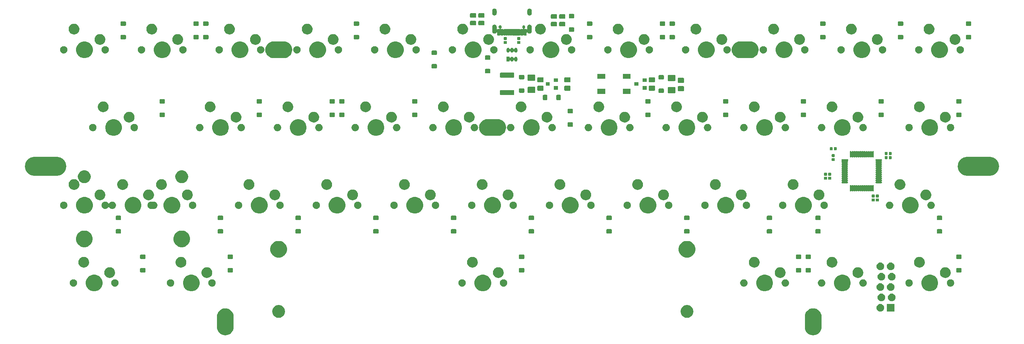
<source format=gbr>
G04 #@! TF.GenerationSoftware,KiCad,Pcbnew,5.1.4*
G04 #@! TF.CreationDate,2019-09-14T03:30:04-03:00*
G04 #@! TF.ProjectId,hammerhead,68616d6d-6572-4686-9561-642e6b696361,V0.2*
G04 #@! TF.SameCoordinates,Original*
G04 #@! TF.FileFunction,Soldermask,Top*
G04 #@! TF.FilePolarity,Negative*
%FSLAX46Y46*%
G04 Gerber Fmt 4.6, Leading zero omitted, Abs format (unit mm)*
G04 Created by KiCad (PCBNEW 5.1.4) date 2019-09-14 03:30:04*
%MOMM*%
%LPD*%
G04 APERTURE LIST*
%ADD10C,0.120000*%
%ADD11C,0.736600*%
%ADD12C,0.254000*%
G04 APERTURE END LIST*
D10*
X216884250Y-83820000D02*
G75*
G03X216884250Y-83820000I-508000J0D01*
G01*
X246253000Y-100330000D02*
G75*
G03X246253000Y-100330000I-508000J0D01*
G01*
D11*
X71501000Y-102870000D02*
G75*
G03X71501000Y-102870000I-381000J0D01*
G01*
D10*
X169259250Y-102870000D02*
G75*
G03X169259250Y-102870000I-508000J0D01*
G01*
X188309250Y-102870000D02*
G75*
G03X188309250Y-102870000I-508000J0D01*
G01*
X50990500Y-81280000D02*
G75*
G03X50990500Y-81280000I-508000J0D01*
G01*
D11*
X257238500Y-83820000D02*
G75*
G03X257238500Y-83820000I-381000J0D01*
G01*
X52451000Y-121920000D02*
G75*
G03X52451000Y-121920000I-381000J0D01*
G01*
X257238500Y-121920000D02*
G75*
G03X257238500Y-121920000I-381000J0D01*
G01*
X76263500Y-121920000D02*
G75*
G03X76263500Y-121920000I-381000J0D01*
G01*
D10*
X216884250Y-121920000D02*
G75*
G03X216884250Y-121920000I-508000J0D01*
G01*
X235934250Y-121920000D02*
G75*
G03X235934250Y-121920000I-508000J0D01*
G01*
X50196750Y-102870000D02*
G75*
G03X50196750Y-102870000I-508000J0D01*
G01*
X93059250Y-102870000D02*
G75*
G03X93059250Y-102870000I-508000J0D01*
G01*
X112109250Y-102870000D02*
G75*
G03X112109250Y-102870000I-508000J0D01*
G01*
X131159250Y-102870000D02*
G75*
G03X131159250Y-102870000I-508000J0D01*
G01*
X150209250Y-102870000D02*
G75*
G03X150209250Y-102870000I-508000J0D01*
G01*
X207359250Y-102870000D02*
G75*
G03X207359250Y-102870000I-508000J0D01*
G01*
X226409250Y-102870000D02*
G75*
G03X226409250Y-102870000I-508000J0D01*
G01*
X83534250Y-83820000D02*
G75*
G03X83534250Y-83820000I-508000J0D01*
G01*
X102584250Y-83820000D02*
G75*
G03X102584250Y-83820000I-508000J0D01*
G01*
X121634250Y-83820000D02*
G75*
G03X121634250Y-83820000I-508000J0D01*
G01*
X140684250Y-83820000D02*
G75*
G03X140684250Y-83820000I-508000J0D01*
G01*
X159734250Y-83820000D02*
G75*
G03X159734250Y-83820000I-508000J0D01*
G01*
X178784250Y-83820000D02*
G75*
G03X178784250Y-83820000I-508000J0D01*
G01*
X197834250Y-83820000D02*
G75*
G03X197834250Y-83820000I-508000J0D01*
G01*
X235934250Y-83820000D02*
G75*
G03X235934250Y-83820000I-508000J0D01*
G01*
X50196750Y-64770000D02*
G75*
G03X50196750Y-64770000I-508000J0D01*
G01*
X69246750Y-64770000D02*
G75*
G03X69246750Y-64770000I-508000J0D01*
G01*
X88296750Y-64770000D02*
G75*
G03X88296750Y-64770000I-508000J0D01*
G01*
X107346750Y-64770000D02*
G75*
G03X107346750Y-64770000I-508000J0D01*
G01*
X126396750Y-64770000D02*
G75*
G03X126396750Y-64770000I-508000J0D01*
G01*
X145446750Y-64770000D02*
G75*
G03X145446750Y-64770000I-508000J0D01*
G01*
X164496750Y-64770000D02*
G75*
G03X164496750Y-64770000I-508000J0D01*
G01*
X183546750Y-64770000D02*
G75*
G03X183546750Y-64770000I-508000J0D01*
G01*
X202596750Y-64770000D02*
G75*
G03X202596750Y-64770000I-508000J0D01*
G01*
X221646750Y-64770000D02*
G75*
G03X221646750Y-64770000I-508000J0D01*
G01*
X240696750Y-64770000D02*
G75*
G03X240696750Y-64770000I-508000J0D01*
G01*
X259746750Y-64770000D02*
G75*
G03X259746750Y-64770000I-508000J0D01*
G01*
D12*
G36*
X80808940Y-130713677D02*
G01*
X81094960Y-130800440D01*
X81195559Y-130830956D01*
X81551858Y-131021402D01*
X81551861Y-131021404D01*
X81551862Y-131021405D01*
X81864168Y-131277707D01*
X82120470Y-131590013D01*
X82120473Y-131590017D01*
X82310919Y-131946316D01*
X82310920Y-131946319D01*
X82428198Y-132332934D01*
X82457875Y-132634250D01*
X82457875Y-135335750D01*
X82428198Y-135637066D01*
X82310920Y-136023681D01*
X82310919Y-136023684D01*
X82120473Y-136379983D01*
X82120471Y-136379986D01*
X82120470Y-136379987D01*
X81864168Y-136692293D01*
X81551862Y-136948595D01*
X81551858Y-136948598D01*
X81195559Y-137139044D01*
X81195556Y-137139045D01*
X80808941Y-137256323D01*
X80406875Y-137295923D01*
X80004810Y-137256323D01*
X79618195Y-137139045D01*
X79618192Y-137139044D01*
X79261893Y-136948598D01*
X79261889Y-136948595D01*
X78949583Y-136692293D01*
X78693281Y-136379987D01*
X78693280Y-136379986D01*
X78693278Y-136379983D01*
X78502832Y-136023684D01*
X78385552Y-135637064D01*
X78355875Y-135335751D01*
X78355875Y-132634250D01*
X78385552Y-132332937D01*
X78385552Y-132332935D01*
X78502830Y-131946320D01*
X78502831Y-131946316D01*
X78693277Y-131590017D01*
X78693280Y-131590013D01*
X78949582Y-131277707D01*
X79261888Y-131021405D01*
X79261889Y-131021404D01*
X79261892Y-131021402D01*
X79618191Y-130830956D01*
X79618194Y-130830955D01*
X80004809Y-130713677D01*
X80406875Y-130674077D01*
X80808940Y-130713677D01*
X80808940Y-130713677D01*
G37*
G36*
X224874565Y-130713677D02*
G01*
X225160585Y-130800440D01*
X225261184Y-130830956D01*
X225617483Y-131021402D01*
X225617486Y-131021404D01*
X225617487Y-131021405D01*
X225929793Y-131277707D01*
X226186095Y-131590013D01*
X226186098Y-131590017D01*
X226376544Y-131946316D01*
X226376545Y-131946319D01*
X226493823Y-132332934D01*
X226523500Y-132634250D01*
X226523500Y-135335750D01*
X226493823Y-135637066D01*
X226376545Y-136023681D01*
X226376544Y-136023684D01*
X226186098Y-136379983D01*
X226186096Y-136379986D01*
X226186095Y-136379987D01*
X225929793Y-136692293D01*
X225617487Y-136948595D01*
X225617483Y-136948598D01*
X225261184Y-137139044D01*
X225261181Y-137139045D01*
X224874566Y-137256323D01*
X224472500Y-137295923D01*
X224070435Y-137256323D01*
X223683820Y-137139045D01*
X223683817Y-137139044D01*
X223327518Y-136948598D01*
X223327514Y-136948595D01*
X223015208Y-136692293D01*
X222758906Y-136379987D01*
X222758905Y-136379986D01*
X222758903Y-136379983D01*
X222568457Y-136023684D01*
X222451177Y-135637064D01*
X222421500Y-135335751D01*
X222421500Y-132634250D01*
X222451177Y-132332937D01*
X222451177Y-132332935D01*
X222568455Y-131946320D01*
X222568456Y-131946316D01*
X222758902Y-131590017D01*
X222758905Y-131590013D01*
X223015207Y-131277707D01*
X223327513Y-131021405D01*
X223327514Y-131021404D01*
X223327517Y-131021402D01*
X223683816Y-130830956D01*
X223683819Y-130830955D01*
X224070434Y-130713677D01*
X224472500Y-130674077D01*
X224874565Y-130713677D01*
X224874565Y-130713677D01*
G37*
G36*
X194007411Y-129930526D02*
G01*
X194126137Y-129979704D01*
X194294041Y-130049252D01*
X194294042Y-130049253D01*
X194552004Y-130221617D01*
X194771383Y-130440996D01*
X194886553Y-130613361D01*
X194943748Y-130698959D01*
X194998422Y-130830955D01*
X195062474Y-130985589D01*
X195069598Y-131021405D01*
X195120580Y-131277707D01*
X195123000Y-131289876D01*
X195123000Y-131600124D01*
X195062474Y-131904411D01*
X195013296Y-132023137D01*
X194943748Y-132191041D01*
X194943747Y-132191042D01*
X194771383Y-132449004D01*
X194552004Y-132668383D01*
X194379639Y-132783553D01*
X194294041Y-132840748D01*
X194126137Y-132910296D01*
X194007411Y-132959474D01*
X193855267Y-132989737D01*
X193703125Y-133020000D01*
X193392875Y-133020000D01*
X193240733Y-132989737D01*
X193088589Y-132959474D01*
X192969863Y-132910296D01*
X192801959Y-132840748D01*
X192716361Y-132783553D01*
X192543996Y-132668383D01*
X192324617Y-132449004D01*
X192152253Y-132191042D01*
X192152252Y-132191041D01*
X192082704Y-132023137D01*
X192033526Y-131904411D01*
X191973000Y-131600124D01*
X191973000Y-131289876D01*
X191975421Y-131277707D01*
X192026402Y-131021405D01*
X192033526Y-130985589D01*
X192097578Y-130830955D01*
X192152252Y-130698959D01*
X192209447Y-130613361D01*
X192324617Y-130440996D01*
X192543996Y-130221617D01*
X192801958Y-130049253D01*
X192801959Y-130049252D01*
X192969863Y-129979704D01*
X193088589Y-129930526D01*
X193392875Y-129870000D01*
X193703125Y-129870000D01*
X194007411Y-129930526D01*
X194007411Y-129930526D01*
G37*
G36*
X93931411Y-129930526D02*
G01*
X94050137Y-129979704D01*
X94218041Y-130049252D01*
X94218042Y-130049253D01*
X94476004Y-130221617D01*
X94695383Y-130440996D01*
X94810553Y-130613361D01*
X94867748Y-130698959D01*
X94922422Y-130830955D01*
X94986474Y-130985589D01*
X94993598Y-131021405D01*
X95044580Y-131277707D01*
X95047000Y-131289876D01*
X95047000Y-131600124D01*
X94986474Y-131904411D01*
X94937296Y-132023137D01*
X94867748Y-132191041D01*
X94867747Y-132191042D01*
X94695383Y-132449004D01*
X94476004Y-132668383D01*
X94303639Y-132783553D01*
X94218041Y-132840748D01*
X94050137Y-132910296D01*
X93931411Y-132959474D01*
X93779267Y-132989737D01*
X93627125Y-133020000D01*
X93316875Y-133020000D01*
X93164733Y-132989737D01*
X93012589Y-132959474D01*
X92893863Y-132910296D01*
X92725959Y-132840748D01*
X92640361Y-132783553D01*
X92467996Y-132668383D01*
X92248617Y-132449004D01*
X92076253Y-132191042D01*
X92076252Y-132191041D01*
X92006704Y-132023137D01*
X91957526Y-131904411D01*
X91897000Y-131600124D01*
X91897000Y-131289876D01*
X91899421Y-131277707D01*
X91950402Y-131021405D01*
X91957526Y-130985589D01*
X92021578Y-130830955D01*
X92076252Y-130698959D01*
X92133447Y-130613361D01*
X92248617Y-130440996D01*
X92467996Y-130221617D01*
X92725958Y-130049253D01*
X92725959Y-130049252D01*
X92893863Y-129979704D01*
X93012589Y-129930526D01*
X93316875Y-129870000D01*
X93627125Y-129870000D01*
X93931411Y-129930526D01*
X93931411Y-129930526D01*
G37*
G36*
X244414875Y-131496000D02*
G01*
X242534875Y-131496000D01*
X242534875Y-129616000D01*
X244414875Y-129616000D01*
X244414875Y-131496000D01*
X244414875Y-131496000D01*
G37*
G36*
X241209062Y-129652123D02*
G01*
X241380130Y-129722982D01*
X241380132Y-129722983D01*
X241457633Y-129774768D01*
X241534089Y-129825854D01*
X241665021Y-129956786D01*
X241767893Y-130110745D01*
X241838752Y-130281813D01*
X241874875Y-130463417D01*
X241874875Y-130648583D01*
X241838752Y-130830187D01*
X241767893Y-131001255D01*
X241665021Y-131155214D01*
X241534089Y-131286146D01*
X241457633Y-131337232D01*
X241380132Y-131389017D01*
X241380131Y-131389018D01*
X241380130Y-131389018D01*
X241209062Y-131459877D01*
X241027458Y-131496000D01*
X240842292Y-131496000D01*
X240660688Y-131459877D01*
X240489620Y-131389018D01*
X240489619Y-131389018D01*
X240489618Y-131389017D01*
X240412117Y-131337232D01*
X240335661Y-131286146D01*
X240204729Y-131155214D01*
X240101857Y-131001255D01*
X240030998Y-130830187D01*
X239994875Y-130648583D01*
X239994875Y-130463417D01*
X240030998Y-130281813D01*
X240101857Y-130110745D01*
X240204729Y-129956786D01*
X240335661Y-129825854D01*
X240412117Y-129774768D01*
X240489618Y-129722983D01*
X240489620Y-129722982D01*
X240660688Y-129652123D01*
X240842292Y-129616000D01*
X241027458Y-129616000D01*
X241209062Y-129652123D01*
X241209062Y-129652123D01*
G37*
G36*
X241463062Y-127112123D02*
G01*
X241634130Y-127182982D01*
X241634132Y-127182983D01*
X241711633Y-127234768D01*
X241788089Y-127285854D01*
X241919021Y-127416786D01*
X242021893Y-127570745D01*
X242092752Y-127741813D01*
X242128875Y-127923417D01*
X242128875Y-128108583D01*
X242092752Y-128290187D01*
X242021893Y-128461255D01*
X242021892Y-128461257D01*
X241919020Y-128615215D01*
X241788090Y-128746145D01*
X241634132Y-128849017D01*
X241634131Y-128849018D01*
X241634130Y-128849018D01*
X241463062Y-128919877D01*
X241281458Y-128956000D01*
X241096292Y-128956000D01*
X240914688Y-128919877D01*
X240743620Y-128849018D01*
X240743619Y-128849018D01*
X240743618Y-128849017D01*
X240589660Y-128746145D01*
X240458730Y-128615215D01*
X240355858Y-128461257D01*
X240355857Y-128461255D01*
X240284998Y-128290187D01*
X240248875Y-128108583D01*
X240248875Y-127923417D01*
X240284998Y-127741813D01*
X240355857Y-127570745D01*
X240458729Y-127416786D01*
X240589661Y-127285854D01*
X240666117Y-127234768D01*
X240743618Y-127182983D01*
X240743620Y-127182982D01*
X240914688Y-127112123D01*
X241096292Y-127076000D01*
X241281458Y-127076000D01*
X241463062Y-127112123D01*
X241463062Y-127112123D01*
G37*
G36*
X244003062Y-127112123D02*
G01*
X244174130Y-127182982D01*
X244174132Y-127182983D01*
X244251633Y-127234768D01*
X244328089Y-127285854D01*
X244459021Y-127416786D01*
X244561893Y-127570745D01*
X244632752Y-127741813D01*
X244668875Y-127923417D01*
X244668875Y-128108583D01*
X244632752Y-128290187D01*
X244561893Y-128461255D01*
X244561892Y-128461257D01*
X244459020Y-128615215D01*
X244328090Y-128746145D01*
X244174132Y-128849017D01*
X244174131Y-128849018D01*
X244174130Y-128849018D01*
X244003062Y-128919877D01*
X243821458Y-128956000D01*
X243636292Y-128956000D01*
X243454688Y-128919877D01*
X243283620Y-128849018D01*
X243283619Y-128849018D01*
X243283618Y-128849017D01*
X243129660Y-128746145D01*
X242998730Y-128615215D01*
X242895858Y-128461257D01*
X242895857Y-128461255D01*
X242824998Y-128290187D01*
X242788875Y-128108583D01*
X242788875Y-127923417D01*
X242824998Y-127741813D01*
X242895857Y-127570745D01*
X242998729Y-127416786D01*
X243129661Y-127285854D01*
X243206117Y-127234768D01*
X243283618Y-127182983D01*
X243283620Y-127182982D01*
X243454688Y-127112123D01*
X243636292Y-127076000D01*
X243821458Y-127076000D01*
X244003062Y-127112123D01*
X244003062Y-127112123D01*
G37*
G36*
X253643974Y-122493684D02*
G01*
X253769619Y-122545728D01*
X254016123Y-122647833D01*
X254351048Y-122871623D01*
X254635877Y-123156452D01*
X254859667Y-123491377D01*
X254923517Y-123645526D01*
X255013816Y-123863526D01*
X255092400Y-124258594D01*
X255092400Y-124661406D01*
X255013816Y-125056474D01*
X254929822Y-125259253D01*
X254859667Y-125428623D01*
X254635877Y-125763548D01*
X254351048Y-126048377D01*
X254016123Y-126272167D01*
X253927156Y-126309018D01*
X253643974Y-126426316D01*
X253248906Y-126504900D01*
X252846094Y-126504900D01*
X252451026Y-126426316D01*
X252167844Y-126309018D01*
X252078877Y-126272167D01*
X251743952Y-126048377D01*
X251459123Y-125763548D01*
X251235333Y-125428623D01*
X251165178Y-125259253D01*
X251081184Y-125056474D01*
X251002600Y-124661406D01*
X251002600Y-124258594D01*
X251081184Y-123863526D01*
X251171483Y-123645526D01*
X251235333Y-123491377D01*
X251459123Y-123156452D01*
X251743952Y-122871623D01*
X252078877Y-122647833D01*
X252325381Y-122545728D01*
X252451026Y-122493684D01*
X252846094Y-122415100D01*
X253248906Y-122415100D01*
X253643974Y-122493684D01*
X253643974Y-122493684D01*
G37*
G36*
X232212724Y-122493684D02*
G01*
X232338369Y-122545728D01*
X232584873Y-122647833D01*
X232919798Y-122871623D01*
X233204627Y-123156452D01*
X233428417Y-123491377D01*
X233492267Y-123645526D01*
X233582566Y-123863526D01*
X233661150Y-124258594D01*
X233661150Y-124661406D01*
X233582566Y-125056474D01*
X233498572Y-125259253D01*
X233428417Y-125428623D01*
X233204627Y-125763548D01*
X232919798Y-126048377D01*
X232584873Y-126272167D01*
X232495906Y-126309018D01*
X232212724Y-126426316D01*
X231817656Y-126504900D01*
X231414844Y-126504900D01*
X231019776Y-126426316D01*
X230736594Y-126309018D01*
X230647627Y-126272167D01*
X230312702Y-126048377D01*
X230027873Y-125763548D01*
X229804083Y-125428623D01*
X229733928Y-125259253D01*
X229649934Y-125056474D01*
X229571350Y-124661406D01*
X229571350Y-124258594D01*
X229649934Y-123863526D01*
X229740233Y-123645526D01*
X229804083Y-123491377D01*
X230027873Y-123156452D01*
X230312702Y-122871623D01*
X230647627Y-122647833D01*
X230894131Y-122545728D01*
X231019776Y-122493684D01*
X231414844Y-122415100D01*
X231817656Y-122415100D01*
X232212724Y-122493684D01*
X232212724Y-122493684D01*
G37*
G36*
X72668974Y-122493684D02*
G01*
X72794619Y-122545728D01*
X73041123Y-122647833D01*
X73376048Y-122871623D01*
X73660877Y-123156452D01*
X73884667Y-123491377D01*
X73948517Y-123645526D01*
X74038816Y-123863526D01*
X74117400Y-124258594D01*
X74117400Y-124661406D01*
X74038816Y-125056474D01*
X73954822Y-125259253D01*
X73884667Y-125428623D01*
X73660877Y-125763548D01*
X73376048Y-126048377D01*
X73041123Y-126272167D01*
X72952156Y-126309018D01*
X72668974Y-126426316D01*
X72273906Y-126504900D01*
X71871094Y-126504900D01*
X71476026Y-126426316D01*
X71192844Y-126309018D01*
X71103877Y-126272167D01*
X70768952Y-126048377D01*
X70484123Y-125763548D01*
X70260333Y-125428623D01*
X70190178Y-125259253D01*
X70106184Y-125056474D01*
X70027600Y-124661406D01*
X70027600Y-124258594D01*
X70106184Y-123863526D01*
X70196483Y-123645526D01*
X70260333Y-123491377D01*
X70484123Y-123156452D01*
X70768952Y-122871623D01*
X71103877Y-122647833D01*
X71350381Y-122545728D01*
X71476026Y-122493684D01*
X71871094Y-122415100D01*
X72273906Y-122415100D01*
X72668974Y-122493684D01*
X72668974Y-122493684D01*
G37*
G36*
X48856474Y-122493684D02*
G01*
X48982119Y-122545728D01*
X49228623Y-122647833D01*
X49563548Y-122871623D01*
X49848377Y-123156452D01*
X50072167Y-123491377D01*
X50136017Y-123645526D01*
X50226316Y-123863526D01*
X50304900Y-124258594D01*
X50304900Y-124661406D01*
X50226316Y-125056474D01*
X50142322Y-125259253D01*
X50072167Y-125428623D01*
X49848377Y-125763548D01*
X49563548Y-126048377D01*
X49228623Y-126272167D01*
X49139656Y-126309018D01*
X48856474Y-126426316D01*
X48461406Y-126504900D01*
X48058594Y-126504900D01*
X47663526Y-126426316D01*
X47380344Y-126309018D01*
X47291377Y-126272167D01*
X46956452Y-126048377D01*
X46671623Y-125763548D01*
X46447833Y-125428623D01*
X46377678Y-125259253D01*
X46293684Y-125056474D01*
X46215100Y-124661406D01*
X46215100Y-124258594D01*
X46293684Y-123863526D01*
X46383983Y-123645526D01*
X46447833Y-123491377D01*
X46671623Y-123156452D01*
X46956452Y-122871623D01*
X47291377Y-122647833D01*
X47537881Y-122545728D01*
X47663526Y-122493684D01*
X48058594Y-122415100D01*
X48461406Y-122415100D01*
X48856474Y-122493684D01*
X48856474Y-122493684D01*
G37*
G36*
X144106474Y-122493684D02*
G01*
X144232119Y-122545728D01*
X144478623Y-122647833D01*
X144813548Y-122871623D01*
X145098377Y-123156452D01*
X145322167Y-123491377D01*
X145386017Y-123645526D01*
X145476316Y-123863526D01*
X145554900Y-124258594D01*
X145554900Y-124661406D01*
X145476316Y-125056474D01*
X145392322Y-125259253D01*
X145322167Y-125428623D01*
X145098377Y-125763548D01*
X144813548Y-126048377D01*
X144478623Y-126272167D01*
X144389656Y-126309018D01*
X144106474Y-126426316D01*
X143711406Y-126504900D01*
X143308594Y-126504900D01*
X142913526Y-126426316D01*
X142630344Y-126309018D01*
X142541377Y-126272167D01*
X142206452Y-126048377D01*
X141921623Y-125763548D01*
X141697833Y-125428623D01*
X141627678Y-125259253D01*
X141543684Y-125056474D01*
X141465100Y-124661406D01*
X141465100Y-124258594D01*
X141543684Y-123863526D01*
X141633983Y-123645526D01*
X141697833Y-123491377D01*
X141921623Y-123156452D01*
X142206452Y-122871623D01*
X142541377Y-122647833D01*
X142787881Y-122545728D01*
X142913526Y-122493684D01*
X143308594Y-122415100D01*
X143711406Y-122415100D01*
X144106474Y-122493684D01*
X144106474Y-122493684D01*
G37*
G36*
X213162724Y-122493684D02*
G01*
X213288369Y-122545728D01*
X213534873Y-122647833D01*
X213869798Y-122871623D01*
X214154627Y-123156452D01*
X214378417Y-123491377D01*
X214442267Y-123645526D01*
X214532566Y-123863526D01*
X214611150Y-124258594D01*
X214611150Y-124661406D01*
X214532566Y-125056474D01*
X214448572Y-125259253D01*
X214378417Y-125428623D01*
X214154627Y-125763548D01*
X213869798Y-126048377D01*
X213534873Y-126272167D01*
X213445906Y-126309018D01*
X213162724Y-126426316D01*
X212767656Y-126504900D01*
X212364844Y-126504900D01*
X211969776Y-126426316D01*
X211686594Y-126309018D01*
X211597627Y-126272167D01*
X211262702Y-126048377D01*
X210977873Y-125763548D01*
X210754083Y-125428623D01*
X210683928Y-125259253D01*
X210599934Y-125056474D01*
X210521350Y-124661406D01*
X210521350Y-124258594D01*
X210599934Y-123863526D01*
X210690233Y-123645526D01*
X210754083Y-123491377D01*
X210977873Y-123156452D01*
X211262702Y-122871623D01*
X211597627Y-122647833D01*
X211844131Y-122545728D01*
X211969776Y-122493684D01*
X212364844Y-122415100D01*
X212767656Y-122415100D01*
X213162724Y-122493684D01*
X213162724Y-122493684D01*
G37*
G36*
X241209062Y-124572123D02*
G01*
X241380130Y-124642982D01*
X241380132Y-124642983D01*
X241457633Y-124694768D01*
X241534089Y-124745854D01*
X241665021Y-124876786D01*
X241767893Y-125030745D01*
X241838752Y-125201813D01*
X241874875Y-125383417D01*
X241874875Y-125568583D01*
X241838752Y-125750187D01*
X241767893Y-125921255D01*
X241767892Y-125921257D01*
X241665020Y-126075215D01*
X241534090Y-126206145D01*
X241380132Y-126309017D01*
X241380131Y-126309018D01*
X241380130Y-126309018D01*
X241209062Y-126379877D01*
X241027458Y-126416000D01*
X240842292Y-126416000D01*
X240660688Y-126379877D01*
X240489620Y-126309018D01*
X240489619Y-126309018D01*
X240489618Y-126309017D01*
X240335660Y-126206145D01*
X240204730Y-126075215D01*
X240101858Y-125921257D01*
X240101857Y-125921255D01*
X240030998Y-125750187D01*
X239994875Y-125568583D01*
X239994875Y-125383417D01*
X240030998Y-125201813D01*
X240101857Y-125030745D01*
X240204729Y-124876786D01*
X240335661Y-124745854D01*
X240412117Y-124694768D01*
X240489618Y-124642983D01*
X240489620Y-124642982D01*
X240660688Y-124572123D01*
X240842292Y-124536000D01*
X241027458Y-124536000D01*
X241209062Y-124572123D01*
X241209062Y-124572123D01*
G37*
G36*
X243749062Y-124572123D02*
G01*
X243920130Y-124642982D01*
X243920132Y-124642983D01*
X243997633Y-124694768D01*
X244074089Y-124745854D01*
X244205021Y-124876786D01*
X244307893Y-125030745D01*
X244378752Y-125201813D01*
X244414875Y-125383417D01*
X244414875Y-125568583D01*
X244378752Y-125750187D01*
X244307893Y-125921255D01*
X244307892Y-125921257D01*
X244205020Y-126075215D01*
X244074090Y-126206145D01*
X243920132Y-126309017D01*
X243920131Y-126309018D01*
X243920130Y-126309018D01*
X243749062Y-126379877D01*
X243567458Y-126416000D01*
X243382292Y-126416000D01*
X243200688Y-126379877D01*
X243029620Y-126309018D01*
X243029619Y-126309018D01*
X243029618Y-126309017D01*
X242875660Y-126206145D01*
X242744730Y-126075215D01*
X242641858Y-125921257D01*
X242641857Y-125921255D01*
X242570998Y-125750187D01*
X242534875Y-125568583D01*
X242534875Y-125383417D01*
X242570998Y-125201813D01*
X242641857Y-125030745D01*
X242744729Y-124876786D01*
X242875661Y-124745854D01*
X242952117Y-124694768D01*
X243029618Y-124642983D01*
X243029620Y-124642982D01*
X243200688Y-124572123D01*
X243382292Y-124536000D01*
X243567458Y-124536000D01*
X243749062Y-124572123D01*
X243749062Y-124572123D01*
G37*
G36*
X248143452Y-123575429D02*
G01*
X248230575Y-123592759D01*
X248339998Y-123638084D01*
X248394711Y-123660747D01*
X248541433Y-123758783D01*
X248542428Y-123759448D01*
X248668052Y-123885072D01*
X248668054Y-123885075D01*
X248766753Y-124032789D01*
X248766753Y-124032790D01*
X248834741Y-124196925D01*
X248834741Y-124196927D01*
X248869400Y-124371169D01*
X248869400Y-124548831D01*
X248852071Y-124635952D01*
X248834741Y-124723075D01*
X248789416Y-124832498D01*
X248766753Y-124887211D01*
X248670848Y-125030743D01*
X248668052Y-125034928D01*
X248542428Y-125160552D01*
X248542425Y-125160554D01*
X248394711Y-125259253D01*
X248339998Y-125281916D01*
X248230575Y-125327241D01*
X248143452Y-125344571D01*
X248056331Y-125361900D01*
X247878669Y-125361900D01*
X247791548Y-125344571D01*
X247704425Y-125327241D01*
X247595002Y-125281916D01*
X247540289Y-125259253D01*
X247392575Y-125160554D01*
X247392572Y-125160552D01*
X247266948Y-125034928D01*
X247264152Y-125030743D01*
X247168247Y-124887211D01*
X247145584Y-124832498D01*
X247100259Y-124723075D01*
X247082930Y-124635952D01*
X247065600Y-124548831D01*
X247065600Y-124371169D01*
X247100259Y-124196927D01*
X247100259Y-124196925D01*
X247168247Y-124032790D01*
X247168247Y-124032789D01*
X247266946Y-123885075D01*
X247266948Y-123885072D01*
X247392572Y-123759448D01*
X247393567Y-123758783D01*
X247540289Y-123660747D01*
X247595002Y-123638084D01*
X247704425Y-123592759D01*
X247791548Y-123575429D01*
X247878669Y-123558100D01*
X248056331Y-123558100D01*
X248143452Y-123575429D01*
X248143452Y-123575429D01*
G37*
G36*
X43355952Y-123575429D02*
G01*
X43443075Y-123592759D01*
X43552498Y-123638084D01*
X43607211Y-123660747D01*
X43753933Y-123758783D01*
X43754928Y-123759448D01*
X43880552Y-123885072D01*
X43880554Y-123885075D01*
X43979253Y-124032789D01*
X43979253Y-124032790D01*
X44047241Y-124196925D01*
X44047241Y-124196927D01*
X44081900Y-124371169D01*
X44081900Y-124548831D01*
X44064571Y-124635952D01*
X44047241Y-124723075D01*
X44001916Y-124832498D01*
X43979253Y-124887211D01*
X43883348Y-125030743D01*
X43880552Y-125034928D01*
X43754928Y-125160552D01*
X43754925Y-125160554D01*
X43607211Y-125259253D01*
X43552498Y-125281916D01*
X43443075Y-125327241D01*
X43355952Y-125344571D01*
X43268831Y-125361900D01*
X43091169Y-125361900D01*
X43004048Y-125344571D01*
X42916925Y-125327241D01*
X42807502Y-125281916D01*
X42752789Y-125259253D01*
X42605075Y-125160554D01*
X42605072Y-125160552D01*
X42479448Y-125034928D01*
X42476652Y-125030743D01*
X42380747Y-124887211D01*
X42358084Y-124832498D01*
X42312759Y-124723075D01*
X42295430Y-124635952D01*
X42278100Y-124548831D01*
X42278100Y-124371169D01*
X42312759Y-124196927D01*
X42312759Y-124196925D01*
X42380747Y-124032790D01*
X42380747Y-124032789D01*
X42479446Y-123885075D01*
X42479448Y-123885072D01*
X42605072Y-123759448D01*
X42606067Y-123758783D01*
X42752789Y-123660747D01*
X42807502Y-123638084D01*
X42916925Y-123592759D01*
X43004048Y-123575429D01*
X43091169Y-123558100D01*
X43268831Y-123558100D01*
X43355952Y-123575429D01*
X43355952Y-123575429D01*
G37*
G36*
X258303452Y-123575429D02*
G01*
X258390575Y-123592759D01*
X258499998Y-123638084D01*
X258554711Y-123660747D01*
X258701433Y-123758783D01*
X258702428Y-123759448D01*
X258828052Y-123885072D01*
X258828054Y-123885075D01*
X258926753Y-124032789D01*
X258926753Y-124032790D01*
X258994741Y-124196925D01*
X258994741Y-124196927D01*
X259029400Y-124371169D01*
X259029400Y-124548831D01*
X259012071Y-124635952D01*
X258994741Y-124723075D01*
X258949416Y-124832498D01*
X258926753Y-124887211D01*
X258830848Y-125030743D01*
X258828052Y-125034928D01*
X258702428Y-125160552D01*
X258702425Y-125160554D01*
X258554711Y-125259253D01*
X258499998Y-125281916D01*
X258390575Y-125327241D01*
X258303452Y-125344571D01*
X258216331Y-125361900D01*
X258038669Y-125361900D01*
X257951548Y-125344571D01*
X257864425Y-125327241D01*
X257755002Y-125281916D01*
X257700289Y-125259253D01*
X257552575Y-125160554D01*
X257552572Y-125160552D01*
X257426948Y-125034928D01*
X257424152Y-125030743D01*
X257328247Y-124887211D01*
X257305584Y-124832498D01*
X257260259Y-124723075D01*
X257242930Y-124635952D01*
X257225600Y-124548831D01*
X257225600Y-124371169D01*
X257260259Y-124196927D01*
X257260259Y-124196925D01*
X257328247Y-124032790D01*
X257328247Y-124032789D01*
X257426946Y-123885075D01*
X257426948Y-123885072D01*
X257552572Y-123759448D01*
X257553567Y-123758783D01*
X257700289Y-123660747D01*
X257755002Y-123638084D01*
X257864425Y-123592759D01*
X257951548Y-123575429D01*
X258038669Y-123558100D01*
X258216331Y-123558100D01*
X258303452Y-123575429D01*
X258303452Y-123575429D01*
G37*
G36*
X67168452Y-123575429D02*
G01*
X67255575Y-123592759D01*
X67364998Y-123638084D01*
X67419711Y-123660747D01*
X67566433Y-123758783D01*
X67567428Y-123759448D01*
X67693052Y-123885072D01*
X67693054Y-123885075D01*
X67791753Y-124032789D01*
X67791753Y-124032790D01*
X67859741Y-124196925D01*
X67859741Y-124196927D01*
X67894400Y-124371169D01*
X67894400Y-124548831D01*
X67877071Y-124635952D01*
X67859741Y-124723075D01*
X67814416Y-124832498D01*
X67791753Y-124887211D01*
X67695848Y-125030743D01*
X67693052Y-125034928D01*
X67567428Y-125160552D01*
X67567425Y-125160554D01*
X67419711Y-125259253D01*
X67364998Y-125281916D01*
X67255575Y-125327241D01*
X67168452Y-125344571D01*
X67081331Y-125361900D01*
X66903669Y-125361900D01*
X66816548Y-125344571D01*
X66729425Y-125327241D01*
X66620002Y-125281916D01*
X66565289Y-125259253D01*
X66417575Y-125160554D01*
X66417572Y-125160552D01*
X66291948Y-125034928D01*
X66289152Y-125030743D01*
X66193247Y-124887211D01*
X66170584Y-124832498D01*
X66125259Y-124723075D01*
X66107929Y-124635952D01*
X66090600Y-124548831D01*
X66090600Y-124371169D01*
X66125259Y-124196927D01*
X66125259Y-124196925D01*
X66193247Y-124032790D01*
X66193247Y-124032789D01*
X66291946Y-123885075D01*
X66291948Y-123885072D01*
X66417572Y-123759448D01*
X66418567Y-123758783D01*
X66565289Y-123660747D01*
X66620002Y-123638084D01*
X66729425Y-123592759D01*
X66816548Y-123575429D01*
X66903669Y-123558100D01*
X67081331Y-123558100D01*
X67168452Y-123575429D01*
X67168452Y-123575429D01*
G37*
G36*
X53515952Y-123575429D02*
G01*
X53603075Y-123592759D01*
X53712498Y-123638084D01*
X53767211Y-123660747D01*
X53913933Y-123758783D01*
X53914928Y-123759448D01*
X54040552Y-123885072D01*
X54040554Y-123885075D01*
X54139253Y-124032789D01*
X54139253Y-124032790D01*
X54207241Y-124196925D01*
X54207241Y-124196927D01*
X54241900Y-124371169D01*
X54241900Y-124548831D01*
X54224571Y-124635952D01*
X54207241Y-124723075D01*
X54161916Y-124832498D01*
X54139253Y-124887211D01*
X54043348Y-125030743D01*
X54040552Y-125034928D01*
X53914928Y-125160552D01*
X53914925Y-125160554D01*
X53767211Y-125259253D01*
X53712498Y-125281916D01*
X53603075Y-125327241D01*
X53515952Y-125344571D01*
X53428831Y-125361900D01*
X53251169Y-125361900D01*
X53164048Y-125344571D01*
X53076925Y-125327241D01*
X52967502Y-125281916D01*
X52912789Y-125259253D01*
X52765075Y-125160554D01*
X52765072Y-125160552D01*
X52639448Y-125034928D01*
X52636652Y-125030743D01*
X52540747Y-124887211D01*
X52518084Y-124832498D01*
X52472759Y-124723075D01*
X52455430Y-124635952D01*
X52438100Y-124548831D01*
X52438100Y-124371169D01*
X52472759Y-124196927D01*
X52472759Y-124196925D01*
X52540747Y-124032790D01*
X52540747Y-124032789D01*
X52639446Y-123885075D01*
X52639448Y-123885072D01*
X52765072Y-123759448D01*
X52766067Y-123758783D01*
X52912789Y-123660747D01*
X52967502Y-123638084D01*
X53076925Y-123592759D01*
X53164048Y-123575429D01*
X53251169Y-123558100D01*
X53428831Y-123558100D01*
X53515952Y-123575429D01*
X53515952Y-123575429D01*
G37*
G36*
X138605952Y-123575429D02*
G01*
X138693075Y-123592759D01*
X138802498Y-123638084D01*
X138857211Y-123660747D01*
X139003933Y-123758783D01*
X139004928Y-123759448D01*
X139130552Y-123885072D01*
X139130554Y-123885075D01*
X139229253Y-124032789D01*
X139229253Y-124032790D01*
X139297241Y-124196925D01*
X139297241Y-124196927D01*
X139331900Y-124371169D01*
X139331900Y-124548831D01*
X139314570Y-124635952D01*
X139297241Y-124723075D01*
X139251916Y-124832498D01*
X139229253Y-124887211D01*
X139133348Y-125030743D01*
X139130552Y-125034928D01*
X139004928Y-125160552D01*
X139004925Y-125160554D01*
X138857211Y-125259253D01*
X138802498Y-125281916D01*
X138693075Y-125327241D01*
X138605952Y-125344571D01*
X138518831Y-125361900D01*
X138341169Y-125361900D01*
X138254048Y-125344571D01*
X138166925Y-125327241D01*
X138057502Y-125281916D01*
X138002789Y-125259253D01*
X137855075Y-125160554D01*
X137855072Y-125160552D01*
X137729448Y-125034928D01*
X137726652Y-125030743D01*
X137630747Y-124887211D01*
X137608084Y-124832498D01*
X137562759Y-124723075D01*
X137545429Y-124635952D01*
X137528100Y-124548831D01*
X137528100Y-124371169D01*
X137562759Y-124196927D01*
X137562759Y-124196925D01*
X137630747Y-124032790D01*
X137630747Y-124032789D01*
X137729446Y-123885075D01*
X137729448Y-123885072D01*
X137855072Y-123759448D01*
X137856067Y-123758783D01*
X138002789Y-123660747D01*
X138057502Y-123638084D01*
X138166925Y-123592759D01*
X138254048Y-123575429D01*
X138341169Y-123558100D01*
X138518831Y-123558100D01*
X138605952Y-123575429D01*
X138605952Y-123575429D01*
G37*
G36*
X236872202Y-123575429D02*
G01*
X236959325Y-123592759D01*
X237068748Y-123638084D01*
X237123461Y-123660747D01*
X237270183Y-123758783D01*
X237271178Y-123759448D01*
X237396802Y-123885072D01*
X237396804Y-123885075D01*
X237495503Y-124032789D01*
X237495503Y-124032790D01*
X237563491Y-124196925D01*
X237563491Y-124196927D01*
X237598150Y-124371169D01*
X237598150Y-124548831D01*
X237580820Y-124635952D01*
X237563491Y-124723075D01*
X237518166Y-124832498D01*
X237495503Y-124887211D01*
X237399598Y-125030743D01*
X237396802Y-125034928D01*
X237271178Y-125160552D01*
X237271175Y-125160554D01*
X237123461Y-125259253D01*
X237068748Y-125281916D01*
X236959325Y-125327241D01*
X236872202Y-125344571D01*
X236785081Y-125361900D01*
X236607419Y-125361900D01*
X236520298Y-125344571D01*
X236433175Y-125327241D01*
X236323752Y-125281916D01*
X236269039Y-125259253D01*
X236121325Y-125160554D01*
X236121322Y-125160552D01*
X235995698Y-125034928D01*
X235992902Y-125030743D01*
X235896997Y-124887211D01*
X235874334Y-124832498D01*
X235829009Y-124723075D01*
X235811680Y-124635952D01*
X235794350Y-124548831D01*
X235794350Y-124371169D01*
X235829009Y-124196927D01*
X235829009Y-124196925D01*
X235896997Y-124032790D01*
X235896997Y-124032789D01*
X235995696Y-123885075D01*
X235995698Y-123885072D01*
X236121322Y-123759448D01*
X236122317Y-123758783D01*
X236269039Y-123660747D01*
X236323752Y-123638084D01*
X236433175Y-123592759D01*
X236520298Y-123575429D01*
X236607419Y-123558100D01*
X236785081Y-123558100D01*
X236872202Y-123575429D01*
X236872202Y-123575429D01*
G37*
G36*
X217822202Y-123575429D02*
G01*
X217909325Y-123592759D01*
X218018748Y-123638084D01*
X218073461Y-123660747D01*
X218220183Y-123758783D01*
X218221178Y-123759448D01*
X218346802Y-123885072D01*
X218346804Y-123885075D01*
X218445503Y-124032789D01*
X218445503Y-124032790D01*
X218513491Y-124196925D01*
X218513491Y-124196927D01*
X218548150Y-124371169D01*
X218548150Y-124548831D01*
X218530820Y-124635952D01*
X218513491Y-124723075D01*
X218468166Y-124832498D01*
X218445503Y-124887211D01*
X218349598Y-125030743D01*
X218346802Y-125034928D01*
X218221178Y-125160552D01*
X218221175Y-125160554D01*
X218073461Y-125259253D01*
X218018748Y-125281916D01*
X217909325Y-125327241D01*
X217822202Y-125344571D01*
X217735081Y-125361900D01*
X217557419Y-125361900D01*
X217470298Y-125344571D01*
X217383175Y-125327241D01*
X217273752Y-125281916D01*
X217219039Y-125259253D01*
X217071325Y-125160554D01*
X217071322Y-125160552D01*
X216945698Y-125034928D01*
X216942902Y-125030743D01*
X216846997Y-124887211D01*
X216824334Y-124832498D01*
X216779009Y-124723075D01*
X216761680Y-124635952D01*
X216744350Y-124548831D01*
X216744350Y-124371169D01*
X216779009Y-124196927D01*
X216779009Y-124196925D01*
X216846997Y-124032790D01*
X216846997Y-124032789D01*
X216945696Y-123885075D01*
X216945698Y-123885072D01*
X217071322Y-123759448D01*
X217072317Y-123758783D01*
X217219039Y-123660747D01*
X217273752Y-123638084D01*
X217383175Y-123592759D01*
X217470298Y-123575429D01*
X217557419Y-123558100D01*
X217735081Y-123558100D01*
X217822202Y-123575429D01*
X217822202Y-123575429D01*
G37*
G36*
X207662202Y-123575429D02*
G01*
X207749325Y-123592759D01*
X207858748Y-123638084D01*
X207913461Y-123660747D01*
X208060183Y-123758783D01*
X208061178Y-123759448D01*
X208186802Y-123885072D01*
X208186804Y-123885075D01*
X208285503Y-124032789D01*
X208285503Y-124032790D01*
X208353491Y-124196925D01*
X208353491Y-124196927D01*
X208388150Y-124371169D01*
X208388150Y-124548831D01*
X208370820Y-124635952D01*
X208353491Y-124723075D01*
X208308166Y-124832498D01*
X208285503Y-124887211D01*
X208189598Y-125030743D01*
X208186802Y-125034928D01*
X208061178Y-125160552D01*
X208061175Y-125160554D01*
X207913461Y-125259253D01*
X207858748Y-125281916D01*
X207749325Y-125327241D01*
X207662202Y-125344571D01*
X207575081Y-125361900D01*
X207397419Y-125361900D01*
X207310298Y-125344571D01*
X207223175Y-125327241D01*
X207113752Y-125281916D01*
X207059039Y-125259253D01*
X206911325Y-125160554D01*
X206911322Y-125160552D01*
X206785698Y-125034928D01*
X206782902Y-125030743D01*
X206686997Y-124887211D01*
X206664334Y-124832498D01*
X206619009Y-124723075D01*
X206601680Y-124635952D01*
X206584350Y-124548831D01*
X206584350Y-124371169D01*
X206619009Y-124196927D01*
X206619009Y-124196925D01*
X206686997Y-124032790D01*
X206686997Y-124032789D01*
X206785696Y-123885075D01*
X206785698Y-123885072D01*
X206911322Y-123759448D01*
X206912317Y-123758783D01*
X207059039Y-123660747D01*
X207113752Y-123638084D01*
X207223175Y-123592759D01*
X207310298Y-123575429D01*
X207397419Y-123558100D01*
X207575081Y-123558100D01*
X207662202Y-123575429D01*
X207662202Y-123575429D01*
G37*
G36*
X226712202Y-123575429D02*
G01*
X226799325Y-123592759D01*
X226908748Y-123638084D01*
X226963461Y-123660747D01*
X227110183Y-123758783D01*
X227111178Y-123759448D01*
X227236802Y-123885072D01*
X227236804Y-123885075D01*
X227335503Y-124032789D01*
X227335503Y-124032790D01*
X227403491Y-124196925D01*
X227403491Y-124196927D01*
X227438150Y-124371169D01*
X227438150Y-124548831D01*
X227420820Y-124635952D01*
X227403491Y-124723075D01*
X227358166Y-124832498D01*
X227335503Y-124887211D01*
X227239598Y-125030743D01*
X227236802Y-125034928D01*
X227111178Y-125160552D01*
X227111175Y-125160554D01*
X226963461Y-125259253D01*
X226908748Y-125281916D01*
X226799325Y-125327241D01*
X226712202Y-125344571D01*
X226625081Y-125361900D01*
X226447419Y-125361900D01*
X226360298Y-125344571D01*
X226273175Y-125327241D01*
X226163752Y-125281916D01*
X226109039Y-125259253D01*
X225961325Y-125160554D01*
X225961322Y-125160552D01*
X225835698Y-125034928D01*
X225832902Y-125030743D01*
X225736997Y-124887211D01*
X225714334Y-124832498D01*
X225669009Y-124723075D01*
X225651680Y-124635952D01*
X225634350Y-124548831D01*
X225634350Y-124371169D01*
X225669009Y-124196927D01*
X225669009Y-124196925D01*
X225736997Y-124032790D01*
X225736997Y-124032789D01*
X225835696Y-123885075D01*
X225835698Y-123885072D01*
X225961322Y-123759448D01*
X225962317Y-123758783D01*
X226109039Y-123660747D01*
X226163752Y-123638084D01*
X226273175Y-123592759D01*
X226360298Y-123575429D01*
X226447419Y-123558100D01*
X226625081Y-123558100D01*
X226712202Y-123575429D01*
X226712202Y-123575429D01*
G37*
G36*
X77328452Y-123575429D02*
G01*
X77415575Y-123592759D01*
X77524998Y-123638084D01*
X77579711Y-123660747D01*
X77726433Y-123758783D01*
X77727428Y-123759448D01*
X77853052Y-123885072D01*
X77853054Y-123885075D01*
X77951753Y-124032789D01*
X77951753Y-124032790D01*
X78019741Y-124196925D01*
X78019741Y-124196927D01*
X78054400Y-124371169D01*
X78054400Y-124548831D01*
X78037071Y-124635952D01*
X78019741Y-124723075D01*
X77974416Y-124832498D01*
X77951753Y-124887211D01*
X77855848Y-125030743D01*
X77853052Y-125034928D01*
X77727428Y-125160552D01*
X77727425Y-125160554D01*
X77579711Y-125259253D01*
X77524998Y-125281916D01*
X77415575Y-125327241D01*
X77328452Y-125344571D01*
X77241331Y-125361900D01*
X77063669Y-125361900D01*
X76976548Y-125344571D01*
X76889425Y-125327241D01*
X76780002Y-125281916D01*
X76725289Y-125259253D01*
X76577575Y-125160554D01*
X76577572Y-125160552D01*
X76451948Y-125034928D01*
X76449152Y-125030743D01*
X76353247Y-124887211D01*
X76330584Y-124832498D01*
X76285259Y-124723075D01*
X76267929Y-124635952D01*
X76250600Y-124548831D01*
X76250600Y-124371169D01*
X76285259Y-124196927D01*
X76285259Y-124196925D01*
X76353247Y-124032790D01*
X76353247Y-124032789D01*
X76451946Y-123885075D01*
X76451948Y-123885072D01*
X76577572Y-123759448D01*
X76578567Y-123758783D01*
X76725289Y-123660747D01*
X76780002Y-123638084D01*
X76889425Y-123592759D01*
X76976548Y-123575429D01*
X77063669Y-123558100D01*
X77241331Y-123558100D01*
X77328452Y-123575429D01*
X77328452Y-123575429D01*
G37*
G36*
X148765952Y-123575429D02*
G01*
X148853075Y-123592759D01*
X148962498Y-123638084D01*
X149017211Y-123660747D01*
X149163933Y-123758783D01*
X149164928Y-123759448D01*
X149290552Y-123885072D01*
X149290554Y-123885075D01*
X149389253Y-124032789D01*
X149389253Y-124032790D01*
X149457241Y-124196925D01*
X149457241Y-124196927D01*
X149491900Y-124371169D01*
X149491900Y-124548831D01*
X149474570Y-124635952D01*
X149457241Y-124723075D01*
X149411916Y-124832498D01*
X149389253Y-124887211D01*
X149293348Y-125030743D01*
X149290552Y-125034928D01*
X149164928Y-125160552D01*
X149164925Y-125160554D01*
X149017211Y-125259253D01*
X148962498Y-125281916D01*
X148853075Y-125327241D01*
X148765952Y-125344571D01*
X148678831Y-125361900D01*
X148501169Y-125361900D01*
X148414048Y-125344571D01*
X148326925Y-125327241D01*
X148217502Y-125281916D01*
X148162789Y-125259253D01*
X148015075Y-125160554D01*
X148015072Y-125160552D01*
X147889448Y-125034928D01*
X147886652Y-125030743D01*
X147790747Y-124887211D01*
X147768084Y-124832498D01*
X147722759Y-124723075D01*
X147705429Y-124635952D01*
X147688100Y-124548831D01*
X147688100Y-124371169D01*
X147722759Y-124196927D01*
X147722759Y-124196925D01*
X147790747Y-124032790D01*
X147790747Y-124032789D01*
X147889446Y-123885075D01*
X147889448Y-123885072D01*
X148015072Y-123759448D01*
X148016067Y-123758783D01*
X148162789Y-123660747D01*
X148217502Y-123638084D01*
X148326925Y-123592759D01*
X148414048Y-123575429D01*
X148501169Y-123558100D01*
X148678831Y-123558100D01*
X148765952Y-123575429D01*
X148765952Y-123575429D01*
G37*
G36*
X244003062Y-122032123D02*
G01*
X244174130Y-122102982D01*
X244174132Y-122102983D01*
X244251633Y-122154768D01*
X244328089Y-122205854D01*
X244459021Y-122336786D01*
X244561893Y-122490745D01*
X244632752Y-122661813D01*
X244668875Y-122843417D01*
X244668875Y-123028583D01*
X244632752Y-123210187D01*
X244561893Y-123381255D01*
X244561892Y-123381257D01*
X244459020Y-123535215D01*
X244328090Y-123666145D01*
X244174132Y-123769017D01*
X244174131Y-123769018D01*
X244174130Y-123769018D01*
X244003062Y-123839877D01*
X243821458Y-123876000D01*
X243636292Y-123876000D01*
X243454688Y-123839877D01*
X243283620Y-123769018D01*
X243283619Y-123769018D01*
X243283618Y-123769017D01*
X243129660Y-123666145D01*
X242998730Y-123535215D01*
X242895858Y-123381257D01*
X242895857Y-123381255D01*
X242824998Y-123210187D01*
X242788875Y-123028583D01*
X242788875Y-122843417D01*
X242824998Y-122661813D01*
X242895857Y-122490745D01*
X242998729Y-122336786D01*
X243129661Y-122205854D01*
X243206117Y-122154768D01*
X243283618Y-122102983D01*
X243283620Y-122102982D01*
X243454688Y-122032123D01*
X243636292Y-121996000D01*
X243821458Y-121996000D01*
X244003062Y-122032123D01*
X244003062Y-122032123D01*
G37*
G36*
X241463062Y-122032123D02*
G01*
X241634130Y-122102982D01*
X241634132Y-122102983D01*
X241711633Y-122154768D01*
X241788089Y-122205854D01*
X241919021Y-122336786D01*
X242021893Y-122490745D01*
X242092752Y-122661813D01*
X242128875Y-122843417D01*
X242128875Y-123028583D01*
X242092752Y-123210187D01*
X242021893Y-123381255D01*
X242021892Y-123381257D01*
X241919020Y-123535215D01*
X241788090Y-123666145D01*
X241634132Y-123769017D01*
X241634131Y-123769018D01*
X241634130Y-123769018D01*
X241463062Y-123839877D01*
X241281458Y-123876000D01*
X241096292Y-123876000D01*
X240914688Y-123839877D01*
X240743620Y-123769018D01*
X240743619Y-123769018D01*
X240743618Y-123769017D01*
X240589660Y-123666145D01*
X240458730Y-123535215D01*
X240355858Y-123381257D01*
X240355857Y-123381255D01*
X240284998Y-123210187D01*
X240248875Y-123028583D01*
X240248875Y-122843417D01*
X240284998Y-122661813D01*
X240355857Y-122490745D01*
X240458729Y-122336786D01*
X240589661Y-122205854D01*
X240666117Y-122154768D01*
X240743618Y-122102983D01*
X240743620Y-122102982D01*
X240914688Y-122032123D01*
X241096292Y-121996000D01*
X241281458Y-121996000D01*
X241463062Y-122032123D01*
X241463062Y-122032123D01*
G37*
G36*
X76140214Y-120624382D02*
G01*
X76267822Y-120649765D01*
X76408648Y-120708097D01*
X76508227Y-120749344D01*
X76508228Y-120749345D01*
X76724589Y-120893912D01*
X76908588Y-121077911D01*
X76940817Y-121126146D01*
X77053156Y-121294273D01*
X77094403Y-121393852D01*
X77152735Y-121534678D01*
X77152735Y-121534680D01*
X77203500Y-121789891D01*
X77203500Y-122050109D01*
X77178118Y-122177714D01*
X77152735Y-122305322D01*
X77107263Y-122415100D01*
X77053156Y-122545727D01*
X77053155Y-122545728D01*
X76908588Y-122762089D01*
X76724589Y-122946088D01*
X76601127Y-123028582D01*
X76508227Y-123090656D01*
X76408648Y-123131903D01*
X76267822Y-123190235D01*
X76140215Y-123215617D01*
X76012609Y-123241000D01*
X75752391Y-123241000D01*
X75624785Y-123215617D01*
X75497178Y-123190235D01*
X75356352Y-123131903D01*
X75256773Y-123090656D01*
X75163873Y-123028582D01*
X75040411Y-122946088D01*
X74856412Y-122762089D01*
X74711845Y-122545728D01*
X74711844Y-122545727D01*
X74657737Y-122415100D01*
X74612265Y-122305322D01*
X74586882Y-122177714D01*
X74561500Y-122050109D01*
X74561500Y-121789891D01*
X74612265Y-121534680D01*
X74612265Y-121534678D01*
X74670597Y-121393852D01*
X74711844Y-121294273D01*
X74824183Y-121126146D01*
X74856412Y-121077911D01*
X75040411Y-120893912D01*
X75256772Y-120749345D01*
X75256773Y-120749344D01*
X75356352Y-120708097D01*
X75497178Y-120649765D01*
X75624786Y-120624382D01*
X75752391Y-120599000D01*
X76012609Y-120599000D01*
X76140214Y-120624382D01*
X76140214Y-120624382D01*
G37*
G36*
X147577714Y-120624382D02*
G01*
X147705322Y-120649765D01*
X147846148Y-120708097D01*
X147945727Y-120749344D01*
X147945728Y-120749345D01*
X148162089Y-120893912D01*
X148346088Y-121077911D01*
X148378317Y-121126146D01*
X148490656Y-121294273D01*
X148531903Y-121393852D01*
X148590235Y-121534678D01*
X148590235Y-121534680D01*
X148641000Y-121789891D01*
X148641000Y-122050109D01*
X148615618Y-122177714D01*
X148590235Y-122305322D01*
X148544763Y-122415100D01*
X148490656Y-122545727D01*
X148490655Y-122545728D01*
X148346088Y-122762089D01*
X148162089Y-122946088D01*
X148038627Y-123028582D01*
X147945727Y-123090656D01*
X147846148Y-123131903D01*
X147705322Y-123190235D01*
X147577715Y-123215617D01*
X147450109Y-123241000D01*
X147189891Y-123241000D01*
X147062285Y-123215617D01*
X146934678Y-123190235D01*
X146793852Y-123131903D01*
X146694273Y-123090656D01*
X146601373Y-123028582D01*
X146477911Y-122946088D01*
X146293912Y-122762089D01*
X146149345Y-122545728D01*
X146149344Y-122545727D01*
X146095237Y-122415100D01*
X146049765Y-122305322D01*
X146024382Y-122177714D01*
X145999000Y-122050109D01*
X145999000Y-121789891D01*
X146049765Y-121534680D01*
X146049765Y-121534678D01*
X146108097Y-121393852D01*
X146149344Y-121294273D01*
X146261683Y-121126146D01*
X146293912Y-121077911D01*
X146477911Y-120893912D01*
X146694272Y-120749345D01*
X146694273Y-120749344D01*
X146793852Y-120708097D01*
X146934678Y-120649765D01*
X147062286Y-120624382D01*
X147189891Y-120599000D01*
X147450109Y-120599000D01*
X147577714Y-120624382D01*
X147577714Y-120624382D01*
G37*
G36*
X52327714Y-120624382D02*
G01*
X52455322Y-120649765D01*
X52596148Y-120708097D01*
X52695727Y-120749344D01*
X52695728Y-120749345D01*
X52912089Y-120893912D01*
X53096088Y-121077911D01*
X53128317Y-121126146D01*
X53240656Y-121294273D01*
X53281903Y-121393852D01*
X53340235Y-121534678D01*
X53340235Y-121534680D01*
X53391000Y-121789891D01*
X53391000Y-122050109D01*
X53365618Y-122177714D01*
X53340235Y-122305322D01*
X53294763Y-122415100D01*
X53240656Y-122545727D01*
X53240655Y-122545728D01*
X53096088Y-122762089D01*
X52912089Y-122946088D01*
X52788627Y-123028582D01*
X52695727Y-123090656D01*
X52596148Y-123131903D01*
X52455322Y-123190235D01*
X52327715Y-123215617D01*
X52200109Y-123241000D01*
X51939891Y-123241000D01*
X51812285Y-123215617D01*
X51684678Y-123190235D01*
X51543852Y-123131903D01*
X51444273Y-123090656D01*
X51351373Y-123028582D01*
X51227911Y-122946088D01*
X51043912Y-122762089D01*
X50899345Y-122545728D01*
X50899344Y-122545727D01*
X50845237Y-122415100D01*
X50799765Y-122305322D01*
X50774382Y-122177714D01*
X50749000Y-122050109D01*
X50749000Y-121789891D01*
X50799765Y-121534680D01*
X50799765Y-121534678D01*
X50858097Y-121393852D01*
X50899344Y-121294273D01*
X51011683Y-121126146D01*
X51043912Y-121077911D01*
X51227911Y-120893912D01*
X51444272Y-120749345D01*
X51444273Y-120749344D01*
X51543852Y-120708097D01*
X51684678Y-120649765D01*
X51812286Y-120624382D01*
X51939891Y-120599000D01*
X52200109Y-120599000D01*
X52327714Y-120624382D01*
X52327714Y-120624382D01*
G37*
G36*
X257115214Y-120624382D02*
G01*
X257242822Y-120649765D01*
X257383648Y-120708097D01*
X257483227Y-120749344D01*
X257483228Y-120749345D01*
X257699589Y-120893912D01*
X257883588Y-121077911D01*
X257915817Y-121126146D01*
X258028156Y-121294273D01*
X258069403Y-121393852D01*
X258127735Y-121534678D01*
X258127735Y-121534680D01*
X258178500Y-121789891D01*
X258178500Y-122050109D01*
X258153117Y-122177715D01*
X258127735Y-122305322D01*
X258082263Y-122415100D01*
X258028156Y-122545727D01*
X258028155Y-122545728D01*
X257883588Y-122762089D01*
X257699589Y-122946088D01*
X257576127Y-123028582D01*
X257483227Y-123090656D01*
X257383648Y-123131903D01*
X257242822Y-123190235D01*
X257115215Y-123215617D01*
X256987609Y-123241000D01*
X256727391Y-123241000D01*
X256599785Y-123215617D01*
X256472178Y-123190235D01*
X256331352Y-123131903D01*
X256231773Y-123090656D01*
X256138873Y-123028582D01*
X256015411Y-122946088D01*
X255831412Y-122762089D01*
X255686845Y-122545728D01*
X255686844Y-122545727D01*
X255632737Y-122415100D01*
X255587265Y-122305322D01*
X255561882Y-122177714D01*
X255536500Y-122050109D01*
X255536500Y-121789891D01*
X255587265Y-121534680D01*
X255587265Y-121534678D01*
X255645597Y-121393852D01*
X255686844Y-121294273D01*
X255799183Y-121126146D01*
X255831412Y-121077911D01*
X256015411Y-120893912D01*
X256231772Y-120749345D01*
X256231773Y-120749344D01*
X256331352Y-120708097D01*
X256472178Y-120649765D01*
X256599786Y-120624382D01*
X256727391Y-120599000D01*
X256987609Y-120599000D01*
X257115214Y-120624382D01*
X257115214Y-120624382D01*
G37*
G36*
X235683964Y-120624382D02*
G01*
X235811572Y-120649765D01*
X235952398Y-120708097D01*
X236051977Y-120749344D01*
X236051978Y-120749345D01*
X236268339Y-120893912D01*
X236452338Y-121077911D01*
X236484567Y-121126146D01*
X236596906Y-121294273D01*
X236638153Y-121393852D01*
X236696485Y-121534678D01*
X236696485Y-121534680D01*
X236747250Y-121789891D01*
X236747250Y-122050109D01*
X236721868Y-122177714D01*
X236696485Y-122305322D01*
X236651013Y-122415100D01*
X236596906Y-122545727D01*
X236596905Y-122545728D01*
X236452338Y-122762089D01*
X236268339Y-122946088D01*
X236144877Y-123028582D01*
X236051977Y-123090656D01*
X235952398Y-123131903D01*
X235811572Y-123190235D01*
X235683965Y-123215617D01*
X235556359Y-123241000D01*
X235296141Y-123241000D01*
X235168535Y-123215617D01*
X235040928Y-123190235D01*
X234900102Y-123131903D01*
X234800523Y-123090656D01*
X234707623Y-123028582D01*
X234584161Y-122946088D01*
X234400162Y-122762089D01*
X234255595Y-122545728D01*
X234255594Y-122545727D01*
X234201487Y-122415100D01*
X234156015Y-122305322D01*
X234130632Y-122177714D01*
X234105250Y-122050109D01*
X234105250Y-121789891D01*
X234156015Y-121534680D01*
X234156015Y-121534678D01*
X234214347Y-121393852D01*
X234255594Y-121294273D01*
X234367933Y-121126146D01*
X234400162Y-121077911D01*
X234584161Y-120893912D01*
X234800522Y-120749345D01*
X234800523Y-120749344D01*
X234900102Y-120708097D01*
X235040928Y-120649765D01*
X235168536Y-120624382D01*
X235296141Y-120599000D01*
X235556359Y-120599000D01*
X235683964Y-120624382D01*
X235683964Y-120624382D01*
G37*
G36*
X216633964Y-120624382D02*
G01*
X216761572Y-120649765D01*
X216902398Y-120708097D01*
X217001977Y-120749344D01*
X217001978Y-120749345D01*
X217218339Y-120893912D01*
X217402338Y-121077911D01*
X217434567Y-121126146D01*
X217546906Y-121294273D01*
X217588153Y-121393852D01*
X217646485Y-121534678D01*
X217646485Y-121534680D01*
X217697250Y-121789891D01*
X217697250Y-122050109D01*
X217671868Y-122177714D01*
X217646485Y-122305322D01*
X217601013Y-122415100D01*
X217546906Y-122545727D01*
X217546905Y-122545728D01*
X217402338Y-122762089D01*
X217218339Y-122946088D01*
X217094877Y-123028582D01*
X217001977Y-123090656D01*
X216902398Y-123131903D01*
X216761572Y-123190235D01*
X216633965Y-123215617D01*
X216506359Y-123241000D01*
X216246141Y-123241000D01*
X216118535Y-123215617D01*
X215990928Y-123190235D01*
X215850102Y-123131903D01*
X215750523Y-123090656D01*
X215657623Y-123028582D01*
X215534161Y-122946088D01*
X215350162Y-122762089D01*
X215205595Y-122545728D01*
X215205594Y-122545727D01*
X215151487Y-122415100D01*
X215106015Y-122305322D01*
X215080632Y-122177714D01*
X215055250Y-122050109D01*
X215055250Y-121789891D01*
X215106015Y-121534680D01*
X215106015Y-121534678D01*
X215164347Y-121393852D01*
X215205594Y-121294273D01*
X215317933Y-121126146D01*
X215350162Y-121077911D01*
X215534161Y-120893912D01*
X215750522Y-120749345D01*
X215750523Y-120749344D01*
X215850102Y-120708097D01*
X215990928Y-120649765D01*
X216118536Y-120624382D01*
X216246141Y-120599000D01*
X216506359Y-120599000D01*
X216633964Y-120624382D01*
X216633964Y-120624382D01*
G37*
G36*
X82076934Y-120801186D02*
G01*
X82116784Y-120813274D01*
X82153499Y-120832899D01*
X82185686Y-120859314D01*
X82212101Y-120891501D01*
X82231726Y-120928216D01*
X82243814Y-120968066D01*
X82248500Y-121015641D01*
X82248500Y-121679359D01*
X82243814Y-121726934D01*
X82231726Y-121766784D01*
X82212101Y-121803499D01*
X82185686Y-121835686D01*
X82153499Y-121862101D01*
X82116784Y-121881726D01*
X82076934Y-121893814D01*
X82029359Y-121898500D01*
X81165641Y-121898500D01*
X81118066Y-121893814D01*
X81078216Y-121881726D01*
X81041501Y-121862101D01*
X81009314Y-121835686D01*
X80982899Y-121803499D01*
X80963274Y-121766784D01*
X80951186Y-121726934D01*
X80946500Y-121679359D01*
X80946500Y-121015641D01*
X80951186Y-120968066D01*
X80963274Y-120928216D01*
X80982899Y-120891501D01*
X81009314Y-120859314D01*
X81041501Y-120832899D01*
X81078216Y-120813274D01*
X81118066Y-120801186D01*
X81165641Y-120796500D01*
X82029359Y-120796500D01*
X82076934Y-120801186D01*
X82076934Y-120801186D01*
G37*
G36*
X223761309Y-120801186D02*
G01*
X223801159Y-120813274D01*
X223837874Y-120832899D01*
X223870061Y-120859314D01*
X223896476Y-120891501D01*
X223916101Y-120928216D01*
X223928189Y-120968066D01*
X223932875Y-121015641D01*
X223932875Y-121679359D01*
X223928189Y-121726934D01*
X223916101Y-121766784D01*
X223896476Y-121803499D01*
X223870061Y-121835686D01*
X223837874Y-121862101D01*
X223801159Y-121881726D01*
X223761309Y-121893814D01*
X223713734Y-121898500D01*
X222850016Y-121898500D01*
X222802441Y-121893814D01*
X222762591Y-121881726D01*
X222725876Y-121862101D01*
X222693689Y-121835686D01*
X222667274Y-121803499D01*
X222647649Y-121766784D01*
X222635561Y-121726934D01*
X222630875Y-121679359D01*
X222630875Y-121015641D01*
X222635561Y-120968066D01*
X222647649Y-120928216D01*
X222667274Y-120891501D01*
X222693689Y-120859314D01*
X222725876Y-120832899D01*
X222762591Y-120813274D01*
X222802441Y-120801186D01*
X222850016Y-120796500D01*
X223713734Y-120796500D01*
X223761309Y-120801186D01*
X223761309Y-120801186D01*
G37*
G36*
X260670684Y-120801186D02*
G01*
X260710534Y-120813274D01*
X260747249Y-120832899D01*
X260779436Y-120859314D01*
X260805851Y-120891501D01*
X260825476Y-120928216D01*
X260837564Y-120968066D01*
X260842250Y-121015641D01*
X260842250Y-121679359D01*
X260837564Y-121726934D01*
X260825476Y-121766784D01*
X260805851Y-121803499D01*
X260779436Y-121835686D01*
X260747249Y-121862101D01*
X260710534Y-121881726D01*
X260670684Y-121893814D01*
X260623109Y-121898500D01*
X259759391Y-121898500D01*
X259711816Y-121893814D01*
X259671966Y-121881726D01*
X259635251Y-121862101D01*
X259603064Y-121835686D01*
X259576649Y-121803499D01*
X259557024Y-121766784D01*
X259544936Y-121726934D01*
X259540250Y-121679359D01*
X259540250Y-121015641D01*
X259544936Y-120968066D01*
X259557024Y-120928216D01*
X259576649Y-120891501D01*
X259603064Y-120859314D01*
X259635251Y-120832899D01*
X259671966Y-120813274D01*
X259711816Y-120801186D01*
X259759391Y-120796500D01*
X260623109Y-120796500D01*
X260670684Y-120801186D01*
X260670684Y-120801186D01*
G37*
G36*
X60645684Y-120801186D02*
G01*
X60685534Y-120813274D01*
X60722249Y-120832899D01*
X60754436Y-120859314D01*
X60780851Y-120891501D01*
X60800476Y-120928216D01*
X60812564Y-120968066D01*
X60817250Y-121015641D01*
X60817250Y-121679359D01*
X60812564Y-121726934D01*
X60800476Y-121766784D01*
X60780851Y-121803499D01*
X60754436Y-121835686D01*
X60722249Y-121862101D01*
X60685534Y-121881726D01*
X60645684Y-121893814D01*
X60598109Y-121898500D01*
X59734391Y-121898500D01*
X59686816Y-121893814D01*
X59646966Y-121881726D01*
X59610251Y-121862101D01*
X59578064Y-121835686D01*
X59551649Y-121803499D01*
X59532024Y-121766784D01*
X59519936Y-121726934D01*
X59515250Y-121679359D01*
X59515250Y-121015641D01*
X59519936Y-120968066D01*
X59532024Y-120928216D01*
X59551649Y-120891501D01*
X59578064Y-120859314D01*
X59610251Y-120832899D01*
X59646966Y-120813274D01*
X59686816Y-120801186D01*
X59734391Y-120796500D01*
X60598109Y-120796500D01*
X60645684Y-120801186D01*
X60645684Y-120801186D01*
G37*
G36*
X221380059Y-120801186D02*
G01*
X221419909Y-120813274D01*
X221456624Y-120832899D01*
X221488811Y-120859314D01*
X221515226Y-120891501D01*
X221534851Y-120928216D01*
X221546939Y-120968066D01*
X221551625Y-121015641D01*
X221551625Y-121679359D01*
X221546939Y-121726934D01*
X221534851Y-121766784D01*
X221515226Y-121803499D01*
X221488811Y-121835686D01*
X221456624Y-121862101D01*
X221419909Y-121881726D01*
X221380059Y-121893814D01*
X221332484Y-121898500D01*
X220468766Y-121898500D01*
X220421191Y-121893814D01*
X220381341Y-121881726D01*
X220344626Y-121862101D01*
X220312439Y-121835686D01*
X220286024Y-121803499D01*
X220266399Y-121766784D01*
X220254311Y-121726934D01*
X220249625Y-121679359D01*
X220249625Y-121015641D01*
X220254311Y-120968066D01*
X220266399Y-120928216D01*
X220286024Y-120891501D01*
X220312439Y-120859314D01*
X220344626Y-120832899D01*
X220381341Y-120813274D01*
X220421191Y-120801186D01*
X220468766Y-120796500D01*
X221332484Y-120796500D01*
X221380059Y-120801186D01*
X221380059Y-120801186D01*
G37*
G36*
X153514434Y-120801186D02*
G01*
X153554284Y-120813274D01*
X153590999Y-120832899D01*
X153623186Y-120859314D01*
X153649601Y-120891501D01*
X153669226Y-120928216D01*
X153681314Y-120968066D01*
X153686000Y-121015641D01*
X153686000Y-121679359D01*
X153681314Y-121726934D01*
X153669226Y-121766784D01*
X153649601Y-121803499D01*
X153623186Y-121835686D01*
X153590999Y-121862101D01*
X153554284Y-121881726D01*
X153514434Y-121893814D01*
X153466859Y-121898500D01*
X152603141Y-121898500D01*
X152555566Y-121893814D01*
X152515716Y-121881726D01*
X152479001Y-121862101D01*
X152446814Y-121835686D01*
X152420399Y-121803499D01*
X152400774Y-121766784D01*
X152388686Y-121726934D01*
X152384000Y-121679359D01*
X152384000Y-121015641D01*
X152388686Y-120968066D01*
X152400774Y-120928216D01*
X152420399Y-120891501D01*
X152446814Y-120859314D01*
X152479001Y-120832899D01*
X152515716Y-120813274D01*
X152555566Y-120801186D01*
X152603141Y-120796500D01*
X153466859Y-120796500D01*
X153514434Y-120801186D01*
X153514434Y-120801186D01*
G37*
G36*
X241209062Y-119492123D02*
G01*
X241380130Y-119562982D01*
X241380132Y-119562983D01*
X241457633Y-119614768D01*
X241534089Y-119665854D01*
X241665021Y-119796786D01*
X241767893Y-119950745D01*
X241838752Y-120121813D01*
X241874875Y-120303417D01*
X241874875Y-120488583D01*
X241838752Y-120670187D01*
X241771354Y-120832899D01*
X241767892Y-120841257D01*
X241743881Y-120877192D01*
X241683161Y-120968066D01*
X241665020Y-120995215D01*
X241534090Y-121126145D01*
X241380132Y-121229017D01*
X241380131Y-121229018D01*
X241380130Y-121229018D01*
X241209062Y-121299877D01*
X241027458Y-121336000D01*
X240842292Y-121336000D01*
X240660688Y-121299877D01*
X240489620Y-121229018D01*
X240489619Y-121229018D01*
X240489618Y-121229017D01*
X240335660Y-121126145D01*
X240204730Y-120995215D01*
X240186590Y-120968066D01*
X240125869Y-120877192D01*
X240101858Y-120841257D01*
X240098396Y-120832899D01*
X240030998Y-120670187D01*
X239994875Y-120488583D01*
X239994875Y-120303417D01*
X240030998Y-120121813D01*
X240101857Y-119950745D01*
X240204729Y-119796786D01*
X240335661Y-119665854D01*
X240412117Y-119614768D01*
X240489618Y-119562983D01*
X240489620Y-119562982D01*
X240660688Y-119492123D01*
X240842292Y-119456000D01*
X241027458Y-119456000D01*
X241209062Y-119492123D01*
X241209062Y-119492123D01*
G37*
G36*
X243749062Y-119492123D02*
G01*
X243920130Y-119562982D01*
X243920132Y-119562983D01*
X243997633Y-119614768D01*
X244074089Y-119665854D01*
X244205021Y-119796786D01*
X244307893Y-119950745D01*
X244378752Y-120121813D01*
X244414875Y-120303417D01*
X244414875Y-120488583D01*
X244378752Y-120670187D01*
X244311354Y-120832899D01*
X244307892Y-120841257D01*
X244283881Y-120877192D01*
X244223161Y-120968066D01*
X244205020Y-120995215D01*
X244074090Y-121126145D01*
X243920132Y-121229017D01*
X243920131Y-121229018D01*
X243920130Y-121229018D01*
X243749062Y-121299877D01*
X243567458Y-121336000D01*
X243382292Y-121336000D01*
X243200688Y-121299877D01*
X243029620Y-121229018D01*
X243029619Y-121229018D01*
X243029618Y-121229017D01*
X242875660Y-121126145D01*
X242744730Y-120995215D01*
X242726590Y-120968066D01*
X242665869Y-120877192D01*
X242641858Y-120841257D01*
X242638396Y-120832899D01*
X242570998Y-120670187D01*
X242534875Y-120488583D01*
X242534875Y-120303417D01*
X242570998Y-120121813D01*
X242641857Y-119950745D01*
X242744729Y-119796786D01*
X242875661Y-119665854D01*
X242952117Y-119614768D01*
X243029618Y-119562983D01*
X243029620Y-119562982D01*
X243200688Y-119492123D01*
X243382292Y-119456000D01*
X243567458Y-119456000D01*
X243749062Y-119492123D01*
X243749062Y-119492123D01*
G37*
G36*
X69790215Y-118084383D02*
G01*
X69917822Y-118109765D01*
X70058648Y-118168097D01*
X70158227Y-118209344D01*
X70158228Y-118209345D01*
X70374589Y-118353912D01*
X70558588Y-118537911D01*
X70595941Y-118593814D01*
X70703156Y-118754273D01*
X70744403Y-118853852D01*
X70802735Y-118994678D01*
X70802735Y-118994680D01*
X70853500Y-119249891D01*
X70853500Y-119510109D01*
X70828117Y-119637715D01*
X70802735Y-119765322D01*
X70744403Y-119906148D01*
X70703156Y-120005727D01*
X70703155Y-120005728D01*
X70558588Y-120222089D01*
X70374589Y-120406088D01*
X70251127Y-120488582D01*
X70158227Y-120550656D01*
X70058648Y-120591903D01*
X69917822Y-120650235D01*
X69790214Y-120675618D01*
X69662609Y-120701000D01*
X69402391Y-120701000D01*
X69274786Y-120675618D01*
X69147178Y-120650235D01*
X69006352Y-120591903D01*
X68906773Y-120550656D01*
X68813873Y-120488582D01*
X68690411Y-120406088D01*
X68506412Y-120222089D01*
X68361845Y-120005728D01*
X68361844Y-120005727D01*
X68320597Y-119906148D01*
X68262265Y-119765322D01*
X68236883Y-119637715D01*
X68211500Y-119510109D01*
X68211500Y-119249891D01*
X68262265Y-118994680D01*
X68262265Y-118994678D01*
X68320597Y-118853852D01*
X68361844Y-118754273D01*
X68469059Y-118593814D01*
X68506412Y-118537911D01*
X68690411Y-118353912D01*
X68906772Y-118209345D01*
X68906773Y-118209344D01*
X69006352Y-118168097D01*
X69147178Y-118109765D01*
X69274785Y-118084383D01*
X69402391Y-118059000D01*
X69662609Y-118059000D01*
X69790215Y-118084383D01*
X69790215Y-118084383D01*
G37*
G36*
X141227715Y-118084383D02*
G01*
X141355322Y-118109765D01*
X141496148Y-118168097D01*
X141595727Y-118209344D01*
X141595728Y-118209345D01*
X141812089Y-118353912D01*
X141996088Y-118537911D01*
X142033441Y-118593814D01*
X142140656Y-118754273D01*
X142181903Y-118853852D01*
X142240235Y-118994678D01*
X142240235Y-118994680D01*
X142291000Y-119249891D01*
X142291000Y-119510109D01*
X142265617Y-119637715D01*
X142240235Y-119765322D01*
X142181903Y-119906148D01*
X142140656Y-120005727D01*
X142140655Y-120005728D01*
X141996088Y-120222089D01*
X141812089Y-120406088D01*
X141688627Y-120488582D01*
X141595727Y-120550656D01*
X141496148Y-120591903D01*
X141355322Y-120650235D01*
X141227714Y-120675618D01*
X141100109Y-120701000D01*
X140839891Y-120701000D01*
X140712286Y-120675618D01*
X140584678Y-120650235D01*
X140443852Y-120591903D01*
X140344273Y-120550656D01*
X140251373Y-120488582D01*
X140127911Y-120406088D01*
X139943912Y-120222089D01*
X139799345Y-120005728D01*
X139799344Y-120005727D01*
X139758097Y-119906148D01*
X139699765Y-119765322D01*
X139674383Y-119637715D01*
X139649000Y-119510109D01*
X139649000Y-119249891D01*
X139699765Y-118994680D01*
X139699765Y-118994678D01*
X139758097Y-118853852D01*
X139799344Y-118754273D01*
X139906559Y-118593814D01*
X139943912Y-118537911D01*
X140127911Y-118353912D01*
X140344272Y-118209345D01*
X140344273Y-118209344D01*
X140443852Y-118168097D01*
X140584678Y-118109765D01*
X140712285Y-118084383D01*
X140839891Y-118059000D01*
X141100109Y-118059000D01*
X141227715Y-118084383D01*
X141227715Y-118084383D01*
G37*
G36*
X45977715Y-118084383D02*
G01*
X46105322Y-118109765D01*
X46246148Y-118168097D01*
X46345727Y-118209344D01*
X46345728Y-118209345D01*
X46562089Y-118353912D01*
X46746088Y-118537911D01*
X46783441Y-118593814D01*
X46890656Y-118754273D01*
X46931903Y-118853852D01*
X46990235Y-118994678D01*
X46990235Y-118994680D01*
X47041000Y-119249891D01*
X47041000Y-119510109D01*
X47015617Y-119637715D01*
X46990235Y-119765322D01*
X46931903Y-119906148D01*
X46890656Y-120005727D01*
X46890655Y-120005728D01*
X46746088Y-120222089D01*
X46562089Y-120406088D01*
X46438627Y-120488582D01*
X46345727Y-120550656D01*
X46246148Y-120591903D01*
X46105322Y-120650235D01*
X45977714Y-120675618D01*
X45850109Y-120701000D01*
X45589891Y-120701000D01*
X45462286Y-120675618D01*
X45334678Y-120650235D01*
X45193852Y-120591903D01*
X45094273Y-120550656D01*
X45001373Y-120488582D01*
X44877911Y-120406088D01*
X44693912Y-120222089D01*
X44549345Y-120005728D01*
X44549344Y-120005727D01*
X44508097Y-119906148D01*
X44449765Y-119765322D01*
X44424383Y-119637715D01*
X44399000Y-119510109D01*
X44399000Y-119249891D01*
X44449765Y-118994680D01*
X44449765Y-118994678D01*
X44508097Y-118853852D01*
X44549344Y-118754273D01*
X44656559Y-118593814D01*
X44693912Y-118537911D01*
X44877911Y-118353912D01*
X45094272Y-118209345D01*
X45094273Y-118209344D01*
X45193852Y-118168097D01*
X45334678Y-118109765D01*
X45462285Y-118084383D01*
X45589891Y-118059000D01*
X45850109Y-118059000D01*
X45977715Y-118084383D01*
X45977715Y-118084383D01*
G37*
G36*
X250765215Y-118084383D02*
G01*
X250892822Y-118109765D01*
X251033648Y-118168097D01*
X251133227Y-118209344D01*
X251133228Y-118209345D01*
X251349589Y-118353912D01*
X251533588Y-118537911D01*
X251570941Y-118593814D01*
X251678156Y-118754273D01*
X251719403Y-118853852D01*
X251777735Y-118994678D01*
X251777735Y-118994680D01*
X251828500Y-119249891D01*
X251828500Y-119510109D01*
X251803117Y-119637715D01*
X251777735Y-119765322D01*
X251719403Y-119906148D01*
X251678156Y-120005727D01*
X251678155Y-120005728D01*
X251533588Y-120222089D01*
X251349589Y-120406088D01*
X251226127Y-120488582D01*
X251133227Y-120550656D01*
X251033648Y-120591903D01*
X250892822Y-120650235D01*
X250765214Y-120675618D01*
X250637609Y-120701000D01*
X250377391Y-120701000D01*
X250249786Y-120675618D01*
X250122178Y-120650235D01*
X249981352Y-120591903D01*
X249881773Y-120550656D01*
X249788873Y-120488582D01*
X249665411Y-120406088D01*
X249481412Y-120222089D01*
X249336845Y-120005728D01*
X249336844Y-120005727D01*
X249295597Y-119906148D01*
X249237265Y-119765322D01*
X249211883Y-119637715D01*
X249186500Y-119510109D01*
X249186500Y-119249891D01*
X249237265Y-118994680D01*
X249237265Y-118994678D01*
X249295597Y-118853852D01*
X249336844Y-118754273D01*
X249444059Y-118593814D01*
X249481412Y-118537911D01*
X249665411Y-118353912D01*
X249881772Y-118209345D01*
X249881773Y-118209344D01*
X249981352Y-118168097D01*
X250122178Y-118109765D01*
X250249785Y-118084383D01*
X250377391Y-118059000D01*
X250637609Y-118059000D01*
X250765215Y-118084383D01*
X250765215Y-118084383D01*
G37*
G36*
X229333965Y-118084383D02*
G01*
X229461572Y-118109765D01*
X229602398Y-118168097D01*
X229701977Y-118209344D01*
X229701978Y-118209345D01*
X229918339Y-118353912D01*
X230102338Y-118537911D01*
X230139691Y-118593814D01*
X230246906Y-118754273D01*
X230288153Y-118853852D01*
X230346485Y-118994678D01*
X230346485Y-118994680D01*
X230397250Y-119249891D01*
X230397250Y-119510109D01*
X230371867Y-119637715D01*
X230346485Y-119765322D01*
X230288153Y-119906148D01*
X230246906Y-120005727D01*
X230246905Y-120005728D01*
X230102338Y-120222089D01*
X229918339Y-120406088D01*
X229794877Y-120488582D01*
X229701977Y-120550656D01*
X229602398Y-120591903D01*
X229461572Y-120650235D01*
X229333964Y-120675618D01*
X229206359Y-120701000D01*
X228946141Y-120701000D01*
X228818536Y-120675618D01*
X228690928Y-120650235D01*
X228550102Y-120591903D01*
X228450523Y-120550656D01*
X228357623Y-120488582D01*
X228234161Y-120406088D01*
X228050162Y-120222089D01*
X227905595Y-120005728D01*
X227905594Y-120005727D01*
X227864347Y-119906148D01*
X227806015Y-119765322D01*
X227780633Y-119637715D01*
X227755250Y-119510109D01*
X227755250Y-119249891D01*
X227806015Y-118994680D01*
X227806015Y-118994678D01*
X227864347Y-118853852D01*
X227905594Y-118754273D01*
X228012809Y-118593814D01*
X228050162Y-118537911D01*
X228234161Y-118353912D01*
X228450522Y-118209345D01*
X228450523Y-118209344D01*
X228550102Y-118168097D01*
X228690928Y-118109765D01*
X228818535Y-118084383D01*
X228946141Y-118059000D01*
X229206359Y-118059000D01*
X229333965Y-118084383D01*
X229333965Y-118084383D01*
G37*
G36*
X210283965Y-118084383D02*
G01*
X210411572Y-118109765D01*
X210552398Y-118168097D01*
X210651977Y-118209344D01*
X210651978Y-118209345D01*
X210868339Y-118353912D01*
X211052338Y-118537911D01*
X211089691Y-118593814D01*
X211196906Y-118754273D01*
X211238153Y-118853852D01*
X211296485Y-118994678D01*
X211296485Y-118994680D01*
X211347250Y-119249891D01*
X211347250Y-119510109D01*
X211321867Y-119637715D01*
X211296485Y-119765322D01*
X211238153Y-119906148D01*
X211196906Y-120005727D01*
X211196905Y-120005728D01*
X211052338Y-120222089D01*
X210868339Y-120406088D01*
X210744877Y-120488582D01*
X210651977Y-120550656D01*
X210552398Y-120591903D01*
X210411572Y-120650235D01*
X210283964Y-120675618D01*
X210156359Y-120701000D01*
X209896141Y-120701000D01*
X209768536Y-120675618D01*
X209640928Y-120650235D01*
X209500102Y-120591903D01*
X209400523Y-120550656D01*
X209307623Y-120488582D01*
X209184161Y-120406088D01*
X209000162Y-120222089D01*
X208855595Y-120005728D01*
X208855594Y-120005727D01*
X208814347Y-119906148D01*
X208756015Y-119765322D01*
X208730633Y-119637715D01*
X208705250Y-119510109D01*
X208705250Y-119249891D01*
X208756015Y-118994680D01*
X208756015Y-118994678D01*
X208814347Y-118853852D01*
X208855594Y-118754273D01*
X208962809Y-118593814D01*
X209000162Y-118537911D01*
X209184161Y-118353912D01*
X209400522Y-118209345D01*
X209400523Y-118209344D01*
X209500102Y-118168097D01*
X209640928Y-118109765D01*
X209768535Y-118084383D01*
X209896141Y-118059000D01*
X210156359Y-118059000D01*
X210283965Y-118084383D01*
X210283965Y-118084383D01*
G37*
G36*
X60645684Y-117501186D02*
G01*
X60685534Y-117513274D01*
X60722249Y-117532899D01*
X60754436Y-117559314D01*
X60780851Y-117591501D01*
X60800476Y-117628216D01*
X60812564Y-117668066D01*
X60817250Y-117715641D01*
X60817250Y-118379359D01*
X60812564Y-118426934D01*
X60800476Y-118466784D01*
X60780851Y-118503499D01*
X60754436Y-118535686D01*
X60722249Y-118562101D01*
X60685534Y-118581726D01*
X60645684Y-118593814D01*
X60598109Y-118598500D01*
X59734391Y-118598500D01*
X59686816Y-118593814D01*
X59646966Y-118581726D01*
X59610251Y-118562101D01*
X59578064Y-118535686D01*
X59551649Y-118503499D01*
X59532024Y-118466784D01*
X59519936Y-118426934D01*
X59515250Y-118379359D01*
X59515250Y-117715641D01*
X59519936Y-117668066D01*
X59532024Y-117628216D01*
X59551649Y-117591501D01*
X59578064Y-117559314D01*
X59610251Y-117532899D01*
X59646966Y-117513274D01*
X59686816Y-117501186D01*
X59734391Y-117496500D01*
X60598109Y-117496500D01*
X60645684Y-117501186D01*
X60645684Y-117501186D01*
G37*
G36*
X153514434Y-117501186D02*
G01*
X153554284Y-117513274D01*
X153590999Y-117532899D01*
X153623186Y-117559314D01*
X153649601Y-117591501D01*
X153669226Y-117628216D01*
X153681314Y-117668066D01*
X153686000Y-117715641D01*
X153686000Y-118379359D01*
X153681314Y-118426934D01*
X153669226Y-118466784D01*
X153649601Y-118503499D01*
X153623186Y-118535686D01*
X153590999Y-118562101D01*
X153554284Y-118581726D01*
X153514434Y-118593814D01*
X153466859Y-118598500D01*
X152603141Y-118598500D01*
X152555566Y-118593814D01*
X152515716Y-118581726D01*
X152479001Y-118562101D01*
X152446814Y-118535686D01*
X152420399Y-118503499D01*
X152400774Y-118466784D01*
X152388686Y-118426934D01*
X152384000Y-118379359D01*
X152384000Y-117715641D01*
X152388686Y-117668066D01*
X152400774Y-117628216D01*
X152420399Y-117591501D01*
X152446814Y-117559314D01*
X152479001Y-117532899D01*
X152515716Y-117513274D01*
X152555566Y-117501186D01*
X152603141Y-117496500D01*
X153466859Y-117496500D01*
X153514434Y-117501186D01*
X153514434Y-117501186D01*
G37*
G36*
X82076934Y-117501186D02*
G01*
X82116784Y-117513274D01*
X82153499Y-117532899D01*
X82185686Y-117559314D01*
X82212101Y-117591501D01*
X82231726Y-117628216D01*
X82243814Y-117668066D01*
X82248500Y-117715641D01*
X82248500Y-118379359D01*
X82243814Y-118426934D01*
X82231726Y-118466784D01*
X82212101Y-118503499D01*
X82185686Y-118535686D01*
X82153499Y-118562101D01*
X82116784Y-118581726D01*
X82076934Y-118593814D01*
X82029359Y-118598500D01*
X81165641Y-118598500D01*
X81118066Y-118593814D01*
X81078216Y-118581726D01*
X81041501Y-118562101D01*
X81009314Y-118535686D01*
X80982899Y-118503499D01*
X80963274Y-118466784D01*
X80951186Y-118426934D01*
X80946500Y-118379359D01*
X80946500Y-117715641D01*
X80951186Y-117668066D01*
X80963274Y-117628216D01*
X80982899Y-117591501D01*
X81009314Y-117559314D01*
X81041501Y-117532899D01*
X81078216Y-117513274D01*
X81118066Y-117501186D01*
X81165641Y-117496500D01*
X82029359Y-117496500D01*
X82076934Y-117501186D01*
X82076934Y-117501186D01*
G37*
G36*
X221380059Y-117501186D02*
G01*
X221419909Y-117513274D01*
X221456624Y-117532899D01*
X221488811Y-117559314D01*
X221515226Y-117591501D01*
X221534851Y-117628216D01*
X221546939Y-117668066D01*
X221551625Y-117715641D01*
X221551625Y-118379359D01*
X221546939Y-118426934D01*
X221534851Y-118466784D01*
X221515226Y-118503499D01*
X221488811Y-118535686D01*
X221456624Y-118562101D01*
X221419909Y-118581726D01*
X221380059Y-118593814D01*
X221332484Y-118598500D01*
X220468766Y-118598500D01*
X220421191Y-118593814D01*
X220381341Y-118581726D01*
X220344626Y-118562101D01*
X220312439Y-118535686D01*
X220286024Y-118503499D01*
X220266399Y-118466784D01*
X220254311Y-118426934D01*
X220249625Y-118379359D01*
X220249625Y-117715641D01*
X220254311Y-117668066D01*
X220266399Y-117628216D01*
X220286024Y-117591501D01*
X220312439Y-117559314D01*
X220344626Y-117532899D01*
X220381341Y-117513274D01*
X220421191Y-117501186D01*
X220468766Y-117496500D01*
X221332484Y-117496500D01*
X221380059Y-117501186D01*
X221380059Y-117501186D01*
G37*
G36*
X223761309Y-117501186D02*
G01*
X223801159Y-117513274D01*
X223837874Y-117532899D01*
X223870061Y-117559314D01*
X223896476Y-117591501D01*
X223916101Y-117628216D01*
X223928189Y-117668066D01*
X223932875Y-117715641D01*
X223932875Y-118379359D01*
X223928189Y-118426934D01*
X223916101Y-118466784D01*
X223896476Y-118503499D01*
X223870061Y-118535686D01*
X223837874Y-118562101D01*
X223801159Y-118581726D01*
X223761309Y-118593814D01*
X223713734Y-118598500D01*
X222850016Y-118598500D01*
X222802441Y-118593814D01*
X222762591Y-118581726D01*
X222725876Y-118562101D01*
X222693689Y-118535686D01*
X222667274Y-118503499D01*
X222647649Y-118466784D01*
X222635561Y-118426934D01*
X222630875Y-118379359D01*
X222630875Y-117715641D01*
X222635561Y-117668066D01*
X222647649Y-117628216D01*
X222667274Y-117591501D01*
X222693689Y-117559314D01*
X222725876Y-117532899D01*
X222762591Y-117513274D01*
X222802441Y-117501186D01*
X222850016Y-117496500D01*
X223713734Y-117496500D01*
X223761309Y-117501186D01*
X223761309Y-117501186D01*
G37*
G36*
X260670684Y-117501186D02*
G01*
X260710534Y-117513274D01*
X260747249Y-117532899D01*
X260779436Y-117559314D01*
X260805851Y-117591501D01*
X260825476Y-117628216D01*
X260837564Y-117668066D01*
X260842250Y-117715641D01*
X260842250Y-118379359D01*
X260837564Y-118426934D01*
X260825476Y-118466784D01*
X260805851Y-118503499D01*
X260779436Y-118535686D01*
X260747249Y-118562101D01*
X260710534Y-118581726D01*
X260670684Y-118593814D01*
X260623109Y-118598500D01*
X259759391Y-118598500D01*
X259711816Y-118593814D01*
X259671966Y-118581726D01*
X259635251Y-118562101D01*
X259603064Y-118535686D01*
X259576649Y-118503499D01*
X259557024Y-118466784D01*
X259544936Y-118426934D01*
X259540250Y-118379359D01*
X259540250Y-117715641D01*
X259544936Y-117668066D01*
X259557024Y-117628216D01*
X259576649Y-117591501D01*
X259603064Y-117559314D01*
X259635251Y-117532899D01*
X259671966Y-117513274D01*
X259711816Y-117501186D01*
X259759391Y-117496500D01*
X260623109Y-117496500D01*
X260670684Y-117501186D01*
X260670684Y-117501186D01*
G37*
G36*
X194144474Y-114238684D02*
G01*
X194362474Y-114328983D01*
X194516623Y-114392833D01*
X194851548Y-114616623D01*
X195136377Y-114901452D01*
X195360167Y-115236377D01*
X195424017Y-115390526D01*
X195514316Y-115608526D01*
X195592900Y-116003594D01*
X195592900Y-116406406D01*
X195514316Y-116801474D01*
X195424017Y-117019474D01*
X195360167Y-117173623D01*
X195136377Y-117508548D01*
X194851548Y-117793377D01*
X194516623Y-118017167D01*
X194362474Y-118081017D01*
X194144474Y-118171316D01*
X193749406Y-118249900D01*
X193346594Y-118249900D01*
X192951526Y-118171316D01*
X192733526Y-118081017D01*
X192579377Y-118017167D01*
X192244452Y-117793377D01*
X191959623Y-117508548D01*
X191735833Y-117173623D01*
X191671983Y-117019474D01*
X191581684Y-116801474D01*
X191503100Y-116406406D01*
X191503100Y-116003594D01*
X191581684Y-115608526D01*
X191671983Y-115390526D01*
X191735833Y-115236377D01*
X191959623Y-114901452D01*
X192244452Y-114616623D01*
X192579377Y-114392833D01*
X192733526Y-114328983D01*
X192951526Y-114238684D01*
X193346594Y-114160100D01*
X193749406Y-114160100D01*
X194144474Y-114238684D01*
X194144474Y-114238684D01*
G37*
G36*
X94068474Y-114238684D02*
G01*
X94286474Y-114328983D01*
X94440623Y-114392833D01*
X94775548Y-114616623D01*
X95060377Y-114901452D01*
X95284167Y-115236377D01*
X95348017Y-115390526D01*
X95438316Y-115608526D01*
X95516900Y-116003594D01*
X95516900Y-116406406D01*
X95438316Y-116801474D01*
X95348017Y-117019474D01*
X95284167Y-117173623D01*
X95060377Y-117508548D01*
X94775548Y-117793377D01*
X94440623Y-118017167D01*
X94286474Y-118081017D01*
X94068474Y-118171316D01*
X93673406Y-118249900D01*
X93270594Y-118249900D01*
X92875526Y-118171316D01*
X92657526Y-118081017D01*
X92503377Y-118017167D01*
X92168452Y-117793377D01*
X91883623Y-117508548D01*
X91659833Y-117173623D01*
X91595983Y-117019474D01*
X91505684Y-116801474D01*
X91427100Y-116406406D01*
X91427100Y-116003594D01*
X91505684Y-115608526D01*
X91595983Y-115390526D01*
X91659833Y-115236377D01*
X91883623Y-114901452D01*
X92168452Y-114616623D01*
X92503377Y-114392833D01*
X92657526Y-114328983D01*
X92875526Y-114238684D01*
X93270594Y-114160100D01*
X93673406Y-114160100D01*
X94068474Y-114238684D01*
X94068474Y-114238684D01*
G37*
G36*
X70319474Y-111698684D02*
G01*
X70537474Y-111788983D01*
X70691623Y-111852833D01*
X71026548Y-112076623D01*
X71311377Y-112361452D01*
X71535167Y-112696377D01*
X71535167Y-112696378D01*
X71689316Y-113068526D01*
X71767900Y-113463594D01*
X71767900Y-113866406D01*
X71689316Y-114261474D01*
X71634905Y-114392833D01*
X71535167Y-114633623D01*
X71311377Y-114968548D01*
X71026548Y-115253377D01*
X70691623Y-115477167D01*
X70537474Y-115541017D01*
X70319474Y-115631316D01*
X69924406Y-115709900D01*
X69521594Y-115709900D01*
X69126526Y-115631316D01*
X68908526Y-115541017D01*
X68754377Y-115477167D01*
X68419452Y-115253377D01*
X68134623Y-114968548D01*
X67910833Y-114633623D01*
X67811095Y-114392833D01*
X67756684Y-114261474D01*
X67678100Y-113866406D01*
X67678100Y-113463594D01*
X67756684Y-113068526D01*
X67910833Y-112696378D01*
X67910833Y-112696377D01*
X68134623Y-112361452D01*
X68419452Y-112076623D01*
X68754377Y-111852833D01*
X68908526Y-111788983D01*
X69126526Y-111698684D01*
X69521594Y-111620100D01*
X69924406Y-111620100D01*
X70319474Y-111698684D01*
X70319474Y-111698684D01*
G37*
G36*
X46443474Y-111698684D02*
G01*
X46661474Y-111788983D01*
X46815623Y-111852833D01*
X47150548Y-112076623D01*
X47435377Y-112361452D01*
X47659167Y-112696377D01*
X47659167Y-112696378D01*
X47813316Y-113068526D01*
X47891900Y-113463594D01*
X47891900Y-113866406D01*
X47813316Y-114261474D01*
X47758905Y-114392833D01*
X47659167Y-114633623D01*
X47435377Y-114968548D01*
X47150548Y-115253377D01*
X46815623Y-115477167D01*
X46661474Y-115541017D01*
X46443474Y-115631316D01*
X46048406Y-115709900D01*
X45645594Y-115709900D01*
X45250526Y-115631316D01*
X45032526Y-115541017D01*
X44878377Y-115477167D01*
X44543452Y-115253377D01*
X44258623Y-114968548D01*
X44034833Y-114633623D01*
X43935095Y-114392833D01*
X43880684Y-114261474D01*
X43802100Y-113866406D01*
X43802100Y-113463594D01*
X43880684Y-113068526D01*
X44034833Y-112696378D01*
X44034833Y-112696377D01*
X44258623Y-112361452D01*
X44543452Y-112076623D01*
X44878377Y-111852833D01*
X45032526Y-111788983D01*
X45250526Y-111698684D01*
X45645594Y-111620100D01*
X46048406Y-111620100D01*
X46443474Y-111698684D01*
X46443474Y-111698684D01*
G37*
G36*
X136845684Y-111276186D02*
G01*
X136885534Y-111288274D01*
X136922249Y-111307899D01*
X136954436Y-111334314D01*
X136980851Y-111366501D01*
X137000476Y-111403216D01*
X137012564Y-111443066D01*
X137017250Y-111490641D01*
X137017250Y-112154359D01*
X137012564Y-112201934D01*
X137000476Y-112241784D01*
X136980851Y-112278499D01*
X136954436Y-112310686D01*
X136922249Y-112337101D01*
X136885534Y-112356726D01*
X136845684Y-112368814D01*
X136798109Y-112373500D01*
X135934391Y-112373500D01*
X135886816Y-112368814D01*
X135846966Y-112356726D01*
X135810251Y-112337101D01*
X135778064Y-112310686D01*
X135751649Y-112278499D01*
X135732024Y-112241784D01*
X135719936Y-112201934D01*
X135715250Y-112154359D01*
X135715250Y-111490641D01*
X135719936Y-111443066D01*
X135732024Y-111403216D01*
X135751649Y-111366501D01*
X135778064Y-111334314D01*
X135810251Y-111307899D01*
X135846966Y-111288274D01*
X135886816Y-111276186D01*
X135934391Y-111271500D01*
X136798109Y-111271500D01*
X136845684Y-111276186D01*
X136845684Y-111276186D01*
G37*
G36*
X255908184Y-111276186D02*
G01*
X255948034Y-111288274D01*
X255984749Y-111307899D01*
X256016936Y-111334314D01*
X256043351Y-111366501D01*
X256062976Y-111403216D01*
X256075064Y-111443066D01*
X256079750Y-111490641D01*
X256079750Y-112154359D01*
X256075064Y-112201934D01*
X256062976Y-112241784D01*
X256043351Y-112278499D01*
X256016936Y-112310686D01*
X255984749Y-112337101D01*
X255948034Y-112356726D01*
X255908184Y-112368814D01*
X255860609Y-112373500D01*
X254996891Y-112373500D01*
X254949316Y-112368814D01*
X254909466Y-112356726D01*
X254872751Y-112337101D01*
X254840564Y-112310686D01*
X254814149Y-112278499D01*
X254794524Y-112241784D01*
X254782436Y-112201934D01*
X254777750Y-112154359D01*
X254777750Y-111490641D01*
X254782436Y-111443066D01*
X254794524Y-111403216D01*
X254814149Y-111366501D01*
X254840564Y-111334314D01*
X254872751Y-111307899D01*
X254909466Y-111288274D01*
X254949316Y-111276186D01*
X254996891Y-111271500D01*
X255860609Y-111271500D01*
X255908184Y-111276186D01*
X255908184Y-111276186D01*
G37*
G36*
X226142559Y-111276186D02*
G01*
X226182409Y-111288274D01*
X226219124Y-111307899D01*
X226251311Y-111334314D01*
X226277726Y-111366501D01*
X226297351Y-111403216D01*
X226309439Y-111443066D01*
X226314125Y-111490641D01*
X226314125Y-112154359D01*
X226309439Y-112201934D01*
X226297351Y-112241784D01*
X226277726Y-112278499D01*
X226251311Y-112310686D01*
X226219124Y-112337101D01*
X226182409Y-112356726D01*
X226142559Y-112368814D01*
X226094984Y-112373500D01*
X225231266Y-112373500D01*
X225183691Y-112368814D01*
X225143841Y-112356726D01*
X225107126Y-112337101D01*
X225074939Y-112310686D01*
X225048524Y-112278499D01*
X225028899Y-112241784D01*
X225016811Y-112201934D01*
X225012125Y-112154359D01*
X225012125Y-111490641D01*
X225016811Y-111443066D01*
X225028899Y-111403216D01*
X225048524Y-111366501D01*
X225074939Y-111334314D01*
X225107126Y-111307899D01*
X225143841Y-111288274D01*
X225183691Y-111276186D01*
X225231266Y-111271500D01*
X226094984Y-111271500D01*
X226142559Y-111276186D01*
X226142559Y-111276186D01*
G37*
G36*
X214236309Y-111276186D02*
G01*
X214276159Y-111288274D01*
X214312874Y-111307899D01*
X214345061Y-111334314D01*
X214371476Y-111366501D01*
X214391101Y-111403216D01*
X214403189Y-111443066D01*
X214407875Y-111490641D01*
X214407875Y-112154359D01*
X214403189Y-112201934D01*
X214391101Y-112241784D01*
X214371476Y-112278499D01*
X214345061Y-112310686D01*
X214312874Y-112337101D01*
X214276159Y-112356726D01*
X214236309Y-112368814D01*
X214188734Y-112373500D01*
X213325016Y-112373500D01*
X213277441Y-112368814D01*
X213237591Y-112356726D01*
X213200876Y-112337101D01*
X213168689Y-112310686D01*
X213142274Y-112278499D01*
X213122649Y-112241784D01*
X213110561Y-112201934D01*
X213105875Y-112154359D01*
X213105875Y-111490641D01*
X213110561Y-111443066D01*
X213122649Y-111403216D01*
X213142274Y-111366501D01*
X213168689Y-111334314D01*
X213200876Y-111307899D01*
X213237591Y-111288274D01*
X213277441Y-111276186D01*
X213325016Y-111271500D01*
X214188734Y-111271500D01*
X214236309Y-111276186D01*
X214236309Y-111276186D01*
G37*
G36*
X193995684Y-111276186D02*
G01*
X194035534Y-111288274D01*
X194072249Y-111307899D01*
X194104436Y-111334314D01*
X194130851Y-111366501D01*
X194150476Y-111403216D01*
X194162564Y-111443066D01*
X194167250Y-111490641D01*
X194167250Y-112154359D01*
X194162564Y-112201934D01*
X194150476Y-112241784D01*
X194130851Y-112278499D01*
X194104436Y-112310686D01*
X194072249Y-112337101D01*
X194035534Y-112356726D01*
X193995684Y-112368814D01*
X193948109Y-112373500D01*
X193084391Y-112373500D01*
X193036816Y-112368814D01*
X192996966Y-112356726D01*
X192960251Y-112337101D01*
X192928064Y-112310686D01*
X192901649Y-112278499D01*
X192882024Y-112241784D01*
X192869936Y-112201934D01*
X192865250Y-112154359D01*
X192865250Y-111490641D01*
X192869936Y-111443066D01*
X192882024Y-111403216D01*
X192901649Y-111366501D01*
X192928064Y-111334314D01*
X192960251Y-111307899D01*
X192996966Y-111288274D01*
X193036816Y-111276186D01*
X193084391Y-111271500D01*
X193948109Y-111271500D01*
X193995684Y-111276186D01*
X193995684Y-111276186D01*
G37*
G36*
X174945684Y-111276186D02*
G01*
X174985534Y-111288274D01*
X175022249Y-111307899D01*
X175054436Y-111334314D01*
X175080851Y-111366501D01*
X175100476Y-111403216D01*
X175112564Y-111443066D01*
X175117250Y-111490641D01*
X175117250Y-112154359D01*
X175112564Y-112201934D01*
X175100476Y-112241784D01*
X175080851Y-112278499D01*
X175054436Y-112310686D01*
X175022249Y-112337101D01*
X174985534Y-112356726D01*
X174945684Y-112368814D01*
X174898109Y-112373500D01*
X174034391Y-112373500D01*
X173986816Y-112368814D01*
X173946966Y-112356726D01*
X173910251Y-112337101D01*
X173878064Y-112310686D01*
X173851649Y-112278499D01*
X173832024Y-112241784D01*
X173819936Y-112201934D01*
X173815250Y-112154359D01*
X173815250Y-111490641D01*
X173819936Y-111443066D01*
X173832024Y-111403216D01*
X173851649Y-111366501D01*
X173878064Y-111334314D01*
X173910251Y-111307899D01*
X173946966Y-111288274D01*
X173986816Y-111276186D01*
X174034391Y-111271500D01*
X174898109Y-111271500D01*
X174945684Y-111276186D01*
X174945684Y-111276186D01*
G37*
G36*
X155895684Y-111276186D02*
G01*
X155935534Y-111288274D01*
X155972249Y-111307899D01*
X156004436Y-111334314D01*
X156030851Y-111366501D01*
X156050476Y-111403216D01*
X156062564Y-111443066D01*
X156067250Y-111490641D01*
X156067250Y-112154359D01*
X156062564Y-112201934D01*
X156050476Y-112241784D01*
X156030851Y-112278499D01*
X156004436Y-112310686D01*
X155972249Y-112337101D01*
X155935534Y-112356726D01*
X155895684Y-112368814D01*
X155848109Y-112373500D01*
X154984391Y-112373500D01*
X154936816Y-112368814D01*
X154896966Y-112356726D01*
X154860251Y-112337101D01*
X154828064Y-112310686D01*
X154801649Y-112278499D01*
X154782024Y-112241784D01*
X154769936Y-112201934D01*
X154765250Y-112154359D01*
X154765250Y-111490641D01*
X154769936Y-111443066D01*
X154782024Y-111403216D01*
X154801649Y-111366501D01*
X154828064Y-111334314D01*
X154860251Y-111307899D01*
X154896966Y-111288274D01*
X154936816Y-111276186D01*
X154984391Y-111271500D01*
X155848109Y-111271500D01*
X155895684Y-111276186D01*
X155895684Y-111276186D01*
G37*
G36*
X98745684Y-111276186D02*
G01*
X98785534Y-111288274D01*
X98822249Y-111307899D01*
X98854436Y-111334314D01*
X98880851Y-111366501D01*
X98900476Y-111403216D01*
X98912564Y-111443066D01*
X98917250Y-111490641D01*
X98917250Y-112154359D01*
X98912564Y-112201934D01*
X98900476Y-112241784D01*
X98880851Y-112278499D01*
X98854436Y-112310686D01*
X98822249Y-112337101D01*
X98785534Y-112356726D01*
X98745684Y-112368814D01*
X98698109Y-112373500D01*
X97834391Y-112373500D01*
X97786816Y-112368814D01*
X97746966Y-112356726D01*
X97710251Y-112337101D01*
X97678064Y-112310686D01*
X97651649Y-112278499D01*
X97632024Y-112241784D01*
X97619936Y-112201934D01*
X97615250Y-112154359D01*
X97615250Y-111490641D01*
X97619936Y-111443066D01*
X97632024Y-111403216D01*
X97651649Y-111366501D01*
X97678064Y-111334314D01*
X97710251Y-111307899D01*
X97746966Y-111288274D01*
X97786816Y-111276186D01*
X97834391Y-111271500D01*
X98698109Y-111271500D01*
X98745684Y-111276186D01*
X98745684Y-111276186D01*
G37*
G36*
X79695684Y-111276186D02*
G01*
X79735534Y-111288274D01*
X79772249Y-111307899D01*
X79804436Y-111334314D01*
X79830851Y-111366501D01*
X79850476Y-111403216D01*
X79862564Y-111443066D01*
X79867250Y-111490641D01*
X79867250Y-112154359D01*
X79862564Y-112201934D01*
X79850476Y-112241784D01*
X79830851Y-112278499D01*
X79804436Y-112310686D01*
X79772249Y-112337101D01*
X79735534Y-112356726D01*
X79695684Y-112368814D01*
X79648109Y-112373500D01*
X78784391Y-112373500D01*
X78736816Y-112368814D01*
X78696966Y-112356726D01*
X78660251Y-112337101D01*
X78628064Y-112310686D01*
X78601649Y-112278499D01*
X78582024Y-112241784D01*
X78569936Y-112201934D01*
X78565250Y-112154359D01*
X78565250Y-111490641D01*
X78569936Y-111443066D01*
X78582024Y-111403216D01*
X78601649Y-111366501D01*
X78628064Y-111334314D01*
X78660251Y-111307899D01*
X78696966Y-111288274D01*
X78736816Y-111276186D01*
X78784391Y-111271500D01*
X79648109Y-111271500D01*
X79695684Y-111276186D01*
X79695684Y-111276186D01*
G37*
G36*
X117795684Y-111276186D02*
G01*
X117835534Y-111288274D01*
X117872249Y-111307899D01*
X117904436Y-111334314D01*
X117930851Y-111366501D01*
X117950476Y-111403216D01*
X117962564Y-111443066D01*
X117967250Y-111490641D01*
X117967250Y-112154359D01*
X117962564Y-112201934D01*
X117950476Y-112241784D01*
X117930851Y-112278499D01*
X117904436Y-112310686D01*
X117872249Y-112337101D01*
X117835534Y-112356726D01*
X117795684Y-112368814D01*
X117748109Y-112373500D01*
X116884391Y-112373500D01*
X116836816Y-112368814D01*
X116796966Y-112356726D01*
X116760251Y-112337101D01*
X116728064Y-112310686D01*
X116701649Y-112278499D01*
X116682024Y-112241784D01*
X116669936Y-112201934D01*
X116665250Y-112154359D01*
X116665250Y-111490641D01*
X116669936Y-111443066D01*
X116682024Y-111403216D01*
X116701649Y-111366501D01*
X116728064Y-111334314D01*
X116760251Y-111307899D01*
X116796966Y-111288274D01*
X116836816Y-111276186D01*
X116884391Y-111271500D01*
X117748109Y-111271500D01*
X117795684Y-111276186D01*
X117795684Y-111276186D01*
G37*
G36*
X54692559Y-111276186D02*
G01*
X54732409Y-111288274D01*
X54769124Y-111307899D01*
X54801311Y-111334314D01*
X54827726Y-111366501D01*
X54847351Y-111403216D01*
X54859439Y-111443066D01*
X54864125Y-111490641D01*
X54864125Y-112154359D01*
X54859439Y-112201934D01*
X54847351Y-112241784D01*
X54827726Y-112278499D01*
X54801311Y-112310686D01*
X54769124Y-112337101D01*
X54732409Y-112356726D01*
X54692559Y-112368814D01*
X54644984Y-112373500D01*
X53781266Y-112373500D01*
X53733691Y-112368814D01*
X53693841Y-112356726D01*
X53657126Y-112337101D01*
X53624939Y-112310686D01*
X53598524Y-112278499D01*
X53578899Y-112241784D01*
X53566811Y-112201934D01*
X53562125Y-112154359D01*
X53562125Y-111490641D01*
X53566811Y-111443066D01*
X53578899Y-111403216D01*
X53598524Y-111366501D01*
X53624939Y-111334314D01*
X53657126Y-111307899D01*
X53693841Y-111288274D01*
X53733691Y-111276186D01*
X53781266Y-111271500D01*
X54644984Y-111271500D01*
X54692559Y-111276186D01*
X54692559Y-111276186D01*
G37*
G36*
X136845684Y-107976186D02*
G01*
X136885534Y-107988274D01*
X136922249Y-108007899D01*
X136954436Y-108034314D01*
X136980851Y-108066501D01*
X137000476Y-108103216D01*
X137012564Y-108143066D01*
X137017250Y-108190641D01*
X137017250Y-108854359D01*
X137012564Y-108901934D01*
X137000476Y-108941784D01*
X136980851Y-108978499D01*
X136954436Y-109010686D01*
X136922249Y-109037101D01*
X136885534Y-109056726D01*
X136845684Y-109068814D01*
X136798109Y-109073500D01*
X135934391Y-109073500D01*
X135886816Y-109068814D01*
X135846966Y-109056726D01*
X135810251Y-109037101D01*
X135778064Y-109010686D01*
X135751649Y-108978499D01*
X135732024Y-108941784D01*
X135719936Y-108901934D01*
X135715250Y-108854359D01*
X135715250Y-108190641D01*
X135719936Y-108143066D01*
X135732024Y-108103216D01*
X135751649Y-108066501D01*
X135778064Y-108034314D01*
X135810251Y-108007899D01*
X135846966Y-107988274D01*
X135886816Y-107976186D01*
X135934391Y-107971500D01*
X136798109Y-107971500D01*
X136845684Y-107976186D01*
X136845684Y-107976186D01*
G37*
G36*
X174945684Y-107976186D02*
G01*
X174985534Y-107988274D01*
X175022249Y-108007899D01*
X175054436Y-108034314D01*
X175080851Y-108066501D01*
X175100476Y-108103216D01*
X175112564Y-108143066D01*
X175117250Y-108190641D01*
X175117250Y-108854359D01*
X175112564Y-108901934D01*
X175100476Y-108941784D01*
X175080851Y-108978499D01*
X175054436Y-109010686D01*
X175022249Y-109037101D01*
X174985534Y-109056726D01*
X174945684Y-109068814D01*
X174898109Y-109073500D01*
X174034391Y-109073500D01*
X173986816Y-109068814D01*
X173946966Y-109056726D01*
X173910251Y-109037101D01*
X173878064Y-109010686D01*
X173851649Y-108978499D01*
X173832024Y-108941784D01*
X173819936Y-108901934D01*
X173815250Y-108854359D01*
X173815250Y-108190641D01*
X173819936Y-108143066D01*
X173832024Y-108103216D01*
X173851649Y-108066501D01*
X173878064Y-108034314D01*
X173910251Y-108007899D01*
X173946966Y-107988274D01*
X173986816Y-107976186D01*
X174034391Y-107971500D01*
X174898109Y-107971500D01*
X174945684Y-107976186D01*
X174945684Y-107976186D01*
G37*
G36*
X117795684Y-107976186D02*
G01*
X117835534Y-107988274D01*
X117872249Y-108007899D01*
X117904436Y-108034314D01*
X117930851Y-108066501D01*
X117950476Y-108103216D01*
X117962564Y-108143066D01*
X117967250Y-108190641D01*
X117967250Y-108854359D01*
X117962564Y-108901934D01*
X117950476Y-108941784D01*
X117930851Y-108978499D01*
X117904436Y-109010686D01*
X117872249Y-109037101D01*
X117835534Y-109056726D01*
X117795684Y-109068814D01*
X117748109Y-109073500D01*
X116884391Y-109073500D01*
X116836816Y-109068814D01*
X116796966Y-109056726D01*
X116760251Y-109037101D01*
X116728064Y-109010686D01*
X116701649Y-108978499D01*
X116682024Y-108941784D01*
X116669936Y-108901934D01*
X116665250Y-108854359D01*
X116665250Y-108190641D01*
X116669936Y-108143066D01*
X116682024Y-108103216D01*
X116701649Y-108066501D01*
X116728064Y-108034314D01*
X116760251Y-108007899D01*
X116796966Y-107988274D01*
X116836816Y-107976186D01*
X116884391Y-107971500D01*
X117748109Y-107971500D01*
X117795684Y-107976186D01*
X117795684Y-107976186D01*
G37*
G36*
X98745684Y-107976186D02*
G01*
X98785534Y-107988274D01*
X98822249Y-108007899D01*
X98854436Y-108034314D01*
X98880851Y-108066501D01*
X98900476Y-108103216D01*
X98912564Y-108143066D01*
X98917250Y-108190641D01*
X98917250Y-108854359D01*
X98912564Y-108901934D01*
X98900476Y-108941784D01*
X98880851Y-108978499D01*
X98854436Y-109010686D01*
X98822249Y-109037101D01*
X98785534Y-109056726D01*
X98745684Y-109068814D01*
X98698109Y-109073500D01*
X97834391Y-109073500D01*
X97786816Y-109068814D01*
X97746966Y-109056726D01*
X97710251Y-109037101D01*
X97678064Y-109010686D01*
X97651649Y-108978499D01*
X97632024Y-108941784D01*
X97619936Y-108901934D01*
X97615250Y-108854359D01*
X97615250Y-108190641D01*
X97619936Y-108143066D01*
X97632024Y-108103216D01*
X97651649Y-108066501D01*
X97678064Y-108034314D01*
X97710251Y-108007899D01*
X97746966Y-107988274D01*
X97786816Y-107976186D01*
X97834391Y-107971500D01*
X98698109Y-107971500D01*
X98745684Y-107976186D01*
X98745684Y-107976186D01*
G37*
G36*
X79695684Y-107976186D02*
G01*
X79735534Y-107988274D01*
X79772249Y-108007899D01*
X79804436Y-108034314D01*
X79830851Y-108066501D01*
X79850476Y-108103216D01*
X79862564Y-108143066D01*
X79867250Y-108190641D01*
X79867250Y-108854359D01*
X79862564Y-108901934D01*
X79850476Y-108941784D01*
X79830851Y-108978499D01*
X79804436Y-109010686D01*
X79772249Y-109037101D01*
X79735534Y-109056726D01*
X79695684Y-109068814D01*
X79648109Y-109073500D01*
X78784391Y-109073500D01*
X78736816Y-109068814D01*
X78696966Y-109056726D01*
X78660251Y-109037101D01*
X78628064Y-109010686D01*
X78601649Y-108978499D01*
X78582024Y-108941784D01*
X78569936Y-108901934D01*
X78565250Y-108854359D01*
X78565250Y-108190641D01*
X78569936Y-108143066D01*
X78582024Y-108103216D01*
X78601649Y-108066501D01*
X78628064Y-108034314D01*
X78660251Y-108007899D01*
X78696966Y-107988274D01*
X78736816Y-107976186D01*
X78784391Y-107971500D01*
X79648109Y-107971500D01*
X79695684Y-107976186D01*
X79695684Y-107976186D01*
G37*
G36*
X193995684Y-107976186D02*
G01*
X194035534Y-107988274D01*
X194072249Y-108007899D01*
X194104436Y-108034314D01*
X194130851Y-108066501D01*
X194150476Y-108103216D01*
X194162564Y-108143066D01*
X194167250Y-108190641D01*
X194167250Y-108854359D01*
X194162564Y-108901934D01*
X194150476Y-108941784D01*
X194130851Y-108978499D01*
X194104436Y-109010686D01*
X194072249Y-109037101D01*
X194035534Y-109056726D01*
X193995684Y-109068814D01*
X193948109Y-109073500D01*
X193084391Y-109073500D01*
X193036816Y-109068814D01*
X192996966Y-109056726D01*
X192960251Y-109037101D01*
X192928064Y-109010686D01*
X192901649Y-108978499D01*
X192882024Y-108941784D01*
X192869936Y-108901934D01*
X192865250Y-108854359D01*
X192865250Y-108190641D01*
X192869936Y-108143066D01*
X192882024Y-108103216D01*
X192901649Y-108066501D01*
X192928064Y-108034314D01*
X192960251Y-108007899D01*
X192996966Y-107988274D01*
X193036816Y-107976186D01*
X193084391Y-107971500D01*
X193948109Y-107971500D01*
X193995684Y-107976186D01*
X193995684Y-107976186D01*
G37*
G36*
X214236309Y-107976186D02*
G01*
X214276159Y-107988274D01*
X214312874Y-108007899D01*
X214345061Y-108034314D01*
X214371476Y-108066501D01*
X214391101Y-108103216D01*
X214403189Y-108143066D01*
X214407875Y-108190641D01*
X214407875Y-108854359D01*
X214403189Y-108901934D01*
X214391101Y-108941784D01*
X214371476Y-108978499D01*
X214345061Y-109010686D01*
X214312874Y-109037101D01*
X214276159Y-109056726D01*
X214236309Y-109068814D01*
X214188734Y-109073500D01*
X213325016Y-109073500D01*
X213277441Y-109068814D01*
X213237591Y-109056726D01*
X213200876Y-109037101D01*
X213168689Y-109010686D01*
X213142274Y-108978499D01*
X213122649Y-108941784D01*
X213110561Y-108901934D01*
X213105875Y-108854359D01*
X213105875Y-108190641D01*
X213110561Y-108143066D01*
X213122649Y-108103216D01*
X213142274Y-108066501D01*
X213168689Y-108034314D01*
X213200876Y-108007899D01*
X213237591Y-107988274D01*
X213277441Y-107976186D01*
X213325016Y-107971500D01*
X214188734Y-107971500D01*
X214236309Y-107976186D01*
X214236309Y-107976186D01*
G37*
G36*
X155895684Y-107976186D02*
G01*
X155935534Y-107988274D01*
X155972249Y-108007899D01*
X156004436Y-108034314D01*
X156030851Y-108066501D01*
X156050476Y-108103216D01*
X156062564Y-108143066D01*
X156067250Y-108190641D01*
X156067250Y-108854359D01*
X156062564Y-108901934D01*
X156050476Y-108941784D01*
X156030851Y-108978499D01*
X156004436Y-109010686D01*
X155972249Y-109037101D01*
X155935534Y-109056726D01*
X155895684Y-109068814D01*
X155848109Y-109073500D01*
X154984391Y-109073500D01*
X154936816Y-109068814D01*
X154896966Y-109056726D01*
X154860251Y-109037101D01*
X154828064Y-109010686D01*
X154801649Y-108978499D01*
X154782024Y-108941784D01*
X154769936Y-108901934D01*
X154765250Y-108854359D01*
X154765250Y-108190641D01*
X154769936Y-108143066D01*
X154782024Y-108103216D01*
X154801649Y-108066501D01*
X154828064Y-108034314D01*
X154860251Y-108007899D01*
X154896966Y-107988274D01*
X154936816Y-107976186D01*
X154984391Y-107971500D01*
X155848109Y-107971500D01*
X155895684Y-107976186D01*
X155895684Y-107976186D01*
G37*
G36*
X255908184Y-107976186D02*
G01*
X255948034Y-107988274D01*
X255984749Y-108007899D01*
X256016936Y-108034314D01*
X256043351Y-108066501D01*
X256062976Y-108103216D01*
X256075064Y-108143066D01*
X256079750Y-108190641D01*
X256079750Y-108854359D01*
X256075064Y-108901934D01*
X256062976Y-108941784D01*
X256043351Y-108978499D01*
X256016936Y-109010686D01*
X255984749Y-109037101D01*
X255948034Y-109056726D01*
X255908184Y-109068814D01*
X255860609Y-109073500D01*
X254996891Y-109073500D01*
X254949316Y-109068814D01*
X254909466Y-109056726D01*
X254872751Y-109037101D01*
X254840564Y-109010686D01*
X254814149Y-108978499D01*
X254794524Y-108941784D01*
X254782436Y-108901934D01*
X254777750Y-108854359D01*
X254777750Y-108190641D01*
X254782436Y-108143066D01*
X254794524Y-108103216D01*
X254814149Y-108066501D01*
X254840564Y-108034314D01*
X254872751Y-108007899D01*
X254909466Y-107988274D01*
X254949316Y-107976186D01*
X254996891Y-107971500D01*
X255860609Y-107971500D01*
X255908184Y-107976186D01*
X255908184Y-107976186D01*
G37*
G36*
X226142559Y-107976186D02*
G01*
X226182409Y-107988274D01*
X226219124Y-108007899D01*
X226251311Y-108034314D01*
X226277726Y-108066501D01*
X226297351Y-108103216D01*
X226309439Y-108143066D01*
X226314125Y-108190641D01*
X226314125Y-108854359D01*
X226309439Y-108901934D01*
X226297351Y-108941784D01*
X226277726Y-108978499D01*
X226251311Y-109010686D01*
X226219124Y-109037101D01*
X226182409Y-109056726D01*
X226142559Y-109068814D01*
X226094984Y-109073500D01*
X225231266Y-109073500D01*
X225183691Y-109068814D01*
X225143841Y-109056726D01*
X225107126Y-109037101D01*
X225074939Y-109010686D01*
X225048524Y-108978499D01*
X225028899Y-108941784D01*
X225016811Y-108901934D01*
X225012125Y-108854359D01*
X225012125Y-108190641D01*
X225016811Y-108143066D01*
X225028899Y-108103216D01*
X225048524Y-108066501D01*
X225074939Y-108034314D01*
X225107126Y-108007899D01*
X225143841Y-107988274D01*
X225183691Y-107976186D01*
X225231266Y-107971500D01*
X226094984Y-107971500D01*
X226142559Y-107976186D01*
X226142559Y-107976186D01*
G37*
G36*
X54692559Y-107976186D02*
G01*
X54732409Y-107988274D01*
X54769124Y-108007899D01*
X54801311Y-108034314D01*
X54827726Y-108066501D01*
X54847351Y-108103216D01*
X54859439Y-108143066D01*
X54864125Y-108190641D01*
X54864125Y-108854359D01*
X54859439Y-108901934D01*
X54847351Y-108941784D01*
X54827726Y-108978499D01*
X54801311Y-109010686D01*
X54769124Y-109037101D01*
X54732409Y-109056726D01*
X54692559Y-109068814D01*
X54644984Y-109073500D01*
X53781266Y-109073500D01*
X53733691Y-109068814D01*
X53693841Y-109056726D01*
X53657126Y-109037101D01*
X53624939Y-109010686D01*
X53598524Y-108978499D01*
X53578899Y-108941784D01*
X53566811Y-108901934D01*
X53562125Y-108854359D01*
X53562125Y-108190641D01*
X53566811Y-108143066D01*
X53578899Y-108103216D01*
X53598524Y-108066501D01*
X53624939Y-108034314D01*
X53657126Y-108007899D01*
X53693841Y-107988274D01*
X53733691Y-107976186D01*
X53781266Y-107971500D01*
X54644984Y-107971500D01*
X54692559Y-107976186D01*
X54692559Y-107976186D01*
G37*
G36*
X58381474Y-103443684D02*
G01*
X58507119Y-103495728D01*
X58753623Y-103597833D01*
X59088548Y-103821623D01*
X59373377Y-104106452D01*
X59597167Y-104441377D01*
X59640292Y-104545490D01*
X59751316Y-104813526D01*
X59829900Y-105208594D01*
X59829900Y-105611406D01*
X59751316Y-106006474D01*
X59667322Y-106209253D01*
X59597167Y-106378623D01*
X59373377Y-106713548D01*
X59088548Y-106998377D01*
X58753623Y-107222167D01*
X58599474Y-107286017D01*
X58381474Y-107376316D01*
X57986406Y-107454900D01*
X57583594Y-107454900D01*
X57188526Y-107376316D01*
X56970526Y-107286017D01*
X56816377Y-107222167D01*
X56481452Y-106998377D01*
X56196623Y-106713548D01*
X55972833Y-106378623D01*
X55902678Y-106209253D01*
X55818684Y-106006474D01*
X55740100Y-105611406D01*
X55740100Y-105208594D01*
X55818684Y-104813526D01*
X55929708Y-104545490D01*
X55972833Y-104441377D01*
X56196623Y-104106452D01*
X56481452Y-103821623D01*
X56816377Y-103597833D01*
X57062881Y-103495728D01*
X57188526Y-103443684D01*
X57583594Y-103365100D01*
X57986406Y-103365100D01*
X58381474Y-103443684D01*
X58381474Y-103443684D01*
G37*
G36*
X248881474Y-103443684D02*
G01*
X249007119Y-103495728D01*
X249253623Y-103597833D01*
X249588548Y-103821623D01*
X249873377Y-104106452D01*
X250097167Y-104441377D01*
X250140292Y-104545490D01*
X250251316Y-104813526D01*
X250329900Y-105208594D01*
X250329900Y-105611406D01*
X250251316Y-106006474D01*
X250167322Y-106209253D01*
X250097167Y-106378623D01*
X249873377Y-106713548D01*
X249588548Y-106998377D01*
X249253623Y-107222167D01*
X249099474Y-107286017D01*
X248881474Y-107376316D01*
X248486406Y-107454900D01*
X248083594Y-107454900D01*
X247688526Y-107376316D01*
X247470526Y-107286017D01*
X247316377Y-107222167D01*
X246981452Y-106998377D01*
X246696623Y-106713548D01*
X246472833Y-106378623D01*
X246402678Y-106209253D01*
X246318684Y-106006474D01*
X246240100Y-105611406D01*
X246240100Y-105208594D01*
X246318684Y-104813526D01*
X246429708Y-104545490D01*
X246472833Y-104441377D01*
X246696623Y-104106452D01*
X246981452Y-103821623D01*
X247316377Y-103597833D01*
X247562881Y-103495728D01*
X247688526Y-103443684D01*
X248083594Y-103365100D01*
X248486406Y-103365100D01*
X248881474Y-103443684D01*
X248881474Y-103443684D01*
G37*
G36*
X184587724Y-103443684D02*
G01*
X184713369Y-103495728D01*
X184959873Y-103597833D01*
X185294798Y-103821623D01*
X185579627Y-104106452D01*
X185803417Y-104441377D01*
X185846542Y-104545490D01*
X185957566Y-104813526D01*
X186036150Y-105208594D01*
X186036150Y-105611406D01*
X185957566Y-106006474D01*
X185873572Y-106209253D01*
X185803417Y-106378623D01*
X185579627Y-106713548D01*
X185294798Y-106998377D01*
X184959873Y-107222167D01*
X184805724Y-107286017D01*
X184587724Y-107376316D01*
X184192656Y-107454900D01*
X183789844Y-107454900D01*
X183394776Y-107376316D01*
X183176776Y-107286017D01*
X183022627Y-107222167D01*
X182687702Y-106998377D01*
X182402873Y-106713548D01*
X182179083Y-106378623D01*
X182108928Y-106209253D01*
X182024934Y-106006474D01*
X181946350Y-105611406D01*
X181946350Y-105208594D01*
X182024934Y-104813526D01*
X182135958Y-104545490D01*
X182179083Y-104441377D01*
X182402873Y-104106452D01*
X182687702Y-103821623D01*
X183022627Y-103597833D01*
X183269131Y-103495728D01*
X183394776Y-103443684D01*
X183789844Y-103365100D01*
X184192656Y-103365100D01*
X184587724Y-103443684D01*
X184587724Y-103443684D01*
G37*
G36*
X165537724Y-103443684D02*
G01*
X165663369Y-103495728D01*
X165909873Y-103597833D01*
X166244798Y-103821623D01*
X166529627Y-104106452D01*
X166753417Y-104441377D01*
X166796542Y-104545490D01*
X166907566Y-104813526D01*
X166986150Y-105208594D01*
X166986150Y-105611406D01*
X166907566Y-106006474D01*
X166823572Y-106209253D01*
X166753417Y-106378623D01*
X166529627Y-106713548D01*
X166244798Y-106998377D01*
X165909873Y-107222167D01*
X165755724Y-107286017D01*
X165537724Y-107376316D01*
X165142656Y-107454900D01*
X164739844Y-107454900D01*
X164344776Y-107376316D01*
X164126776Y-107286017D01*
X163972627Y-107222167D01*
X163637702Y-106998377D01*
X163352873Y-106713548D01*
X163129083Y-106378623D01*
X163058928Y-106209253D01*
X162974934Y-106006474D01*
X162896350Y-105611406D01*
X162896350Y-105208594D01*
X162974934Y-104813526D01*
X163085958Y-104545490D01*
X163129083Y-104441377D01*
X163352873Y-104106452D01*
X163637702Y-103821623D01*
X163972627Y-103597833D01*
X164219131Y-103495728D01*
X164344776Y-103443684D01*
X164739844Y-103365100D01*
X165142656Y-103365100D01*
X165537724Y-103443684D01*
X165537724Y-103443684D01*
G37*
G36*
X67906474Y-103443684D02*
G01*
X68032119Y-103495728D01*
X68278623Y-103597833D01*
X68613548Y-103821623D01*
X68898377Y-104106452D01*
X69122167Y-104441377D01*
X69165292Y-104545490D01*
X69276316Y-104813526D01*
X69354900Y-105208594D01*
X69354900Y-105611406D01*
X69276316Y-106006474D01*
X69192322Y-106209253D01*
X69122167Y-106378623D01*
X68898377Y-106713548D01*
X68613548Y-106998377D01*
X68278623Y-107222167D01*
X68124474Y-107286017D01*
X67906474Y-107376316D01*
X67511406Y-107454900D01*
X67108594Y-107454900D01*
X66713526Y-107376316D01*
X66495526Y-107286017D01*
X66341377Y-107222167D01*
X66006452Y-106998377D01*
X65721623Y-106713548D01*
X65497833Y-106378623D01*
X65427678Y-106209253D01*
X65343684Y-106006474D01*
X65265100Y-105611406D01*
X65265100Y-105208594D01*
X65343684Y-104813526D01*
X65454708Y-104545490D01*
X65497833Y-104441377D01*
X65721623Y-104106452D01*
X66006452Y-103821623D01*
X66341377Y-103597833D01*
X66587881Y-103495728D01*
X66713526Y-103443684D01*
X67108594Y-103365100D01*
X67511406Y-103365100D01*
X67906474Y-103443684D01*
X67906474Y-103443684D01*
G37*
G36*
X46475224Y-103443684D02*
G01*
X46600869Y-103495728D01*
X46847373Y-103597833D01*
X47182298Y-103821623D01*
X47467127Y-104106452D01*
X47690917Y-104441377D01*
X47734042Y-104545490D01*
X47845066Y-104813526D01*
X47923650Y-105208594D01*
X47923650Y-105611406D01*
X47845066Y-106006474D01*
X47761072Y-106209253D01*
X47690917Y-106378623D01*
X47467127Y-106713548D01*
X47182298Y-106998377D01*
X46847373Y-107222167D01*
X46693224Y-107286017D01*
X46475224Y-107376316D01*
X46080156Y-107454900D01*
X45677344Y-107454900D01*
X45282276Y-107376316D01*
X45064276Y-107286017D01*
X44910127Y-107222167D01*
X44575202Y-106998377D01*
X44290373Y-106713548D01*
X44066583Y-106378623D01*
X43996428Y-106209253D01*
X43912434Y-106006474D01*
X43833850Y-105611406D01*
X43833850Y-105208594D01*
X43912434Y-104813526D01*
X44023458Y-104545490D01*
X44066583Y-104441377D01*
X44290373Y-104106452D01*
X44575202Y-103821623D01*
X44910127Y-103597833D01*
X45156631Y-103495728D01*
X45282276Y-103443684D01*
X45677344Y-103365100D01*
X46080156Y-103365100D01*
X46475224Y-103443684D01*
X46475224Y-103443684D01*
G37*
G36*
X127437724Y-103443684D02*
G01*
X127563369Y-103495728D01*
X127809873Y-103597833D01*
X128144798Y-103821623D01*
X128429627Y-104106452D01*
X128653417Y-104441377D01*
X128696542Y-104545490D01*
X128807566Y-104813526D01*
X128886150Y-105208594D01*
X128886150Y-105611406D01*
X128807566Y-106006474D01*
X128723572Y-106209253D01*
X128653417Y-106378623D01*
X128429627Y-106713548D01*
X128144798Y-106998377D01*
X127809873Y-107222167D01*
X127655724Y-107286017D01*
X127437724Y-107376316D01*
X127042656Y-107454900D01*
X126639844Y-107454900D01*
X126244776Y-107376316D01*
X126026776Y-107286017D01*
X125872627Y-107222167D01*
X125537702Y-106998377D01*
X125252873Y-106713548D01*
X125029083Y-106378623D01*
X124958928Y-106209253D01*
X124874934Y-106006474D01*
X124796350Y-105611406D01*
X124796350Y-105208594D01*
X124874934Y-104813526D01*
X124985958Y-104545490D01*
X125029083Y-104441377D01*
X125252873Y-104106452D01*
X125537702Y-103821623D01*
X125872627Y-103597833D01*
X126119131Y-103495728D01*
X126244776Y-103443684D01*
X126639844Y-103365100D01*
X127042656Y-103365100D01*
X127437724Y-103443684D01*
X127437724Y-103443684D01*
G37*
G36*
X146487724Y-103443684D02*
G01*
X146613369Y-103495728D01*
X146859873Y-103597833D01*
X147194798Y-103821623D01*
X147479627Y-104106452D01*
X147703417Y-104441377D01*
X147746542Y-104545490D01*
X147857566Y-104813526D01*
X147936150Y-105208594D01*
X147936150Y-105611406D01*
X147857566Y-106006474D01*
X147773572Y-106209253D01*
X147703417Y-106378623D01*
X147479627Y-106713548D01*
X147194798Y-106998377D01*
X146859873Y-107222167D01*
X146705724Y-107286017D01*
X146487724Y-107376316D01*
X146092656Y-107454900D01*
X145689844Y-107454900D01*
X145294776Y-107376316D01*
X145076776Y-107286017D01*
X144922627Y-107222167D01*
X144587702Y-106998377D01*
X144302873Y-106713548D01*
X144079083Y-106378623D01*
X144008928Y-106209253D01*
X143924934Y-106006474D01*
X143846350Y-105611406D01*
X143846350Y-105208594D01*
X143924934Y-104813526D01*
X144035958Y-104545490D01*
X144079083Y-104441377D01*
X144302873Y-104106452D01*
X144587702Y-103821623D01*
X144922627Y-103597833D01*
X145169131Y-103495728D01*
X145294776Y-103443684D01*
X145689844Y-103365100D01*
X146092656Y-103365100D01*
X146487724Y-103443684D01*
X146487724Y-103443684D01*
G37*
G36*
X108387724Y-103443684D02*
G01*
X108513369Y-103495728D01*
X108759873Y-103597833D01*
X109094798Y-103821623D01*
X109379627Y-104106452D01*
X109603417Y-104441377D01*
X109646542Y-104545490D01*
X109757566Y-104813526D01*
X109836150Y-105208594D01*
X109836150Y-105611406D01*
X109757566Y-106006474D01*
X109673572Y-106209253D01*
X109603417Y-106378623D01*
X109379627Y-106713548D01*
X109094798Y-106998377D01*
X108759873Y-107222167D01*
X108605724Y-107286017D01*
X108387724Y-107376316D01*
X107992656Y-107454900D01*
X107589844Y-107454900D01*
X107194776Y-107376316D01*
X106976776Y-107286017D01*
X106822627Y-107222167D01*
X106487702Y-106998377D01*
X106202873Y-106713548D01*
X105979083Y-106378623D01*
X105908928Y-106209253D01*
X105824934Y-106006474D01*
X105746350Y-105611406D01*
X105746350Y-105208594D01*
X105824934Y-104813526D01*
X105935958Y-104545490D01*
X105979083Y-104441377D01*
X106202873Y-104106452D01*
X106487702Y-103821623D01*
X106822627Y-103597833D01*
X107069131Y-103495728D01*
X107194776Y-103443684D01*
X107589844Y-103365100D01*
X107992656Y-103365100D01*
X108387724Y-103443684D01*
X108387724Y-103443684D01*
G37*
G36*
X222687724Y-103443684D02*
G01*
X222813369Y-103495728D01*
X223059873Y-103597833D01*
X223394798Y-103821623D01*
X223679627Y-104106452D01*
X223903417Y-104441377D01*
X223946542Y-104545490D01*
X224057566Y-104813526D01*
X224136150Y-105208594D01*
X224136150Y-105611406D01*
X224057566Y-106006474D01*
X223973572Y-106209253D01*
X223903417Y-106378623D01*
X223679627Y-106713548D01*
X223394798Y-106998377D01*
X223059873Y-107222167D01*
X222905724Y-107286017D01*
X222687724Y-107376316D01*
X222292656Y-107454900D01*
X221889844Y-107454900D01*
X221494776Y-107376316D01*
X221276776Y-107286017D01*
X221122627Y-107222167D01*
X220787702Y-106998377D01*
X220502873Y-106713548D01*
X220279083Y-106378623D01*
X220208928Y-106209253D01*
X220124934Y-106006474D01*
X220046350Y-105611406D01*
X220046350Y-105208594D01*
X220124934Y-104813526D01*
X220235958Y-104545490D01*
X220279083Y-104441377D01*
X220502873Y-104106452D01*
X220787702Y-103821623D01*
X221122627Y-103597833D01*
X221369131Y-103495728D01*
X221494776Y-103443684D01*
X221889844Y-103365100D01*
X222292656Y-103365100D01*
X222687724Y-103443684D01*
X222687724Y-103443684D01*
G37*
G36*
X203637724Y-103443684D02*
G01*
X203763369Y-103495728D01*
X204009873Y-103597833D01*
X204344798Y-103821623D01*
X204629627Y-104106452D01*
X204853417Y-104441377D01*
X204896542Y-104545490D01*
X205007566Y-104813526D01*
X205086150Y-105208594D01*
X205086150Y-105611406D01*
X205007566Y-106006474D01*
X204923572Y-106209253D01*
X204853417Y-106378623D01*
X204629627Y-106713548D01*
X204344798Y-106998377D01*
X204009873Y-107222167D01*
X203855724Y-107286017D01*
X203637724Y-107376316D01*
X203242656Y-107454900D01*
X202839844Y-107454900D01*
X202444776Y-107376316D01*
X202226776Y-107286017D01*
X202072627Y-107222167D01*
X201737702Y-106998377D01*
X201452873Y-106713548D01*
X201229083Y-106378623D01*
X201158928Y-106209253D01*
X201074934Y-106006474D01*
X200996350Y-105611406D01*
X200996350Y-105208594D01*
X201074934Y-104813526D01*
X201185958Y-104545490D01*
X201229083Y-104441377D01*
X201452873Y-104106452D01*
X201737702Y-103821623D01*
X202072627Y-103597833D01*
X202319131Y-103495728D01*
X202444776Y-103443684D01*
X202839844Y-103365100D01*
X203242656Y-103365100D01*
X203637724Y-103443684D01*
X203637724Y-103443684D01*
G37*
G36*
X89337724Y-103443684D02*
G01*
X89463369Y-103495728D01*
X89709873Y-103597833D01*
X90044798Y-103821623D01*
X90329627Y-104106452D01*
X90553417Y-104441377D01*
X90596542Y-104545490D01*
X90707566Y-104813526D01*
X90786150Y-105208594D01*
X90786150Y-105611406D01*
X90707566Y-106006474D01*
X90623572Y-106209253D01*
X90553417Y-106378623D01*
X90329627Y-106713548D01*
X90044798Y-106998377D01*
X89709873Y-107222167D01*
X89555724Y-107286017D01*
X89337724Y-107376316D01*
X88942656Y-107454900D01*
X88539844Y-107454900D01*
X88144776Y-107376316D01*
X87926776Y-107286017D01*
X87772627Y-107222167D01*
X87437702Y-106998377D01*
X87152873Y-106713548D01*
X86929083Y-106378623D01*
X86858928Y-106209253D01*
X86774934Y-106006474D01*
X86696350Y-105611406D01*
X86696350Y-105208594D01*
X86774934Y-104813526D01*
X86885958Y-104545490D01*
X86929083Y-104441377D01*
X87152873Y-104106452D01*
X87437702Y-103821623D01*
X87772627Y-103597833D01*
X88019131Y-103495728D01*
X88144776Y-103443684D01*
X88539844Y-103365100D01*
X88942656Y-103365100D01*
X89337724Y-103443684D01*
X89337724Y-103443684D01*
G37*
G36*
X51134702Y-104525429D02*
G01*
X51221825Y-104542759D01*
X51331248Y-104588084D01*
X51385961Y-104610747D01*
X51532683Y-104708783D01*
X51533678Y-104709448D01*
X51659302Y-104835072D01*
X51723280Y-104930823D01*
X51727942Y-104937800D01*
X51743487Y-104956742D01*
X51762429Y-104972287D01*
X51784040Y-104983838D01*
X51807489Y-104990951D01*
X51831875Y-104993353D01*
X51856261Y-104990951D01*
X51879710Y-104983838D01*
X51901321Y-104972287D01*
X51920263Y-104956742D01*
X51935808Y-104937800D01*
X51940470Y-104930823D01*
X52004448Y-104835072D01*
X52130072Y-104709448D01*
X52131067Y-104708783D01*
X52277789Y-104610747D01*
X52332502Y-104588084D01*
X52441925Y-104542759D01*
X52529048Y-104525429D01*
X52616169Y-104508100D01*
X52793831Y-104508100D01*
X52880952Y-104525429D01*
X52968075Y-104542759D01*
X53077498Y-104588084D01*
X53132211Y-104610747D01*
X53278933Y-104708783D01*
X53279928Y-104709448D01*
X53405552Y-104835072D01*
X53405554Y-104835075D01*
X53504253Y-104982789D01*
X53526916Y-105037502D01*
X53572241Y-105146925D01*
X53606900Y-105321171D01*
X53606900Y-105498829D01*
X53572241Y-105673075D01*
X53526916Y-105782498D01*
X53504253Y-105837211D01*
X53474192Y-105882200D01*
X53405552Y-105984928D01*
X53279928Y-106110552D01*
X53279925Y-106110554D01*
X53132211Y-106209253D01*
X53077498Y-106231916D01*
X52968075Y-106277241D01*
X52880952Y-106294571D01*
X52793831Y-106311900D01*
X52616169Y-106311900D01*
X52529048Y-106294571D01*
X52441925Y-106277241D01*
X52332502Y-106231916D01*
X52277789Y-106209253D01*
X52130075Y-106110554D01*
X52130072Y-106110552D01*
X52004448Y-105984928D01*
X51935808Y-105882200D01*
X51920263Y-105863258D01*
X51901321Y-105847713D01*
X51879710Y-105836162D01*
X51856261Y-105829049D01*
X51831875Y-105826647D01*
X51807489Y-105829049D01*
X51784040Y-105836162D01*
X51762429Y-105847713D01*
X51743487Y-105863258D01*
X51727942Y-105882200D01*
X51659302Y-105984928D01*
X51533678Y-106110552D01*
X51533675Y-106110554D01*
X51385961Y-106209253D01*
X51331248Y-106231916D01*
X51221825Y-106277241D01*
X51134702Y-106294571D01*
X51047581Y-106311900D01*
X50869919Y-106311900D01*
X50782798Y-106294571D01*
X50695675Y-106277241D01*
X50586252Y-106231916D01*
X50531539Y-106209253D01*
X50383825Y-106110554D01*
X50383822Y-106110552D01*
X50258198Y-105984928D01*
X50189558Y-105882200D01*
X50159497Y-105837211D01*
X50136834Y-105782498D01*
X50091509Y-105673075D01*
X50056850Y-105498829D01*
X50056850Y-105321171D01*
X50091509Y-105146925D01*
X50136834Y-105037502D01*
X50159497Y-104982789D01*
X50258196Y-104835075D01*
X50258198Y-104835072D01*
X50383822Y-104709448D01*
X50384817Y-104708783D01*
X50531539Y-104610747D01*
X50586252Y-104588084D01*
X50695675Y-104542759D01*
X50782798Y-104525429D01*
X50869919Y-104508100D01*
X51047581Y-104508100D01*
X51134702Y-104525429D01*
X51134702Y-104525429D01*
G37*
G36*
X198137202Y-104525429D02*
G01*
X198224325Y-104542759D01*
X198333748Y-104588084D01*
X198388461Y-104610747D01*
X198535183Y-104708783D01*
X198536178Y-104709448D01*
X198661802Y-104835072D01*
X198661804Y-104835075D01*
X198760503Y-104982789D01*
X198783166Y-105037502D01*
X198828491Y-105146925D01*
X198863150Y-105321171D01*
X198863150Y-105498829D01*
X198828491Y-105673075D01*
X198783166Y-105782498D01*
X198760503Y-105837211D01*
X198730442Y-105882200D01*
X198661802Y-105984928D01*
X198536178Y-106110552D01*
X198536175Y-106110554D01*
X198388461Y-106209253D01*
X198333748Y-106231916D01*
X198224325Y-106277241D01*
X198137202Y-106294571D01*
X198050081Y-106311900D01*
X197872419Y-106311900D01*
X197785298Y-106294571D01*
X197698175Y-106277241D01*
X197588752Y-106231916D01*
X197534039Y-106209253D01*
X197386325Y-106110554D01*
X197386322Y-106110552D01*
X197260698Y-105984928D01*
X197192058Y-105882200D01*
X197161997Y-105837211D01*
X197139334Y-105782498D01*
X197094009Y-105673075D01*
X197059350Y-105498829D01*
X197059350Y-105321171D01*
X197094009Y-105146925D01*
X197139334Y-105037502D01*
X197161997Y-104982789D01*
X197260696Y-104835075D01*
X197260698Y-104835072D01*
X197386322Y-104709448D01*
X197387317Y-104708783D01*
X197534039Y-104610747D01*
X197588752Y-104588084D01*
X197698175Y-104542759D01*
X197785298Y-104525429D01*
X197872419Y-104508100D01*
X198050081Y-104508100D01*
X198137202Y-104525429D01*
X198137202Y-104525429D01*
G37*
G36*
X160037202Y-104525429D02*
G01*
X160124325Y-104542759D01*
X160233748Y-104588084D01*
X160288461Y-104610747D01*
X160435183Y-104708783D01*
X160436178Y-104709448D01*
X160561802Y-104835072D01*
X160561804Y-104835075D01*
X160660503Y-104982789D01*
X160683166Y-105037502D01*
X160728491Y-105146925D01*
X160763150Y-105321171D01*
X160763150Y-105498829D01*
X160728491Y-105673075D01*
X160683166Y-105782498D01*
X160660503Y-105837211D01*
X160630442Y-105882200D01*
X160561802Y-105984928D01*
X160436178Y-106110552D01*
X160436175Y-106110554D01*
X160288461Y-106209253D01*
X160233748Y-106231916D01*
X160124325Y-106277241D01*
X160037202Y-106294571D01*
X159950081Y-106311900D01*
X159772419Y-106311900D01*
X159685298Y-106294571D01*
X159598175Y-106277241D01*
X159488752Y-106231916D01*
X159434039Y-106209253D01*
X159286325Y-106110554D01*
X159286322Y-106110552D01*
X159160698Y-105984928D01*
X159092058Y-105882200D01*
X159061997Y-105837211D01*
X159039334Y-105782498D01*
X158994009Y-105673075D01*
X158959350Y-105498829D01*
X158959350Y-105321171D01*
X158994009Y-105146925D01*
X159039334Y-105037502D01*
X159061997Y-104982789D01*
X159160696Y-104835075D01*
X159160698Y-104835072D01*
X159286322Y-104709448D01*
X159287317Y-104708783D01*
X159434039Y-104610747D01*
X159488752Y-104588084D01*
X159598175Y-104542759D01*
X159685298Y-104525429D01*
X159772419Y-104508100D01*
X159950081Y-104508100D01*
X160037202Y-104525429D01*
X160037202Y-104525429D01*
G37*
G36*
X170197202Y-104525429D02*
G01*
X170284325Y-104542759D01*
X170393748Y-104588084D01*
X170448461Y-104610747D01*
X170595183Y-104708783D01*
X170596178Y-104709448D01*
X170721802Y-104835072D01*
X170721804Y-104835075D01*
X170820503Y-104982789D01*
X170843166Y-105037502D01*
X170888491Y-105146925D01*
X170923150Y-105321171D01*
X170923150Y-105498829D01*
X170888491Y-105673075D01*
X170843166Y-105782498D01*
X170820503Y-105837211D01*
X170790442Y-105882200D01*
X170721802Y-105984928D01*
X170596178Y-106110552D01*
X170596175Y-106110554D01*
X170448461Y-106209253D01*
X170393748Y-106231916D01*
X170284325Y-106277241D01*
X170197202Y-106294571D01*
X170110081Y-106311900D01*
X169932419Y-106311900D01*
X169845298Y-106294571D01*
X169758175Y-106277241D01*
X169648752Y-106231916D01*
X169594039Y-106209253D01*
X169446325Y-106110554D01*
X169446322Y-106110552D01*
X169320698Y-105984928D01*
X169252058Y-105882200D01*
X169221997Y-105837211D01*
X169199334Y-105782498D01*
X169154009Y-105673075D01*
X169119350Y-105498829D01*
X169119350Y-105321171D01*
X169154009Y-105146925D01*
X169199334Y-105037502D01*
X169221997Y-104982789D01*
X169320696Y-104835075D01*
X169320698Y-104835072D01*
X169446322Y-104709448D01*
X169447317Y-104708783D01*
X169594039Y-104610747D01*
X169648752Y-104588084D01*
X169758175Y-104542759D01*
X169845298Y-104525429D01*
X169932419Y-104508100D01*
X170110081Y-104508100D01*
X170197202Y-104525429D01*
X170197202Y-104525429D01*
G37*
G36*
X179087202Y-104525429D02*
G01*
X179174325Y-104542759D01*
X179283748Y-104588084D01*
X179338461Y-104610747D01*
X179485183Y-104708783D01*
X179486178Y-104709448D01*
X179611802Y-104835072D01*
X179611804Y-104835075D01*
X179710503Y-104982789D01*
X179733166Y-105037502D01*
X179778491Y-105146925D01*
X179813150Y-105321171D01*
X179813150Y-105498829D01*
X179778491Y-105673075D01*
X179733166Y-105782498D01*
X179710503Y-105837211D01*
X179680442Y-105882200D01*
X179611802Y-105984928D01*
X179486178Y-106110552D01*
X179486175Y-106110554D01*
X179338461Y-106209253D01*
X179283748Y-106231916D01*
X179174325Y-106277241D01*
X179087202Y-106294571D01*
X179000081Y-106311900D01*
X178822419Y-106311900D01*
X178735298Y-106294571D01*
X178648175Y-106277241D01*
X178538752Y-106231916D01*
X178484039Y-106209253D01*
X178336325Y-106110554D01*
X178336322Y-106110552D01*
X178210698Y-105984928D01*
X178142058Y-105882200D01*
X178111997Y-105837211D01*
X178089334Y-105782498D01*
X178044009Y-105673075D01*
X178009350Y-105498829D01*
X178009350Y-105321171D01*
X178044009Y-105146925D01*
X178089334Y-105037502D01*
X178111997Y-104982789D01*
X178210696Y-104835075D01*
X178210698Y-104835072D01*
X178336322Y-104709448D01*
X178337317Y-104708783D01*
X178484039Y-104610747D01*
X178538752Y-104588084D01*
X178648175Y-104542759D01*
X178735298Y-104525429D01*
X178822419Y-104508100D01*
X179000081Y-104508100D01*
X179087202Y-104525429D01*
X179087202Y-104525429D01*
G37*
G36*
X189247202Y-104525429D02*
G01*
X189334325Y-104542759D01*
X189443748Y-104588084D01*
X189498461Y-104610747D01*
X189645183Y-104708783D01*
X189646178Y-104709448D01*
X189771802Y-104835072D01*
X189771804Y-104835075D01*
X189870503Y-104982789D01*
X189893166Y-105037502D01*
X189938491Y-105146925D01*
X189973150Y-105321171D01*
X189973150Y-105498829D01*
X189938491Y-105673075D01*
X189893166Y-105782498D01*
X189870503Y-105837211D01*
X189840442Y-105882200D01*
X189771802Y-105984928D01*
X189646178Y-106110552D01*
X189646175Y-106110554D01*
X189498461Y-106209253D01*
X189443748Y-106231916D01*
X189334325Y-106277241D01*
X189247202Y-106294571D01*
X189160081Y-106311900D01*
X188982419Y-106311900D01*
X188895298Y-106294571D01*
X188808175Y-106277241D01*
X188698752Y-106231916D01*
X188644039Y-106209253D01*
X188496325Y-106110554D01*
X188496322Y-106110552D01*
X188370698Y-105984928D01*
X188302058Y-105882200D01*
X188271997Y-105837211D01*
X188249334Y-105782498D01*
X188204009Y-105673075D01*
X188169350Y-105498829D01*
X188169350Y-105321171D01*
X188204009Y-105146925D01*
X188249334Y-105037502D01*
X188271997Y-104982789D01*
X188370696Y-104835075D01*
X188370698Y-104835072D01*
X188496322Y-104709448D01*
X188497317Y-104708783D01*
X188644039Y-104610747D01*
X188698752Y-104588084D01*
X188808175Y-104542759D01*
X188895298Y-104525429D01*
X188982419Y-104508100D01*
X189160081Y-104508100D01*
X189247202Y-104525429D01*
X189247202Y-104525429D01*
G37*
G36*
X151147202Y-104525429D02*
G01*
X151234325Y-104542759D01*
X151343748Y-104588084D01*
X151398461Y-104610747D01*
X151545183Y-104708783D01*
X151546178Y-104709448D01*
X151671802Y-104835072D01*
X151671804Y-104835075D01*
X151770503Y-104982789D01*
X151793166Y-105037502D01*
X151838491Y-105146925D01*
X151873150Y-105321171D01*
X151873150Y-105498829D01*
X151838491Y-105673075D01*
X151793166Y-105782498D01*
X151770503Y-105837211D01*
X151740442Y-105882200D01*
X151671802Y-105984928D01*
X151546178Y-106110552D01*
X151546175Y-106110554D01*
X151398461Y-106209253D01*
X151343748Y-106231916D01*
X151234325Y-106277241D01*
X151147202Y-106294571D01*
X151060081Y-106311900D01*
X150882419Y-106311900D01*
X150795298Y-106294571D01*
X150708175Y-106277241D01*
X150598752Y-106231916D01*
X150544039Y-106209253D01*
X150396325Y-106110554D01*
X150396322Y-106110552D01*
X150270698Y-105984928D01*
X150202058Y-105882200D01*
X150171997Y-105837211D01*
X150149334Y-105782498D01*
X150104009Y-105673075D01*
X150069350Y-105498829D01*
X150069350Y-105321171D01*
X150104009Y-105146925D01*
X150149334Y-105037502D01*
X150171997Y-104982789D01*
X150270696Y-104835075D01*
X150270698Y-104835072D01*
X150396322Y-104709448D01*
X150397317Y-104708783D01*
X150544039Y-104610747D01*
X150598752Y-104588084D01*
X150708175Y-104542759D01*
X150795298Y-104525429D01*
X150882419Y-104508100D01*
X151060081Y-104508100D01*
X151147202Y-104525429D01*
X151147202Y-104525429D01*
G37*
G36*
X140987202Y-104525429D02*
G01*
X141074325Y-104542759D01*
X141183748Y-104588084D01*
X141238461Y-104610747D01*
X141385183Y-104708783D01*
X141386178Y-104709448D01*
X141511802Y-104835072D01*
X141511804Y-104835075D01*
X141610503Y-104982789D01*
X141633166Y-105037502D01*
X141678491Y-105146925D01*
X141713150Y-105321171D01*
X141713150Y-105498829D01*
X141678491Y-105673075D01*
X141633166Y-105782498D01*
X141610503Y-105837211D01*
X141580442Y-105882200D01*
X141511802Y-105984928D01*
X141386178Y-106110552D01*
X141386175Y-106110554D01*
X141238461Y-106209253D01*
X141183748Y-106231916D01*
X141074325Y-106277241D01*
X140987202Y-106294571D01*
X140900081Y-106311900D01*
X140722419Y-106311900D01*
X140635298Y-106294571D01*
X140548175Y-106277241D01*
X140438752Y-106231916D01*
X140384039Y-106209253D01*
X140236325Y-106110554D01*
X140236322Y-106110552D01*
X140110698Y-105984928D01*
X140042058Y-105882200D01*
X140011997Y-105837211D01*
X139989334Y-105782498D01*
X139944009Y-105673075D01*
X139909350Y-105498829D01*
X139909350Y-105321171D01*
X139944009Y-105146925D01*
X139989334Y-105037502D01*
X140011997Y-104982789D01*
X140110696Y-104835075D01*
X140110698Y-104835072D01*
X140236322Y-104709448D01*
X140237317Y-104708783D01*
X140384039Y-104610747D01*
X140438752Y-104588084D01*
X140548175Y-104542759D01*
X140635298Y-104525429D01*
X140722419Y-104508100D01*
X140900081Y-104508100D01*
X140987202Y-104525429D01*
X140987202Y-104525429D01*
G37*
G36*
X132097202Y-104525429D02*
G01*
X132184325Y-104542759D01*
X132293748Y-104588084D01*
X132348461Y-104610747D01*
X132495183Y-104708783D01*
X132496178Y-104709448D01*
X132621802Y-104835072D01*
X132621804Y-104835075D01*
X132720503Y-104982789D01*
X132743166Y-105037502D01*
X132788491Y-105146925D01*
X132823150Y-105321171D01*
X132823150Y-105498829D01*
X132788491Y-105673075D01*
X132743166Y-105782498D01*
X132720503Y-105837211D01*
X132690442Y-105882200D01*
X132621802Y-105984928D01*
X132496178Y-106110552D01*
X132496175Y-106110554D01*
X132348461Y-106209253D01*
X132293748Y-106231916D01*
X132184325Y-106277241D01*
X132097202Y-106294571D01*
X132010081Y-106311900D01*
X131832419Y-106311900D01*
X131745298Y-106294571D01*
X131658175Y-106277241D01*
X131548752Y-106231916D01*
X131494039Y-106209253D01*
X131346325Y-106110554D01*
X131346322Y-106110552D01*
X131220698Y-105984928D01*
X131152058Y-105882200D01*
X131121997Y-105837211D01*
X131099334Y-105782498D01*
X131054009Y-105673075D01*
X131019350Y-105498829D01*
X131019350Y-105321171D01*
X131054009Y-105146925D01*
X131099334Y-105037502D01*
X131121997Y-104982789D01*
X131220696Y-104835075D01*
X131220698Y-104835072D01*
X131346322Y-104709448D01*
X131347317Y-104708783D01*
X131494039Y-104610747D01*
X131548752Y-104588084D01*
X131658175Y-104542759D01*
X131745298Y-104525429D01*
X131832419Y-104508100D01*
X132010081Y-104508100D01*
X132097202Y-104525429D01*
X132097202Y-104525429D01*
G37*
G36*
X121937202Y-104525429D02*
G01*
X122024325Y-104542759D01*
X122133748Y-104588084D01*
X122188461Y-104610747D01*
X122335183Y-104708783D01*
X122336178Y-104709448D01*
X122461802Y-104835072D01*
X122461804Y-104835075D01*
X122560503Y-104982789D01*
X122583166Y-105037502D01*
X122628491Y-105146925D01*
X122663150Y-105321171D01*
X122663150Y-105498829D01*
X122628491Y-105673075D01*
X122583166Y-105782498D01*
X122560503Y-105837211D01*
X122530442Y-105882200D01*
X122461802Y-105984928D01*
X122336178Y-106110552D01*
X122336175Y-106110554D01*
X122188461Y-106209253D01*
X122133748Y-106231916D01*
X122024325Y-106277241D01*
X121937202Y-106294571D01*
X121850081Y-106311900D01*
X121672419Y-106311900D01*
X121585298Y-106294571D01*
X121498175Y-106277241D01*
X121388752Y-106231916D01*
X121334039Y-106209253D01*
X121186325Y-106110554D01*
X121186322Y-106110552D01*
X121060698Y-105984928D01*
X120992058Y-105882200D01*
X120961997Y-105837211D01*
X120939334Y-105782498D01*
X120894009Y-105673075D01*
X120859350Y-105498829D01*
X120859350Y-105321171D01*
X120894009Y-105146925D01*
X120939334Y-105037502D01*
X120961997Y-104982789D01*
X121060696Y-104835075D01*
X121060698Y-104835072D01*
X121186322Y-104709448D01*
X121187317Y-104708783D01*
X121334039Y-104610747D01*
X121388752Y-104588084D01*
X121498175Y-104542759D01*
X121585298Y-104525429D01*
X121672419Y-104508100D01*
X121850081Y-104508100D01*
X121937202Y-104525429D01*
X121937202Y-104525429D01*
G37*
G36*
X113047202Y-104525429D02*
G01*
X113134325Y-104542759D01*
X113243748Y-104588084D01*
X113298461Y-104610747D01*
X113445183Y-104708783D01*
X113446178Y-104709448D01*
X113571802Y-104835072D01*
X113571804Y-104835075D01*
X113670503Y-104982789D01*
X113693166Y-105037502D01*
X113738491Y-105146925D01*
X113773150Y-105321171D01*
X113773150Y-105498829D01*
X113738491Y-105673075D01*
X113693166Y-105782498D01*
X113670503Y-105837211D01*
X113640442Y-105882200D01*
X113571802Y-105984928D01*
X113446178Y-106110552D01*
X113446175Y-106110554D01*
X113298461Y-106209253D01*
X113243748Y-106231916D01*
X113134325Y-106277241D01*
X113047202Y-106294571D01*
X112960081Y-106311900D01*
X112782419Y-106311900D01*
X112695298Y-106294571D01*
X112608175Y-106277241D01*
X112498752Y-106231916D01*
X112444039Y-106209253D01*
X112296325Y-106110554D01*
X112296322Y-106110552D01*
X112170698Y-105984928D01*
X112102058Y-105882200D01*
X112071997Y-105837211D01*
X112049334Y-105782498D01*
X112004009Y-105673075D01*
X111969350Y-105498829D01*
X111969350Y-105321171D01*
X112004009Y-105146925D01*
X112049334Y-105037502D01*
X112071997Y-104982789D01*
X112170696Y-104835075D01*
X112170698Y-104835072D01*
X112296322Y-104709448D01*
X112297317Y-104708783D01*
X112444039Y-104610747D01*
X112498752Y-104588084D01*
X112608175Y-104542759D01*
X112695298Y-104525429D01*
X112782419Y-104508100D01*
X112960081Y-104508100D01*
X113047202Y-104525429D01*
X113047202Y-104525429D01*
G37*
G36*
X93997202Y-104525429D02*
G01*
X94084325Y-104542759D01*
X94193748Y-104588084D01*
X94248461Y-104610747D01*
X94395183Y-104708783D01*
X94396178Y-104709448D01*
X94521802Y-104835072D01*
X94521804Y-104835075D01*
X94620503Y-104982789D01*
X94643166Y-105037502D01*
X94688491Y-105146925D01*
X94723150Y-105321171D01*
X94723150Y-105498829D01*
X94688491Y-105673075D01*
X94643166Y-105782498D01*
X94620503Y-105837211D01*
X94590442Y-105882200D01*
X94521802Y-105984928D01*
X94396178Y-106110552D01*
X94396175Y-106110554D01*
X94248461Y-106209253D01*
X94193748Y-106231916D01*
X94084325Y-106277241D01*
X93997202Y-106294571D01*
X93910081Y-106311900D01*
X93732419Y-106311900D01*
X93645298Y-106294571D01*
X93558175Y-106277241D01*
X93448752Y-106231916D01*
X93394039Y-106209253D01*
X93246325Y-106110554D01*
X93246322Y-106110552D01*
X93120698Y-105984928D01*
X93052058Y-105882200D01*
X93021997Y-105837211D01*
X92999334Y-105782498D01*
X92954009Y-105673075D01*
X92919350Y-105498829D01*
X92919350Y-105321171D01*
X92954009Y-105146925D01*
X92999334Y-105037502D01*
X93021997Y-104982789D01*
X93120696Y-104835075D01*
X93120698Y-104835072D01*
X93246322Y-104709448D01*
X93247317Y-104708783D01*
X93394039Y-104610747D01*
X93448752Y-104588084D01*
X93558175Y-104542759D01*
X93645298Y-104525429D01*
X93732419Y-104508100D01*
X93910081Y-104508100D01*
X93997202Y-104525429D01*
X93997202Y-104525429D01*
G37*
G36*
X102887202Y-104525429D02*
G01*
X102974325Y-104542759D01*
X103083748Y-104588084D01*
X103138461Y-104610747D01*
X103285183Y-104708783D01*
X103286178Y-104709448D01*
X103411802Y-104835072D01*
X103411804Y-104835075D01*
X103510503Y-104982789D01*
X103533166Y-105037502D01*
X103578491Y-105146925D01*
X103613150Y-105321171D01*
X103613150Y-105498829D01*
X103578491Y-105673075D01*
X103533166Y-105782498D01*
X103510503Y-105837211D01*
X103480442Y-105882200D01*
X103411802Y-105984928D01*
X103286178Y-106110552D01*
X103286175Y-106110554D01*
X103138461Y-106209253D01*
X103083748Y-106231916D01*
X102974325Y-106277241D01*
X102887202Y-106294571D01*
X102800081Y-106311900D01*
X102622419Y-106311900D01*
X102535298Y-106294571D01*
X102448175Y-106277241D01*
X102338752Y-106231916D01*
X102284039Y-106209253D01*
X102136325Y-106110554D01*
X102136322Y-106110552D01*
X102010698Y-105984928D01*
X101942058Y-105882200D01*
X101911997Y-105837211D01*
X101889334Y-105782498D01*
X101844009Y-105673075D01*
X101809350Y-105498829D01*
X101809350Y-105321171D01*
X101844009Y-105146925D01*
X101889334Y-105037502D01*
X101911997Y-104982789D01*
X102010696Y-104835075D01*
X102010698Y-104835072D01*
X102136322Y-104709448D01*
X102137317Y-104708783D01*
X102284039Y-104610747D01*
X102338752Y-104588084D01*
X102448175Y-104542759D01*
X102535298Y-104525429D01*
X102622419Y-104508100D01*
X102800081Y-104508100D01*
X102887202Y-104525429D01*
X102887202Y-104525429D01*
G37*
G36*
X83837202Y-104525429D02*
G01*
X83924325Y-104542759D01*
X84033748Y-104588084D01*
X84088461Y-104610747D01*
X84235183Y-104708783D01*
X84236178Y-104709448D01*
X84361802Y-104835072D01*
X84361804Y-104835075D01*
X84460503Y-104982789D01*
X84483166Y-105037502D01*
X84528491Y-105146925D01*
X84563150Y-105321171D01*
X84563150Y-105498829D01*
X84528491Y-105673075D01*
X84483166Y-105782498D01*
X84460503Y-105837211D01*
X84430442Y-105882200D01*
X84361802Y-105984928D01*
X84236178Y-106110552D01*
X84236175Y-106110554D01*
X84088461Y-106209253D01*
X84033748Y-106231916D01*
X83924325Y-106277241D01*
X83837202Y-106294571D01*
X83750081Y-106311900D01*
X83572419Y-106311900D01*
X83485298Y-106294571D01*
X83398175Y-106277241D01*
X83288752Y-106231916D01*
X83234039Y-106209253D01*
X83086325Y-106110554D01*
X83086322Y-106110552D01*
X82960698Y-105984928D01*
X82892058Y-105882200D01*
X82861997Y-105837211D01*
X82839334Y-105782498D01*
X82794009Y-105673075D01*
X82759350Y-105498829D01*
X82759350Y-105321171D01*
X82794009Y-105146925D01*
X82839334Y-105037502D01*
X82861997Y-104982789D01*
X82960696Y-104835075D01*
X82960698Y-104835072D01*
X83086322Y-104709448D01*
X83087317Y-104708783D01*
X83234039Y-104610747D01*
X83288752Y-104588084D01*
X83398175Y-104542759D01*
X83485298Y-104525429D01*
X83572419Y-104508100D01*
X83750081Y-104508100D01*
X83837202Y-104525429D01*
X83837202Y-104525429D01*
G37*
G36*
X253540952Y-104525429D02*
G01*
X253628075Y-104542759D01*
X253737498Y-104588084D01*
X253792211Y-104610747D01*
X253938933Y-104708783D01*
X253939928Y-104709448D01*
X254065552Y-104835072D01*
X254065554Y-104835075D01*
X254164253Y-104982789D01*
X254186916Y-105037502D01*
X254232241Y-105146925D01*
X254266900Y-105321171D01*
X254266900Y-105498829D01*
X254232241Y-105673075D01*
X254186916Y-105782498D01*
X254164253Y-105837211D01*
X254134192Y-105882200D01*
X254065552Y-105984928D01*
X253939928Y-106110552D01*
X253939925Y-106110554D01*
X253792211Y-106209253D01*
X253737498Y-106231916D01*
X253628075Y-106277241D01*
X253540952Y-106294571D01*
X253453831Y-106311900D01*
X253276169Y-106311900D01*
X253189048Y-106294571D01*
X253101925Y-106277241D01*
X252992502Y-106231916D01*
X252937789Y-106209253D01*
X252790075Y-106110554D01*
X252790072Y-106110552D01*
X252664448Y-105984928D01*
X252595808Y-105882200D01*
X252565747Y-105837211D01*
X252543084Y-105782498D01*
X252497759Y-105673075D01*
X252463100Y-105498829D01*
X252463100Y-105321171D01*
X252497759Y-105146925D01*
X252543084Y-105037502D01*
X252565747Y-104982789D01*
X252664446Y-104835075D01*
X252664448Y-104835072D01*
X252790072Y-104709448D01*
X252791067Y-104708783D01*
X252937789Y-104610747D01*
X252992502Y-104588084D01*
X253101925Y-104542759D01*
X253189048Y-104525429D01*
X253276169Y-104508100D01*
X253453831Y-104508100D01*
X253540952Y-104525429D01*
X253540952Y-104525429D01*
G37*
G36*
X243380952Y-104525429D02*
G01*
X243468075Y-104542759D01*
X243577498Y-104588084D01*
X243632211Y-104610747D01*
X243778933Y-104708783D01*
X243779928Y-104709448D01*
X243905552Y-104835072D01*
X243905554Y-104835075D01*
X244004253Y-104982789D01*
X244026916Y-105037502D01*
X244072241Y-105146925D01*
X244106900Y-105321171D01*
X244106900Y-105498829D01*
X244072241Y-105673075D01*
X244026916Y-105782498D01*
X244004253Y-105837211D01*
X243974192Y-105882200D01*
X243905552Y-105984928D01*
X243779928Y-106110552D01*
X243779925Y-106110554D01*
X243632211Y-106209253D01*
X243577498Y-106231916D01*
X243468075Y-106277241D01*
X243380952Y-106294571D01*
X243293831Y-106311900D01*
X243116169Y-106311900D01*
X243029048Y-106294571D01*
X242941925Y-106277241D01*
X242832502Y-106231916D01*
X242777789Y-106209253D01*
X242630075Y-106110554D01*
X242630072Y-106110552D01*
X242504448Y-105984928D01*
X242435808Y-105882200D01*
X242405747Y-105837211D01*
X242383084Y-105782498D01*
X242337759Y-105673075D01*
X242303100Y-105498829D01*
X242303100Y-105321171D01*
X242337759Y-105146925D01*
X242383084Y-105037502D01*
X242405747Y-104982789D01*
X242504446Y-104835075D01*
X242504448Y-104835072D01*
X242630072Y-104709448D01*
X242631067Y-104708783D01*
X242777789Y-104610747D01*
X242832502Y-104588084D01*
X242941925Y-104542759D01*
X243029048Y-104525429D01*
X243116169Y-104508100D01*
X243293831Y-104508100D01*
X243380952Y-104525429D01*
X243380952Y-104525429D01*
G37*
G36*
X217187202Y-104525429D02*
G01*
X217274325Y-104542759D01*
X217383748Y-104588084D01*
X217438461Y-104610747D01*
X217585183Y-104708783D01*
X217586178Y-104709448D01*
X217711802Y-104835072D01*
X217711804Y-104835075D01*
X217810503Y-104982789D01*
X217833166Y-105037502D01*
X217878491Y-105146925D01*
X217913150Y-105321171D01*
X217913150Y-105498829D01*
X217878491Y-105673075D01*
X217833166Y-105782498D01*
X217810503Y-105837211D01*
X217780442Y-105882200D01*
X217711802Y-105984928D01*
X217586178Y-106110552D01*
X217586175Y-106110554D01*
X217438461Y-106209253D01*
X217383748Y-106231916D01*
X217274325Y-106277241D01*
X217187202Y-106294571D01*
X217100081Y-106311900D01*
X216922419Y-106311900D01*
X216835298Y-106294571D01*
X216748175Y-106277241D01*
X216638752Y-106231916D01*
X216584039Y-106209253D01*
X216436325Y-106110554D01*
X216436322Y-106110552D01*
X216310698Y-105984928D01*
X216242058Y-105882200D01*
X216211997Y-105837211D01*
X216189334Y-105782498D01*
X216144009Y-105673075D01*
X216109350Y-105498829D01*
X216109350Y-105321171D01*
X216144009Y-105146925D01*
X216189334Y-105037502D01*
X216211997Y-104982789D01*
X216310696Y-104835075D01*
X216310698Y-104835072D01*
X216436322Y-104709448D01*
X216437317Y-104708783D01*
X216584039Y-104610747D01*
X216638752Y-104588084D01*
X216748175Y-104542759D01*
X216835298Y-104525429D01*
X216922419Y-104508100D01*
X217100081Y-104508100D01*
X217187202Y-104525429D01*
X217187202Y-104525429D01*
G37*
G36*
X208297202Y-104525429D02*
G01*
X208384325Y-104542759D01*
X208493748Y-104588084D01*
X208548461Y-104610747D01*
X208695183Y-104708783D01*
X208696178Y-104709448D01*
X208821802Y-104835072D01*
X208821804Y-104835075D01*
X208920503Y-104982789D01*
X208943166Y-105037502D01*
X208988491Y-105146925D01*
X209023150Y-105321171D01*
X209023150Y-105498829D01*
X208988491Y-105673075D01*
X208943166Y-105782498D01*
X208920503Y-105837211D01*
X208890442Y-105882200D01*
X208821802Y-105984928D01*
X208696178Y-106110552D01*
X208696175Y-106110554D01*
X208548461Y-106209253D01*
X208493748Y-106231916D01*
X208384325Y-106277241D01*
X208297202Y-106294571D01*
X208210081Y-106311900D01*
X208032419Y-106311900D01*
X207945298Y-106294571D01*
X207858175Y-106277241D01*
X207748752Y-106231916D01*
X207694039Y-106209253D01*
X207546325Y-106110554D01*
X207546322Y-106110552D01*
X207420698Y-105984928D01*
X207352058Y-105882200D01*
X207321997Y-105837211D01*
X207299334Y-105782498D01*
X207254009Y-105673075D01*
X207219350Y-105498829D01*
X207219350Y-105321171D01*
X207254009Y-105146925D01*
X207299334Y-105037502D01*
X207321997Y-104982789D01*
X207420696Y-104835075D01*
X207420698Y-104835072D01*
X207546322Y-104709448D01*
X207547317Y-104708783D01*
X207694039Y-104610747D01*
X207748752Y-104588084D01*
X207858175Y-104542759D01*
X207945298Y-104525429D01*
X208032419Y-104508100D01*
X208210081Y-104508100D01*
X208297202Y-104525429D01*
X208297202Y-104525429D01*
G37*
G36*
X62434993Y-104531206D02*
G01*
X62493075Y-104542759D01*
X62499671Y-104545491D01*
X62523116Y-104552603D01*
X62547502Y-104555004D01*
X62571888Y-104552602D01*
X62595329Y-104545491D01*
X62601925Y-104542759D01*
X62660007Y-104531206D01*
X62776169Y-104508100D01*
X62953831Y-104508100D01*
X63040952Y-104525429D01*
X63128075Y-104542759D01*
X63237498Y-104588084D01*
X63292211Y-104610747D01*
X63438933Y-104708783D01*
X63439928Y-104709448D01*
X63565552Y-104835072D01*
X63565554Y-104835075D01*
X63664253Y-104982789D01*
X63686916Y-105037502D01*
X63732241Y-105146925D01*
X63766900Y-105321171D01*
X63766900Y-105498829D01*
X63732241Y-105673075D01*
X63686916Y-105782498D01*
X63664253Y-105837211D01*
X63634192Y-105882200D01*
X63565552Y-105984928D01*
X63439928Y-106110552D01*
X63439925Y-106110554D01*
X63292211Y-106209253D01*
X63237498Y-106231916D01*
X63128075Y-106277241D01*
X63040952Y-106294571D01*
X62953831Y-106311900D01*
X62776169Y-106311900D01*
X62660007Y-106288794D01*
X62601925Y-106277241D01*
X62595329Y-106274509D01*
X62571884Y-106267397D01*
X62547498Y-106264996D01*
X62523112Y-106267398D01*
X62499671Y-106274509D01*
X62493075Y-106277241D01*
X62434993Y-106288794D01*
X62318831Y-106311900D01*
X62141169Y-106311900D01*
X62054048Y-106294571D01*
X61966925Y-106277241D01*
X61857502Y-106231916D01*
X61802789Y-106209253D01*
X61655075Y-106110554D01*
X61655072Y-106110552D01*
X61529448Y-105984928D01*
X61460808Y-105882200D01*
X61430747Y-105837211D01*
X61408084Y-105782498D01*
X61362759Y-105673075D01*
X61328100Y-105498829D01*
X61328100Y-105321171D01*
X61362759Y-105146925D01*
X61408084Y-105037502D01*
X61430747Y-104982789D01*
X61529446Y-104835075D01*
X61529448Y-104835072D01*
X61655072Y-104709448D01*
X61656067Y-104708783D01*
X61802789Y-104610747D01*
X61857502Y-104588084D01*
X61966925Y-104542759D01*
X62054048Y-104525429D01*
X62141169Y-104508100D01*
X62318831Y-104508100D01*
X62434993Y-104531206D01*
X62434993Y-104531206D01*
G37*
G36*
X40974702Y-104525429D02*
G01*
X41061825Y-104542759D01*
X41171248Y-104588084D01*
X41225961Y-104610747D01*
X41372683Y-104708783D01*
X41373678Y-104709448D01*
X41499302Y-104835072D01*
X41499304Y-104835075D01*
X41598003Y-104982789D01*
X41620666Y-105037502D01*
X41665991Y-105146925D01*
X41700650Y-105321171D01*
X41700650Y-105498829D01*
X41665991Y-105673075D01*
X41620666Y-105782498D01*
X41598003Y-105837211D01*
X41567942Y-105882200D01*
X41499302Y-105984928D01*
X41373678Y-106110552D01*
X41373675Y-106110554D01*
X41225961Y-106209253D01*
X41171248Y-106231916D01*
X41061825Y-106277241D01*
X40974702Y-106294571D01*
X40887581Y-106311900D01*
X40709919Y-106311900D01*
X40622798Y-106294571D01*
X40535675Y-106277241D01*
X40426252Y-106231916D01*
X40371539Y-106209253D01*
X40223825Y-106110554D01*
X40223822Y-106110552D01*
X40098198Y-105984928D01*
X40029558Y-105882200D01*
X39999497Y-105837211D01*
X39976834Y-105782498D01*
X39931509Y-105673075D01*
X39896850Y-105498829D01*
X39896850Y-105321171D01*
X39931509Y-105146925D01*
X39976834Y-105037502D01*
X39999497Y-104982789D01*
X40098196Y-104835075D01*
X40098198Y-104835072D01*
X40223822Y-104709448D01*
X40224817Y-104708783D01*
X40371539Y-104610747D01*
X40426252Y-104588084D01*
X40535675Y-104542759D01*
X40622798Y-104525429D01*
X40709919Y-104508100D01*
X40887581Y-104508100D01*
X40974702Y-104525429D01*
X40974702Y-104525429D01*
G37*
G36*
X72565952Y-104525429D02*
G01*
X72653075Y-104542759D01*
X72762498Y-104588084D01*
X72817211Y-104610747D01*
X72963933Y-104708783D01*
X72964928Y-104709448D01*
X73090552Y-104835072D01*
X73090554Y-104835075D01*
X73189253Y-104982789D01*
X73211916Y-105037502D01*
X73257241Y-105146925D01*
X73291900Y-105321171D01*
X73291900Y-105498829D01*
X73257241Y-105673075D01*
X73211916Y-105782498D01*
X73189253Y-105837211D01*
X73159192Y-105882200D01*
X73090552Y-105984928D01*
X72964928Y-106110552D01*
X72964925Y-106110554D01*
X72817211Y-106209253D01*
X72762498Y-106231916D01*
X72653075Y-106277241D01*
X72565952Y-106294571D01*
X72478831Y-106311900D01*
X72301169Y-106311900D01*
X72214048Y-106294571D01*
X72126925Y-106277241D01*
X72017502Y-106231916D01*
X71962789Y-106209253D01*
X71815075Y-106110554D01*
X71815072Y-106110552D01*
X71689448Y-105984928D01*
X71620808Y-105882200D01*
X71590747Y-105837211D01*
X71568084Y-105782498D01*
X71522759Y-105673075D01*
X71488100Y-105498829D01*
X71488100Y-105321171D01*
X71522759Y-105146925D01*
X71568084Y-105037502D01*
X71590747Y-104982789D01*
X71689446Y-104835075D01*
X71689448Y-104835072D01*
X71815072Y-104709448D01*
X71816067Y-104708783D01*
X71962789Y-104610747D01*
X72017502Y-104588084D01*
X72126925Y-104542759D01*
X72214048Y-104525429D01*
X72301169Y-104508100D01*
X72478831Y-104508100D01*
X72565952Y-104525429D01*
X72565952Y-104525429D01*
G37*
G36*
X227347202Y-104525429D02*
G01*
X227434325Y-104542759D01*
X227543748Y-104588084D01*
X227598461Y-104610747D01*
X227745183Y-104708783D01*
X227746178Y-104709448D01*
X227871802Y-104835072D01*
X227871804Y-104835075D01*
X227970503Y-104982789D01*
X227993166Y-105037502D01*
X228038491Y-105146925D01*
X228073150Y-105321171D01*
X228073150Y-105498829D01*
X228038491Y-105673075D01*
X227993166Y-105782498D01*
X227970503Y-105837211D01*
X227940442Y-105882200D01*
X227871802Y-105984928D01*
X227746178Y-106110552D01*
X227746175Y-106110554D01*
X227598461Y-106209253D01*
X227543748Y-106231916D01*
X227434325Y-106277241D01*
X227347202Y-106294571D01*
X227260081Y-106311900D01*
X227082419Y-106311900D01*
X226995298Y-106294571D01*
X226908175Y-106277241D01*
X226798752Y-106231916D01*
X226744039Y-106209253D01*
X226596325Y-106110554D01*
X226596322Y-106110552D01*
X226470698Y-105984928D01*
X226402058Y-105882200D01*
X226371997Y-105837211D01*
X226349334Y-105782498D01*
X226304009Y-105673075D01*
X226269350Y-105498829D01*
X226269350Y-105321171D01*
X226304009Y-105146925D01*
X226349334Y-105037502D01*
X226371997Y-104982789D01*
X226470696Y-104835075D01*
X226470698Y-104835072D01*
X226596322Y-104709448D01*
X226597317Y-104708783D01*
X226744039Y-104610747D01*
X226798752Y-104588084D01*
X226908175Y-104542759D01*
X226995298Y-104525429D01*
X227082419Y-104508100D01*
X227260081Y-104508100D01*
X227347202Y-104525429D01*
X227347202Y-104525429D01*
G37*
G36*
X239454688Y-103773716D02*
G01*
X239475307Y-103779971D01*
X239494303Y-103790124D01*
X239510958Y-103803792D01*
X239524626Y-103820447D01*
X239534779Y-103839443D01*
X239541034Y-103860062D01*
X239543750Y-103887640D01*
X239543750Y-104346360D01*
X239541034Y-104373938D01*
X239534779Y-104394557D01*
X239524626Y-104413553D01*
X239510958Y-104430208D01*
X239494303Y-104443876D01*
X239475307Y-104454029D01*
X239454688Y-104460284D01*
X239427110Y-104463000D01*
X238918390Y-104463000D01*
X238890812Y-104460284D01*
X238870193Y-104454029D01*
X238851197Y-104443876D01*
X238834542Y-104430208D01*
X238820874Y-104413553D01*
X238810721Y-104394557D01*
X238804466Y-104373938D01*
X238801750Y-104346360D01*
X238801750Y-103887640D01*
X238804466Y-103860062D01*
X238810721Y-103839443D01*
X238820874Y-103820447D01*
X238834542Y-103803792D01*
X238851197Y-103790124D01*
X238870193Y-103779971D01*
X238890812Y-103773716D01*
X238918390Y-103771000D01*
X239427110Y-103771000D01*
X239454688Y-103773716D01*
X239454688Y-103773716D01*
G37*
G36*
X240470688Y-103773716D02*
G01*
X240491307Y-103779971D01*
X240510303Y-103790124D01*
X240526958Y-103803792D01*
X240540626Y-103820447D01*
X240550779Y-103839443D01*
X240557034Y-103860062D01*
X240559750Y-103887640D01*
X240559750Y-104346360D01*
X240557034Y-104373938D01*
X240550779Y-104394557D01*
X240540626Y-104413553D01*
X240526958Y-104430208D01*
X240510303Y-104443876D01*
X240491307Y-104454029D01*
X240470688Y-104460284D01*
X240443110Y-104463000D01*
X239934390Y-104463000D01*
X239906812Y-104460284D01*
X239886193Y-104454029D01*
X239867197Y-104443876D01*
X239850542Y-104430208D01*
X239836874Y-104413553D01*
X239826721Y-104394557D01*
X239820466Y-104373938D01*
X239817750Y-104346360D01*
X239817750Y-103887640D01*
X239820466Y-103860062D01*
X239826721Y-103839443D01*
X239836874Y-103820447D01*
X239850542Y-103803792D01*
X239867197Y-103790124D01*
X239886193Y-103779971D01*
X239906812Y-103773716D01*
X239934390Y-103771000D01*
X240443110Y-103771000D01*
X240470688Y-103773716D01*
X240470688Y-103773716D01*
G37*
G36*
X61852715Y-101574383D02*
G01*
X61980322Y-101599765D01*
X62121148Y-101658097D01*
X62220727Y-101699344D01*
X62220728Y-101699345D01*
X62437089Y-101843912D01*
X62621088Y-102027911D01*
X62717685Y-102172479D01*
X62765656Y-102244273D01*
X62806903Y-102343852D01*
X62865235Y-102484678D01*
X62916000Y-102739893D01*
X62916000Y-103000107D01*
X62865235Y-103255322D01*
X62838444Y-103320000D01*
X62765656Y-103495727D01*
X62765655Y-103495728D01*
X62621088Y-103712089D01*
X62437089Y-103896088D01*
X62415895Y-103910249D01*
X62220727Y-104040656D01*
X62121148Y-104081903D01*
X61980322Y-104140235D01*
X61852715Y-104165617D01*
X61725109Y-104191000D01*
X61464891Y-104191000D01*
X61337285Y-104165617D01*
X61209678Y-104140235D01*
X61068852Y-104081903D01*
X60969273Y-104040656D01*
X60774105Y-103910249D01*
X60752911Y-103896088D01*
X60568912Y-103712089D01*
X60424345Y-103495728D01*
X60424344Y-103495727D01*
X60351556Y-103320000D01*
X60324765Y-103255322D01*
X60274000Y-103000107D01*
X60274000Y-102739893D01*
X60324765Y-102484678D01*
X60383097Y-102343852D01*
X60424344Y-102244273D01*
X60472315Y-102172479D01*
X60568912Y-102027911D01*
X60752911Y-101843912D01*
X60969272Y-101699345D01*
X60969273Y-101699344D01*
X61068852Y-101658097D01*
X61209678Y-101599765D01*
X61337285Y-101574383D01*
X61464891Y-101549000D01*
X61725109Y-101549000D01*
X61852715Y-101574383D01*
X61852715Y-101574383D01*
G37*
G36*
X169008965Y-101574383D02*
G01*
X169136572Y-101599765D01*
X169277398Y-101658097D01*
X169376977Y-101699344D01*
X169376978Y-101699345D01*
X169593339Y-101843912D01*
X169777338Y-102027911D01*
X169873935Y-102172479D01*
X169921906Y-102244273D01*
X169963153Y-102343852D01*
X170021485Y-102484678D01*
X170072250Y-102739893D01*
X170072250Y-103000107D01*
X170021485Y-103255322D01*
X169994694Y-103320000D01*
X169921906Y-103495727D01*
X169921905Y-103495728D01*
X169777338Y-103712089D01*
X169593339Y-103896088D01*
X169572145Y-103910249D01*
X169376977Y-104040656D01*
X169277398Y-104081903D01*
X169136572Y-104140235D01*
X169008965Y-104165617D01*
X168881359Y-104191000D01*
X168621141Y-104191000D01*
X168493535Y-104165617D01*
X168365928Y-104140235D01*
X168225102Y-104081903D01*
X168125523Y-104040656D01*
X167930355Y-103910249D01*
X167909161Y-103896088D01*
X167725162Y-103712089D01*
X167580595Y-103495728D01*
X167580594Y-103495727D01*
X167507806Y-103320000D01*
X167481015Y-103255322D01*
X167430250Y-103000107D01*
X167430250Y-102739893D01*
X167481015Y-102484678D01*
X167539347Y-102343852D01*
X167580594Y-102244273D01*
X167628565Y-102172479D01*
X167725162Y-102027911D01*
X167909161Y-101843912D01*
X168125522Y-101699345D01*
X168125523Y-101699344D01*
X168225102Y-101658097D01*
X168365928Y-101599765D01*
X168493535Y-101574383D01*
X168621141Y-101549000D01*
X168881359Y-101549000D01*
X169008965Y-101574383D01*
X169008965Y-101574383D01*
G37*
G36*
X149958965Y-101574383D02*
G01*
X150086572Y-101599765D01*
X150227398Y-101658097D01*
X150326977Y-101699344D01*
X150326978Y-101699345D01*
X150543339Y-101843912D01*
X150727338Y-102027911D01*
X150823935Y-102172479D01*
X150871906Y-102244273D01*
X150913153Y-102343852D01*
X150971485Y-102484678D01*
X151022250Y-102739893D01*
X151022250Y-103000107D01*
X150971485Y-103255322D01*
X150944694Y-103320000D01*
X150871906Y-103495727D01*
X150871905Y-103495728D01*
X150727338Y-103712089D01*
X150543339Y-103896088D01*
X150522145Y-103910249D01*
X150326977Y-104040656D01*
X150227398Y-104081903D01*
X150086572Y-104140235D01*
X149958965Y-104165617D01*
X149831359Y-104191000D01*
X149571141Y-104191000D01*
X149443535Y-104165617D01*
X149315928Y-104140235D01*
X149175102Y-104081903D01*
X149075523Y-104040656D01*
X148880355Y-103910249D01*
X148859161Y-103896088D01*
X148675162Y-103712089D01*
X148530595Y-103495728D01*
X148530594Y-103495727D01*
X148457806Y-103320000D01*
X148431015Y-103255322D01*
X148380250Y-103000107D01*
X148380250Y-102739893D01*
X148431015Y-102484678D01*
X148489347Y-102343852D01*
X148530594Y-102244273D01*
X148578565Y-102172479D01*
X148675162Y-102027911D01*
X148859161Y-101843912D01*
X149075522Y-101699345D01*
X149075523Y-101699344D01*
X149175102Y-101658097D01*
X149315928Y-101599765D01*
X149443535Y-101574383D01*
X149571141Y-101549000D01*
X149831359Y-101549000D01*
X149958965Y-101574383D01*
X149958965Y-101574383D01*
G37*
G36*
X130908965Y-101574383D02*
G01*
X131036572Y-101599765D01*
X131177398Y-101658097D01*
X131276977Y-101699344D01*
X131276978Y-101699345D01*
X131493339Y-101843912D01*
X131677338Y-102027911D01*
X131773935Y-102172479D01*
X131821906Y-102244273D01*
X131863153Y-102343852D01*
X131921485Y-102484678D01*
X131972250Y-102739893D01*
X131972250Y-103000107D01*
X131921485Y-103255322D01*
X131894694Y-103320000D01*
X131821906Y-103495727D01*
X131821905Y-103495728D01*
X131677338Y-103712089D01*
X131493339Y-103896088D01*
X131472145Y-103910249D01*
X131276977Y-104040656D01*
X131177398Y-104081903D01*
X131036572Y-104140235D01*
X130908965Y-104165617D01*
X130781359Y-104191000D01*
X130521141Y-104191000D01*
X130393535Y-104165617D01*
X130265928Y-104140235D01*
X130125102Y-104081903D01*
X130025523Y-104040656D01*
X129830355Y-103910249D01*
X129809161Y-103896088D01*
X129625162Y-103712089D01*
X129480595Y-103495728D01*
X129480594Y-103495727D01*
X129407806Y-103320000D01*
X129381015Y-103255322D01*
X129330250Y-103000107D01*
X129330250Y-102739893D01*
X129381015Y-102484678D01*
X129439347Y-102343852D01*
X129480594Y-102244273D01*
X129528565Y-102172479D01*
X129625162Y-102027911D01*
X129809161Y-101843912D01*
X130025522Y-101699345D01*
X130025523Y-101699344D01*
X130125102Y-101658097D01*
X130265928Y-101599765D01*
X130393535Y-101574383D01*
X130521141Y-101549000D01*
X130781359Y-101549000D01*
X130908965Y-101574383D01*
X130908965Y-101574383D01*
G37*
G36*
X111858965Y-101574383D02*
G01*
X111986572Y-101599765D01*
X112127398Y-101658097D01*
X112226977Y-101699344D01*
X112226978Y-101699345D01*
X112443339Y-101843912D01*
X112627338Y-102027911D01*
X112723935Y-102172479D01*
X112771906Y-102244273D01*
X112813153Y-102343852D01*
X112871485Y-102484678D01*
X112922250Y-102739893D01*
X112922250Y-103000107D01*
X112871485Y-103255322D01*
X112844694Y-103320000D01*
X112771906Y-103495727D01*
X112771905Y-103495728D01*
X112627338Y-103712089D01*
X112443339Y-103896088D01*
X112422145Y-103910249D01*
X112226977Y-104040656D01*
X112127398Y-104081903D01*
X111986572Y-104140235D01*
X111858965Y-104165617D01*
X111731359Y-104191000D01*
X111471141Y-104191000D01*
X111343535Y-104165617D01*
X111215928Y-104140235D01*
X111075102Y-104081903D01*
X110975523Y-104040656D01*
X110780355Y-103910249D01*
X110759161Y-103896088D01*
X110575162Y-103712089D01*
X110430595Y-103495728D01*
X110430594Y-103495727D01*
X110357806Y-103320000D01*
X110331015Y-103255322D01*
X110280250Y-103000107D01*
X110280250Y-102739893D01*
X110331015Y-102484678D01*
X110389347Y-102343852D01*
X110430594Y-102244273D01*
X110478565Y-102172479D01*
X110575162Y-102027911D01*
X110759161Y-101843912D01*
X110975522Y-101699345D01*
X110975523Y-101699344D01*
X111075102Y-101658097D01*
X111215928Y-101599765D01*
X111343535Y-101574383D01*
X111471141Y-101549000D01*
X111731359Y-101549000D01*
X111858965Y-101574383D01*
X111858965Y-101574383D01*
G37*
G36*
X92808965Y-101574383D02*
G01*
X92936572Y-101599765D01*
X93077398Y-101658097D01*
X93176977Y-101699344D01*
X93176978Y-101699345D01*
X93393339Y-101843912D01*
X93577338Y-102027911D01*
X93673935Y-102172479D01*
X93721906Y-102244273D01*
X93763153Y-102343852D01*
X93821485Y-102484678D01*
X93872250Y-102739893D01*
X93872250Y-103000107D01*
X93821485Y-103255322D01*
X93794694Y-103320000D01*
X93721906Y-103495727D01*
X93721905Y-103495728D01*
X93577338Y-103712089D01*
X93393339Y-103896088D01*
X93372145Y-103910249D01*
X93176977Y-104040656D01*
X93077398Y-104081903D01*
X92936572Y-104140235D01*
X92808965Y-104165617D01*
X92681359Y-104191000D01*
X92421141Y-104191000D01*
X92293535Y-104165617D01*
X92165928Y-104140235D01*
X92025102Y-104081903D01*
X91925523Y-104040656D01*
X91730355Y-103910249D01*
X91709161Y-103896088D01*
X91525162Y-103712089D01*
X91380595Y-103495728D01*
X91380594Y-103495727D01*
X91307806Y-103320000D01*
X91281015Y-103255322D01*
X91230250Y-103000107D01*
X91230250Y-102739893D01*
X91281015Y-102484678D01*
X91339347Y-102343852D01*
X91380594Y-102244273D01*
X91428565Y-102172479D01*
X91525162Y-102027911D01*
X91709161Y-101843912D01*
X91925522Y-101699345D01*
X91925523Y-101699344D01*
X92025102Y-101658097D01*
X92165928Y-101599765D01*
X92293535Y-101574383D01*
X92421141Y-101549000D01*
X92681359Y-101549000D01*
X92808965Y-101574383D01*
X92808965Y-101574383D01*
G37*
G36*
X71377715Y-101574383D02*
G01*
X71505322Y-101599765D01*
X71646148Y-101658097D01*
X71745727Y-101699344D01*
X71745728Y-101699345D01*
X71962089Y-101843912D01*
X72146088Y-102027911D01*
X72242685Y-102172479D01*
X72290656Y-102244273D01*
X72331903Y-102343852D01*
X72390235Y-102484678D01*
X72441000Y-102739893D01*
X72441000Y-103000107D01*
X72390235Y-103255322D01*
X72363444Y-103320000D01*
X72290656Y-103495727D01*
X72290655Y-103495728D01*
X72146088Y-103712089D01*
X71962089Y-103896088D01*
X71940895Y-103910249D01*
X71745727Y-104040656D01*
X71646148Y-104081903D01*
X71505322Y-104140235D01*
X71377715Y-104165617D01*
X71250109Y-104191000D01*
X70989891Y-104191000D01*
X70862285Y-104165617D01*
X70734678Y-104140235D01*
X70593852Y-104081903D01*
X70494273Y-104040656D01*
X70299105Y-103910249D01*
X70277911Y-103896088D01*
X70093912Y-103712089D01*
X69949345Y-103495728D01*
X69949344Y-103495727D01*
X69876556Y-103320000D01*
X69849765Y-103255322D01*
X69799000Y-103000107D01*
X69799000Y-102739893D01*
X69849765Y-102484678D01*
X69908097Y-102343852D01*
X69949344Y-102244273D01*
X69997315Y-102172479D01*
X70093912Y-102027911D01*
X70277911Y-101843912D01*
X70494272Y-101699345D01*
X70494273Y-101699344D01*
X70593852Y-101658097D01*
X70734678Y-101599765D01*
X70862285Y-101574383D01*
X70989891Y-101549000D01*
X71250109Y-101549000D01*
X71377715Y-101574383D01*
X71377715Y-101574383D01*
G37*
G36*
X49946465Y-101574383D02*
G01*
X50074072Y-101599765D01*
X50214898Y-101658097D01*
X50314477Y-101699344D01*
X50314478Y-101699345D01*
X50530839Y-101843912D01*
X50714838Y-102027911D01*
X50811435Y-102172479D01*
X50859406Y-102244273D01*
X50900653Y-102343852D01*
X50958985Y-102484678D01*
X51009750Y-102739893D01*
X51009750Y-103000107D01*
X50958985Y-103255322D01*
X50932194Y-103320000D01*
X50859406Y-103495727D01*
X50859405Y-103495728D01*
X50714838Y-103712089D01*
X50530839Y-103896088D01*
X50509645Y-103910249D01*
X50314477Y-104040656D01*
X50214898Y-104081903D01*
X50074072Y-104140235D01*
X49946465Y-104165617D01*
X49818859Y-104191000D01*
X49558641Y-104191000D01*
X49431035Y-104165617D01*
X49303428Y-104140235D01*
X49162602Y-104081903D01*
X49063023Y-104040656D01*
X48867855Y-103910249D01*
X48846661Y-103896088D01*
X48662662Y-103712089D01*
X48518095Y-103495728D01*
X48518094Y-103495727D01*
X48445306Y-103320000D01*
X48418515Y-103255322D01*
X48367750Y-103000107D01*
X48367750Y-102739893D01*
X48418515Y-102484678D01*
X48476847Y-102343852D01*
X48518094Y-102244273D01*
X48566065Y-102172479D01*
X48662662Y-102027911D01*
X48846661Y-101843912D01*
X49063022Y-101699345D01*
X49063023Y-101699344D01*
X49162602Y-101658097D01*
X49303428Y-101599765D01*
X49431035Y-101574383D01*
X49558641Y-101549000D01*
X49818859Y-101549000D01*
X49946465Y-101574383D01*
X49946465Y-101574383D01*
G37*
G36*
X226158965Y-101574383D02*
G01*
X226286572Y-101599765D01*
X226427398Y-101658097D01*
X226526977Y-101699344D01*
X226526978Y-101699345D01*
X226743339Y-101843912D01*
X226927338Y-102027911D01*
X227023935Y-102172479D01*
X227071906Y-102244273D01*
X227113153Y-102343852D01*
X227171485Y-102484678D01*
X227222250Y-102739893D01*
X227222250Y-103000107D01*
X227171485Y-103255322D01*
X227144694Y-103320000D01*
X227071906Y-103495727D01*
X227071905Y-103495728D01*
X226927338Y-103712089D01*
X226743339Y-103896088D01*
X226722145Y-103910249D01*
X226526977Y-104040656D01*
X226427398Y-104081903D01*
X226286572Y-104140235D01*
X226158965Y-104165617D01*
X226031359Y-104191000D01*
X225771141Y-104191000D01*
X225643535Y-104165617D01*
X225515928Y-104140235D01*
X225375102Y-104081903D01*
X225275523Y-104040656D01*
X225080355Y-103910249D01*
X225059161Y-103896088D01*
X224875162Y-103712089D01*
X224730595Y-103495728D01*
X224730594Y-103495727D01*
X224657806Y-103320000D01*
X224631015Y-103255322D01*
X224580250Y-103000107D01*
X224580250Y-102739893D01*
X224631015Y-102484678D01*
X224689347Y-102343852D01*
X224730594Y-102244273D01*
X224778565Y-102172479D01*
X224875162Y-102027911D01*
X225059161Y-101843912D01*
X225275522Y-101699345D01*
X225275523Y-101699344D01*
X225375102Y-101658097D01*
X225515928Y-101599765D01*
X225643535Y-101574383D01*
X225771141Y-101549000D01*
X226031359Y-101549000D01*
X226158965Y-101574383D01*
X226158965Y-101574383D01*
G37*
G36*
X188058965Y-101574383D02*
G01*
X188186572Y-101599765D01*
X188327398Y-101658097D01*
X188426977Y-101699344D01*
X188426978Y-101699345D01*
X188643339Y-101843912D01*
X188827338Y-102027911D01*
X188923935Y-102172479D01*
X188971906Y-102244273D01*
X189013153Y-102343852D01*
X189071485Y-102484678D01*
X189122250Y-102739893D01*
X189122250Y-103000107D01*
X189071485Y-103255322D01*
X189044694Y-103320000D01*
X188971906Y-103495727D01*
X188971905Y-103495728D01*
X188827338Y-103712089D01*
X188643339Y-103896088D01*
X188622145Y-103910249D01*
X188426977Y-104040656D01*
X188327398Y-104081903D01*
X188186572Y-104140235D01*
X188058965Y-104165617D01*
X187931359Y-104191000D01*
X187671141Y-104191000D01*
X187543535Y-104165617D01*
X187415928Y-104140235D01*
X187275102Y-104081903D01*
X187175523Y-104040656D01*
X186980355Y-103910249D01*
X186959161Y-103896088D01*
X186775162Y-103712089D01*
X186630595Y-103495728D01*
X186630594Y-103495727D01*
X186557806Y-103320000D01*
X186531015Y-103255322D01*
X186480250Y-103000107D01*
X186480250Y-102739893D01*
X186531015Y-102484678D01*
X186589347Y-102343852D01*
X186630594Y-102244273D01*
X186678565Y-102172479D01*
X186775162Y-102027911D01*
X186959161Y-101843912D01*
X187175522Y-101699345D01*
X187175523Y-101699344D01*
X187275102Y-101658097D01*
X187415928Y-101599765D01*
X187543535Y-101574383D01*
X187671141Y-101549000D01*
X187931359Y-101549000D01*
X188058965Y-101574383D01*
X188058965Y-101574383D01*
G37*
G36*
X207108965Y-101574383D02*
G01*
X207236572Y-101599765D01*
X207377398Y-101658097D01*
X207476977Y-101699344D01*
X207476978Y-101699345D01*
X207693339Y-101843912D01*
X207877338Y-102027911D01*
X207973935Y-102172479D01*
X208021906Y-102244273D01*
X208063153Y-102343852D01*
X208121485Y-102484678D01*
X208172250Y-102739893D01*
X208172250Y-103000107D01*
X208121485Y-103255322D01*
X208094694Y-103320000D01*
X208021906Y-103495727D01*
X208021905Y-103495728D01*
X207877338Y-103712089D01*
X207693339Y-103896088D01*
X207672145Y-103910249D01*
X207476977Y-104040656D01*
X207377398Y-104081903D01*
X207236572Y-104140235D01*
X207108965Y-104165617D01*
X206981359Y-104191000D01*
X206721141Y-104191000D01*
X206593535Y-104165617D01*
X206465928Y-104140235D01*
X206325102Y-104081903D01*
X206225523Y-104040656D01*
X206030355Y-103910249D01*
X206009161Y-103896088D01*
X205825162Y-103712089D01*
X205680595Y-103495728D01*
X205680594Y-103495727D01*
X205607806Y-103320000D01*
X205581015Y-103255322D01*
X205530250Y-103000107D01*
X205530250Y-102739893D01*
X205581015Y-102484678D01*
X205639347Y-102343852D01*
X205680594Y-102244273D01*
X205728565Y-102172479D01*
X205825162Y-102027911D01*
X206009161Y-101843912D01*
X206225522Y-101699345D01*
X206225523Y-101699344D01*
X206325102Y-101658097D01*
X206465928Y-101599765D01*
X206593535Y-101574383D01*
X206721141Y-101549000D01*
X206981359Y-101549000D01*
X207108965Y-101574383D01*
X207108965Y-101574383D01*
G37*
G36*
X252352715Y-101574383D02*
G01*
X252480322Y-101599765D01*
X252621148Y-101658097D01*
X252720727Y-101699344D01*
X252720728Y-101699345D01*
X252937089Y-101843912D01*
X253121088Y-102027911D01*
X253217685Y-102172479D01*
X253265656Y-102244273D01*
X253306903Y-102343852D01*
X253365235Y-102484678D01*
X253416000Y-102739893D01*
X253416000Y-103000107D01*
X253365235Y-103255322D01*
X253338444Y-103320000D01*
X253265656Y-103495727D01*
X253265655Y-103495728D01*
X253121088Y-103712089D01*
X252937089Y-103896088D01*
X252915895Y-103910249D01*
X252720727Y-104040656D01*
X252621148Y-104081903D01*
X252480322Y-104140235D01*
X252352715Y-104165617D01*
X252225109Y-104191000D01*
X251964891Y-104191000D01*
X251837285Y-104165617D01*
X251709678Y-104140235D01*
X251568852Y-104081903D01*
X251469273Y-104040656D01*
X251274105Y-103910249D01*
X251252911Y-103896088D01*
X251068912Y-103712089D01*
X250924345Y-103495728D01*
X250924344Y-103495727D01*
X250851556Y-103320000D01*
X250824765Y-103255322D01*
X250774000Y-103000107D01*
X250774000Y-102739893D01*
X250824765Y-102484678D01*
X250883097Y-102343852D01*
X250924344Y-102244273D01*
X250972315Y-102172479D01*
X251068912Y-102027911D01*
X251252911Y-101843912D01*
X251469272Y-101699345D01*
X251469273Y-101699344D01*
X251568852Y-101658097D01*
X251709678Y-101599765D01*
X251837285Y-101574383D01*
X251964891Y-101549000D01*
X252225109Y-101549000D01*
X252352715Y-101574383D01*
X252352715Y-101574383D01*
G37*
G36*
X239454688Y-102803716D02*
G01*
X239475307Y-102809971D01*
X239494303Y-102820124D01*
X239510958Y-102833792D01*
X239524626Y-102850447D01*
X239534779Y-102869443D01*
X239541034Y-102890062D01*
X239543750Y-102917640D01*
X239543750Y-103376360D01*
X239541034Y-103403938D01*
X239534779Y-103424557D01*
X239524626Y-103443553D01*
X239510958Y-103460208D01*
X239494303Y-103473876D01*
X239475307Y-103484029D01*
X239454688Y-103490284D01*
X239427110Y-103493000D01*
X238918390Y-103493000D01*
X238890812Y-103490284D01*
X238870193Y-103484029D01*
X238851197Y-103473876D01*
X238834542Y-103460208D01*
X238820874Y-103443553D01*
X238810721Y-103424557D01*
X238804466Y-103403938D01*
X238801750Y-103376360D01*
X238801750Y-102917640D01*
X238804466Y-102890062D01*
X238810721Y-102869443D01*
X238820874Y-102850447D01*
X238834542Y-102833792D01*
X238851197Y-102820124D01*
X238870193Y-102809971D01*
X238890812Y-102803716D01*
X238918390Y-102801000D01*
X239427110Y-102801000D01*
X239454688Y-102803716D01*
X239454688Y-102803716D01*
G37*
G36*
X240470688Y-102803716D02*
G01*
X240491307Y-102809971D01*
X240510303Y-102820124D01*
X240526958Y-102833792D01*
X240540626Y-102850447D01*
X240550779Y-102869443D01*
X240557034Y-102890062D01*
X240559750Y-102917640D01*
X240559750Y-103376360D01*
X240557034Y-103403938D01*
X240550779Y-103424557D01*
X240540626Y-103443553D01*
X240526958Y-103460208D01*
X240510303Y-103473876D01*
X240491307Y-103484029D01*
X240470688Y-103490284D01*
X240443110Y-103493000D01*
X239934390Y-103493000D01*
X239906812Y-103490284D01*
X239886193Y-103484029D01*
X239867197Y-103473876D01*
X239850542Y-103460208D01*
X239836874Y-103443553D01*
X239826721Y-103424557D01*
X239820466Y-103403938D01*
X239817750Y-103376360D01*
X239817750Y-102917640D01*
X239820466Y-102890062D01*
X239826721Y-102869443D01*
X239836874Y-102850447D01*
X239850542Y-102833792D01*
X239867197Y-102820124D01*
X239886193Y-102809971D01*
X239906812Y-102803716D01*
X239934390Y-102801000D01*
X240443110Y-102801000D01*
X240470688Y-102803716D01*
X240470688Y-102803716D01*
G37*
G36*
X233667964Y-100453487D02*
G01*
X233705670Y-100464925D01*
X233740421Y-100483500D01*
X233770879Y-100508497D01*
X233786465Y-100527488D01*
X233799452Y-100540475D01*
X233819826Y-100554088D01*
X233842465Y-100563466D01*
X233866498Y-100568246D01*
X233891002Y-100568246D01*
X233915036Y-100563466D01*
X233937674Y-100554088D01*
X233958049Y-100540474D01*
X233971035Y-100527488D01*
X233986621Y-100508497D01*
X234017079Y-100483500D01*
X234051830Y-100464925D01*
X234089536Y-100453487D01*
X234128749Y-100449625D01*
X234128751Y-100449625D01*
X234167964Y-100453487D01*
X234205670Y-100464925D01*
X234240421Y-100483500D01*
X234270879Y-100508497D01*
X234286465Y-100527488D01*
X234299452Y-100540475D01*
X234319826Y-100554088D01*
X234342465Y-100563466D01*
X234366498Y-100568246D01*
X234391002Y-100568246D01*
X234415036Y-100563466D01*
X234437674Y-100554088D01*
X234458049Y-100540474D01*
X234471035Y-100527488D01*
X234486621Y-100508497D01*
X234517079Y-100483500D01*
X234551830Y-100464925D01*
X234589536Y-100453487D01*
X234628749Y-100449625D01*
X234628751Y-100449625D01*
X234667964Y-100453487D01*
X234705670Y-100464925D01*
X234740421Y-100483500D01*
X234770879Y-100508497D01*
X234786465Y-100527488D01*
X234799452Y-100540475D01*
X234819826Y-100554088D01*
X234842465Y-100563466D01*
X234866498Y-100568246D01*
X234891002Y-100568246D01*
X234915036Y-100563466D01*
X234937674Y-100554088D01*
X234958049Y-100540474D01*
X234971035Y-100527488D01*
X234986621Y-100508497D01*
X235017079Y-100483500D01*
X235051830Y-100464925D01*
X235089536Y-100453487D01*
X235128749Y-100449625D01*
X235128751Y-100449625D01*
X235167964Y-100453487D01*
X235205670Y-100464925D01*
X235240421Y-100483500D01*
X235270879Y-100508497D01*
X235286465Y-100527488D01*
X235299452Y-100540475D01*
X235319826Y-100554088D01*
X235342465Y-100563466D01*
X235366498Y-100568246D01*
X235391002Y-100568246D01*
X235415036Y-100563466D01*
X235437674Y-100554088D01*
X235458049Y-100540474D01*
X235471035Y-100527488D01*
X235486621Y-100508497D01*
X235517079Y-100483500D01*
X235551830Y-100464925D01*
X235589536Y-100453487D01*
X235628749Y-100449625D01*
X235628751Y-100449625D01*
X235667964Y-100453487D01*
X235705670Y-100464925D01*
X235740421Y-100483500D01*
X235770879Y-100508497D01*
X235786465Y-100527488D01*
X235799452Y-100540475D01*
X235819826Y-100554088D01*
X235842465Y-100563466D01*
X235866498Y-100568246D01*
X235891002Y-100568246D01*
X235915036Y-100563466D01*
X235937674Y-100554088D01*
X235958049Y-100540474D01*
X235971035Y-100527488D01*
X235986621Y-100508497D01*
X236017079Y-100483500D01*
X236051830Y-100464925D01*
X236089536Y-100453487D01*
X236128749Y-100449625D01*
X236128751Y-100449625D01*
X236167964Y-100453487D01*
X236205670Y-100464925D01*
X236240421Y-100483500D01*
X236270879Y-100508497D01*
X236286465Y-100527488D01*
X236299452Y-100540475D01*
X236319826Y-100554088D01*
X236342465Y-100563466D01*
X236366498Y-100568246D01*
X236391002Y-100568246D01*
X236415036Y-100563466D01*
X236437674Y-100554088D01*
X236458049Y-100540474D01*
X236471035Y-100527488D01*
X236486621Y-100508497D01*
X236517079Y-100483500D01*
X236551830Y-100464925D01*
X236589536Y-100453487D01*
X236628749Y-100449625D01*
X236628751Y-100449625D01*
X236667964Y-100453487D01*
X236705670Y-100464925D01*
X236740421Y-100483500D01*
X236770879Y-100508497D01*
X236786465Y-100527488D01*
X236799452Y-100540475D01*
X236819826Y-100554088D01*
X236842465Y-100563466D01*
X236866498Y-100568246D01*
X236891002Y-100568246D01*
X236915036Y-100563466D01*
X236937674Y-100554088D01*
X236958049Y-100540474D01*
X236971035Y-100527488D01*
X236986621Y-100508497D01*
X237017079Y-100483500D01*
X237051830Y-100464925D01*
X237089536Y-100453487D01*
X237128749Y-100449625D01*
X237128751Y-100449625D01*
X237167964Y-100453487D01*
X237205670Y-100464925D01*
X237240421Y-100483500D01*
X237270879Y-100508497D01*
X237286465Y-100527488D01*
X237299452Y-100540475D01*
X237319826Y-100554088D01*
X237342465Y-100563466D01*
X237366498Y-100568246D01*
X237391002Y-100568246D01*
X237415036Y-100563466D01*
X237437674Y-100554088D01*
X237458049Y-100540474D01*
X237471035Y-100527488D01*
X237486621Y-100508497D01*
X237517079Y-100483500D01*
X237551830Y-100464925D01*
X237589536Y-100453487D01*
X237628749Y-100449625D01*
X237628751Y-100449625D01*
X237667964Y-100453487D01*
X237705670Y-100464925D01*
X237740421Y-100483500D01*
X237770879Y-100508497D01*
X237786465Y-100527488D01*
X237799452Y-100540475D01*
X237819826Y-100554088D01*
X237842465Y-100563466D01*
X237866498Y-100568246D01*
X237891002Y-100568246D01*
X237915036Y-100563466D01*
X237937674Y-100554088D01*
X237958049Y-100540474D01*
X237971035Y-100527488D01*
X237986621Y-100508497D01*
X238017079Y-100483500D01*
X238051830Y-100464925D01*
X238089536Y-100453487D01*
X238128749Y-100449625D01*
X238128751Y-100449625D01*
X238167964Y-100453487D01*
X238205670Y-100464925D01*
X238240421Y-100483500D01*
X238270879Y-100508497D01*
X238286465Y-100527488D01*
X238299452Y-100540475D01*
X238319826Y-100554088D01*
X238342465Y-100563466D01*
X238366498Y-100568246D01*
X238391002Y-100568246D01*
X238415036Y-100563466D01*
X238437674Y-100554088D01*
X238458049Y-100540474D01*
X238471035Y-100527488D01*
X238486621Y-100508497D01*
X238517079Y-100483500D01*
X238551830Y-100464925D01*
X238589536Y-100453487D01*
X238628749Y-100449625D01*
X238628751Y-100449625D01*
X238667964Y-100453487D01*
X238705670Y-100464925D01*
X238740421Y-100483500D01*
X238770879Y-100508497D01*
X238786465Y-100527488D01*
X238799452Y-100540475D01*
X238819826Y-100554088D01*
X238842465Y-100563466D01*
X238866498Y-100568246D01*
X238891002Y-100568246D01*
X238915036Y-100563466D01*
X238937674Y-100554088D01*
X238958049Y-100540474D01*
X238971035Y-100527488D01*
X238986621Y-100508497D01*
X239017079Y-100483500D01*
X239051830Y-100464925D01*
X239089536Y-100453487D01*
X239128749Y-100449625D01*
X239128751Y-100449625D01*
X239167964Y-100453487D01*
X239205670Y-100464925D01*
X239240421Y-100483500D01*
X239270879Y-100508497D01*
X239295876Y-100538955D01*
X239314451Y-100573706D01*
X239325889Y-100611412D01*
X239329751Y-100650625D01*
X239329751Y-101825625D01*
X239325889Y-101864838D01*
X239314451Y-101902544D01*
X239295876Y-101937295D01*
X239270879Y-101967753D01*
X239240421Y-101992750D01*
X239205670Y-102011325D01*
X239167964Y-102022763D01*
X239128751Y-102026625D01*
X239128749Y-102026625D01*
X239089536Y-102022763D01*
X239051830Y-102011325D01*
X239017079Y-101992750D01*
X238986621Y-101967753D01*
X238971035Y-101948762D01*
X238958048Y-101935775D01*
X238937674Y-101922162D01*
X238915035Y-101912784D01*
X238891002Y-101908004D01*
X238866498Y-101908004D01*
X238842464Y-101912784D01*
X238819826Y-101922162D01*
X238799451Y-101935776D01*
X238786465Y-101948762D01*
X238770879Y-101967753D01*
X238740421Y-101992750D01*
X238705670Y-102011325D01*
X238667964Y-102022763D01*
X238628751Y-102026625D01*
X238628749Y-102026625D01*
X238589536Y-102022763D01*
X238551830Y-102011325D01*
X238517079Y-101992750D01*
X238486621Y-101967753D01*
X238471035Y-101948762D01*
X238458048Y-101935775D01*
X238437674Y-101922162D01*
X238415035Y-101912784D01*
X238391002Y-101908004D01*
X238366498Y-101908004D01*
X238342464Y-101912784D01*
X238319826Y-101922162D01*
X238299451Y-101935776D01*
X238286465Y-101948762D01*
X238270879Y-101967753D01*
X238240421Y-101992750D01*
X238205670Y-102011325D01*
X238167964Y-102022763D01*
X238128751Y-102026625D01*
X238128749Y-102026625D01*
X238089536Y-102022763D01*
X238051830Y-102011325D01*
X238017079Y-101992750D01*
X237986621Y-101967753D01*
X237971035Y-101948762D01*
X237958048Y-101935775D01*
X237937674Y-101922162D01*
X237915035Y-101912784D01*
X237891002Y-101908004D01*
X237866498Y-101908004D01*
X237842464Y-101912784D01*
X237819826Y-101922162D01*
X237799451Y-101935776D01*
X237786465Y-101948762D01*
X237770879Y-101967753D01*
X237740421Y-101992750D01*
X237705670Y-102011325D01*
X237667964Y-102022763D01*
X237628751Y-102026625D01*
X237628749Y-102026625D01*
X237589536Y-102022763D01*
X237551830Y-102011325D01*
X237517079Y-101992750D01*
X237486621Y-101967753D01*
X237471035Y-101948762D01*
X237458048Y-101935775D01*
X237437674Y-101922162D01*
X237415035Y-101912784D01*
X237391002Y-101908004D01*
X237366498Y-101908004D01*
X237342464Y-101912784D01*
X237319826Y-101922162D01*
X237299451Y-101935776D01*
X237286465Y-101948762D01*
X237270879Y-101967753D01*
X237240421Y-101992750D01*
X237205670Y-102011325D01*
X237167964Y-102022763D01*
X237128751Y-102026625D01*
X237128749Y-102026625D01*
X237089536Y-102022763D01*
X237051830Y-102011325D01*
X237017079Y-101992750D01*
X236986621Y-101967753D01*
X236971035Y-101948762D01*
X236958048Y-101935775D01*
X236937674Y-101922162D01*
X236915035Y-101912784D01*
X236891002Y-101908004D01*
X236866498Y-101908004D01*
X236842464Y-101912784D01*
X236819826Y-101922162D01*
X236799451Y-101935776D01*
X236786465Y-101948762D01*
X236770879Y-101967753D01*
X236740421Y-101992750D01*
X236705670Y-102011325D01*
X236667964Y-102022763D01*
X236628751Y-102026625D01*
X236628749Y-102026625D01*
X236589536Y-102022763D01*
X236551830Y-102011325D01*
X236517079Y-101992750D01*
X236486621Y-101967753D01*
X236471035Y-101948762D01*
X236458048Y-101935775D01*
X236437674Y-101922162D01*
X236415035Y-101912784D01*
X236391002Y-101908004D01*
X236366498Y-101908004D01*
X236342464Y-101912784D01*
X236319826Y-101922162D01*
X236299451Y-101935776D01*
X236286465Y-101948762D01*
X236270879Y-101967753D01*
X236240421Y-101992750D01*
X236205670Y-102011325D01*
X236167964Y-102022763D01*
X236128751Y-102026625D01*
X236128749Y-102026625D01*
X236089536Y-102022763D01*
X236051830Y-102011325D01*
X236017079Y-101992750D01*
X235986621Y-101967753D01*
X235971035Y-101948762D01*
X235958048Y-101935775D01*
X235937674Y-101922162D01*
X235915035Y-101912784D01*
X235891002Y-101908004D01*
X235866498Y-101908004D01*
X235842464Y-101912784D01*
X235819826Y-101922162D01*
X235799451Y-101935776D01*
X235786465Y-101948762D01*
X235770879Y-101967753D01*
X235740421Y-101992750D01*
X235705670Y-102011325D01*
X235667964Y-102022763D01*
X235628751Y-102026625D01*
X235628749Y-102026625D01*
X235589536Y-102022763D01*
X235551830Y-102011325D01*
X235517079Y-101992750D01*
X235486621Y-101967753D01*
X235471035Y-101948762D01*
X235458048Y-101935775D01*
X235437674Y-101922162D01*
X235415035Y-101912784D01*
X235391002Y-101908004D01*
X235366498Y-101908004D01*
X235342464Y-101912784D01*
X235319826Y-101922162D01*
X235299451Y-101935776D01*
X235286465Y-101948762D01*
X235270879Y-101967753D01*
X235240421Y-101992750D01*
X235205670Y-102011325D01*
X235167964Y-102022763D01*
X235128751Y-102026625D01*
X235128749Y-102026625D01*
X235089536Y-102022763D01*
X235051830Y-102011325D01*
X235017079Y-101992750D01*
X234986621Y-101967753D01*
X234971035Y-101948762D01*
X234958048Y-101935775D01*
X234937674Y-101922162D01*
X234915035Y-101912784D01*
X234891002Y-101908004D01*
X234866498Y-101908004D01*
X234842464Y-101912784D01*
X234819826Y-101922162D01*
X234799451Y-101935776D01*
X234786465Y-101948762D01*
X234770879Y-101967753D01*
X234740421Y-101992750D01*
X234705670Y-102011325D01*
X234667964Y-102022763D01*
X234628751Y-102026625D01*
X234628749Y-102026625D01*
X234589536Y-102022763D01*
X234551830Y-102011325D01*
X234517079Y-101992750D01*
X234486621Y-101967753D01*
X234471035Y-101948762D01*
X234458048Y-101935775D01*
X234437674Y-101922162D01*
X234415035Y-101912784D01*
X234391002Y-101908004D01*
X234366498Y-101908004D01*
X234342464Y-101912784D01*
X234319826Y-101922162D01*
X234299451Y-101935776D01*
X234286465Y-101948762D01*
X234270879Y-101967753D01*
X234240421Y-101992750D01*
X234205670Y-102011325D01*
X234167964Y-102022763D01*
X234128751Y-102026625D01*
X234128749Y-102026625D01*
X234089536Y-102022763D01*
X234051830Y-102011325D01*
X234017079Y-101992750D01*
X233986621Y-101967753D01*
X233971035Y-101948762D01*
X233958048Y-101935775D01*
X233937674Y-101922162D01*
X233915035Y-101912784D01*
X233891002Y-101908004D01*
X233866498Y-101908004D01*
X233842464Y-101912784D01*
X233819826Y-101922162D01*
X233799451Y-101935776D01*
X233786465Y-101948762D01*
X233770879Y-101967753D01*
X233740421Y-101992750D01*
X233705670Y-102011325D01*
X233667964Y-102022763D01*
X233628751Y-102026625D01*
X233628749Y-102026625D01*
X233589536Y-102022763D01*
X233551830Y-102011325D01*
X233517079Y-101992750D01*
X233486621Y-101967753D01*
X233461624Y-101937295D01*
X233443049Y-101902544D01*
X233431611Y-101864838D01*
X233427749Y-101825625D01*
X233427749Y-100650625D01*
X233431611Y-100611412D01*
X233443049Y-100573706D01*
X233461624Y-100538955D01*
X233486621Y-100508497D01*
X233517079Y-100483500D01*
X233551830Y-100464925D01*
X233589536Y-100453487D01*
X233628749Y-100449625D01*
X233628751Y-100449625D01*
X233667964Y-100453487D01*
X233667964Y-100453487D01*
G37*
G36*
X143569970Y-99026626D02*
G01*
X143736572Y-99059765D01*
X143877398Y-99118097D01*
X143976977Y-99159344D01*
X143994484Y-99171042D01*
X144193339Y-99303912D01*
X144377338Y-99487911D01*
X144428277Y-99564147D01*
X144521906Y-99704273D01*
X144526055Y-99714290D01*
X144621485Y-99944678D01*
X144621485Y-99944680D01*
X144672250Y-100199891D01*
X144672250Y-100460109D01*
X144656264Y-100540474D01*
X144621485Y-100715322D01*
X144563153Y-100856148D01*
X144521906Y-100955727D01*
X144521905Y-100955728D01*
X144377338Y-101172089D01*
X144193339Y-101356088D01*
X144048771Y-101452685D01*
X143976977Y-101500656D01*
X143877398Y-101541903D01*
X143736572Y-101600235D01*
X143608964Y-101625618D01*
X143481359Y-101651000D01*
X143221141Y-101651000D01*
X143093536Y-101625618D01*
X142965928Y-101600235D01*
X142825102Y-101541903D01*
X142725523Y-101500656D01*
X142653729Y-101452685D01*
X142509161Y-101356088D01*
X142325162Y-101172089D01*
X142180595Y-100955728D01*
X142180594Y-100955727D01*
X142139347Y-100856148D01*
X142081015Y-100715322D01*
X142046236Y-100540474D01*
X142030250Y-100460109D01*
X142030250Y-100199891D01*
X142081015Y-99944680D01*
X142081015Y-99944678D01*
X142176445Y-99714290D01*
X142180594Y-99704273D01*
X142274223Y-99564147D01*
X142325162Y-99487911D01*
X142509161Y-99303912D01*
X142708016Y-99171042D01*
X142725523Y-99159344D01*
X142825102Y-99118097D01*
X142965928Y-99059765D01*
X143132530Y-99026626D01*
X143221141Y-99009000D01*
X143481359Y-99009000D01*
X143569970Y-99026626D01*
X143569970Y-99026626D01*
G37*
G36*
X219769970Y-99026626D02*
G01*
X219936572Y-99059765D01*
X220077398Y-99118097D01*
X220176977Y-99159344D01*
X220194484Y-99171042D01*
X220393339Y-99303912D01*
X220577338Y-99487911D01*
X220628277Y-99564147D01*
X220721906Y-99704273D01*
X220726055Y-99714290D01*
X220821485Y-99944678D01*
X220821485Y-99944680D01*
X220872250Y-100199891D01*
X220872250Y-100460109D01*
X220856264Y-100540474D01*
X220821485Y-100715322D01*
X220763153Y-100856148D01*
X220721906Y-100955727D01*
X220721905Y-100955728D01*
X220577338Y-101172089D01*
X220393339Y-101356088D01*
X220248771Y-101452685D01*
X220176977Y-101500656D01*
X220077398Y-101541903D01*
X219936572Y-101600235D01*
X219808964Y-101625618D01*
X219681359Y-101651000D01*
X219421141Y-101651000D01*
X219293536Y-101625618D01*
X219165928Y-101600235D01*
X219025102Y-101541903D01*
X218925523Y-101500656D01*
X218853729Y-101452685D01*
X218709161Y-101356088D01*
X218525162Y-101172089D01*
X218380595Y-100955728D01*
X218380594Y-100955727D01*
X218339347Y-100856148D01*
X218281015Y-100715322D01*
X218246236Y-100540474D01*
X218230250Y-100460109D01*
X218230250Y-100199891D01*
X218281015Y-99944680D01*
X218281015Y-99944678D01*
X218376445Y-99714290D01*
X218380594Y-99704273D01*
X218474223Y-99564147D01*
X218525162Y-99487911D01*
X218709161Y-99303912D01*
X218908016Y-99171042D01*
X218925523Y-99159344D01*
X219025102Y-99118097D01*
X219165928Y-99059765D01*
X219332530Y-99026626D01*
X219421141Y-99009000D01*
X219681359Y-99009000D01*
X219769970Y-99026626D01*
X219769970Y-99026626D01*
G37*
G36*
X245963720Y-99026626D02*
G01*
X246130322Y-99059765D01*
X246271148Y-99118097D01*
X246370727Y-99159344D01*
X246388234Y-99171042D01*
X246587089Y-99303912D01*
X246771088Y-99487911D01*
X246822027Y-99564147D01*
X246915656Y-99704273D01*
X246919805Y-99714290D01*
X247015235Y-99944678D01*
X247015235Y-99944680D01*
X247066000Y-100199891D01*
X247066000Y-100460109D01*
X247050014Y-100540474D01*
X247015235Y-100715322D01*
X246956903Y-100856148D01*
X246915656Y-100955727D01*
X246915655Y-100955728D01*
X246771088Y-101172089D01*
X246587089Y-101356088D01*
X246442521Y-101452685D01*
X246370727Y-101500656D01*
X246271148Y-101541903D01*
X246130322Y-101600235D01*
X246002714Y-101625618D01*
X245875109Y-101651000D01*
X245614891Y-101651000D01*
X245487286Y-101625618D01*
X245359678Y-101600235D01*
X245218852Y-101541903D01*
X245119273Y-101500656D01*
X245047479Y-101452685D01*
X244902911Y-101356088D01*
X244718912Y-101172089D01*
X244574345Y-100955728D01*
X244574344Y-100955727D01*
X244533097Y-100856148D01*
X244474765Y-100715322D01*
X244439986Y-100540474D01*
X244424000Y-100460109D01*
X244424000Y-100199891D01*
X244474765Y-99944680D01*
X244474765Y-99944678D01*
X244570195Y-99714290D01*
X244574344Y-99704273D01*
X244667973Y-99564147D01*
X244718912Y-99487911D01*
X244902911Y-99303912D01*
X245101766Y-99171042D01*
X245119273Y-99159344D01*
X245218852Y-99118097D01*
X245359678Y-99059765D01*
X245526280Y-99026626D01*
X245614891Y-99009000D01*
X245875109Y-99009000D01*
X245963720Y-99026626D01*
X245963720Y-99026626D01*
G37*
G36*
X55463720Y-99026626D02*
G01*
X55630322Y-99059765D01*
X55771148Y-99118097D01*
X55870727Y-99159344D01*
X55888234Y-99171042D01*
X56087089Y-99303912D01*
X56271088Y-99487911D01*
X56322027Y-99564147D01*
X56415656Y-99704273D01*
X56419805Y-99714290D01*
X56515235Y-99944678D01*
X56515235Y-99944680D01*
X56566000Y-100199891D01*
X56566000Y-100460109D01*
X56550014Y-100540474D01*
X56515235Y-100715322D01*
X56456903Y-100856148D01*
X56415656Y-100955727D01*
X56415655Y-100955728D01*
X56271088Y-101172089D01*
X56087089Y-101356088D01*
X55942521Y-101452685D01*
X55870727Y-101500656D01*
X55771148Y-101541903D01*
X55630322Y-101600235D01*
X55502714Y-101625618D01*
X55375109Y-101651000D01*
X55114891Y-101651000D01*
X54987286Y-101625618D01*
X54859678Y-101600235D01*
X54718852Y-101541903D01*
X54619273Y-101500656D01*
X54547479Y-101452685D01*
X54402911Y-101356088D01*
X54218912Y-101172089D01*
X54074345Y-100955728D01*
X54074344Y-100955727D01*
X54033097Y-100856148D01*
X53974765Y-100715322D01*
X53939986Y-100540474D01*
X53924000Y-100460109D01*
X53924000Y-100199891D01*
X53974765Y-99944680D01*
X53974765Y-99944678D01*
X54070195Y-99714290D01*
X54074344Y-99704273D01*
X54167973Y-99564147D01*
X54218912Y-99487911D01*
X54402911Y-99303912D01*
X54601766Y-99171042D01*
X54619273Y-99159344D01*
X54718852Y-99118097D01*
X54859678Y-99059765D01*
X55026280Y-99026626D01*
X55114891Y-99009000D01*
X55375109Y-99009000D01*
X55463720Y-99026626D01*
X55463720Y-99026626D01*
G37*
G36*
X64988720Y-99026626D02*
G01*
X65155322Y-99059765D01*
X65296148Y-99118097D01*
X65395727Y-99159344D01*
X65413234Y-99171042D01*
X65612089Y-99303912D01*
X65796088Y-99487911D01*
X65847027Y-99564147D01*
X65940656Y-99704273D01*
X65944805Y-99714290D01*
X66040235Y-99944678D01*
X66040235Y-99944680D01*
X66091000Y-100199891D01*
X66091000Y-100460109D01*
X66075014Y-100540474D01*
X66040235Y-100715322D01*
X65981903Y-100856148D01*
X65940656Y-100955727D01*
X65940655Y-100955728D01*
X65796088Y-101172089D01*
X65612089Y-101356088D01*
X65467521Y-101452685D01*
X65395727Y-101500656D01*
X65296148Y-101541903D01*
X65155322Y-101600235D01*
X65027714Y-101625618D01*
X64900109Y-101651000D01*
X64639891Y-101651000D01*
X64512286Y-101625618D01*
X64384678Y-101600235D01*
X64243852Y-101541903D01*
X64144273Y-101500656D01*
X64072479Y-101452685D01*
X63927911Y-101356088D01*
X63743912Y-101172089D01*
X63599345Y-100955728D01*
X63599344Y-100955727D01*
X63558097Y-100856148D01*
X63499765Y-100715322D01*
X63464986Y-100540474D01*
X63449000Y-100460109D01*
X63449000Y-100199891D01*
X63499765Y-99944680D01*
X63499765Y-99944678D01*
X63595195Y-99714290D01*
X63599344Y-99704273D01*
X63692973Y-99564147D01*
X63743912Y-99487911D01*
X63927911Y-99303912D01*
X64126766Y-99171042D01*
X64144273Y-99159344D01*
X64243852Y-99118097D01*
X64384678Y-99059765D01*
X64551280Y-99026626D01*
X64639891Y-99009000D01*
X64900109Y-99009000D01*
X64988720Y-99026626D01*
X64988720Y-99026626D01*
G37*
G36*
X162619970Y-99026626D02*
G01*
X162786572Y-99059765D01*
X162927398Y-99118097D01*
X163026977Y-99159344D01*
X163044484Y-99171042D01*
X163243339Y-99303912D01*
X163427338Y-99487911D01*
X163478277Y-99564147D01*
X163571906Y-99704273D01*
X163576055Y-99714290D01*
X163671485Y-99944678D01*
X163671485Y-99944680D01*
X163722250Y-100199891D01*
X163722250Y-100460109D01*
X163706264Y-100540474D01*
X163671485Y-100715322D01*
X163613153Y-100856148D01*
X163571906Y-100955727D01*
X163571905Y-100955728D01*
X163427338Y-101172089D01*
X163243339Y-101356088D01*
X163098771Y-101452685D01*
X163026977Y-101500656D01*
X162927398Y-101541903D01*
X162786572Y-101600235D01*
X162658964Y-101625618D01*
X162531359Y-101651000D01*
X162271141Y-101651000D01*
X162143536Y-101625618D01*
X162015928Y-101600235D01*
X161875102Y-101541903D01*
X161775523Y-101500656D01*
X161703729Y-101452685D01*
X161559161Y-101356088D01*
X161375162Y-101172089D01*
X161230595Y-100955728D01*
X161230594Y-100955727D01*
X161189347Y-100856148D01*
X161131015Y-100715322D01*
X161096236Y-100540474D01*
X161080250Y-100460109D01*
X161080250Y-100199891D01*
X161131015Y-99944680D01*
X161131015Y-99944678D01*
X161226445Y-99714290D01*
X161230594Y-99704273D01*
X161324223Y-99564147D01*
X161375162Y-99487911D01*
X161559161Y-99303912D01*
X161758016Y-99171042D01*
X161775523Y-99159344D01*
X161875102Y-99118097D01*
X162015928Y-99059765D01*
X162182530Y-99026626D01*
X162271141Y-99009000D01*
X162531359Y-99009000D01*
X162619970Y-99026626D01*
X162619970Y-99026626D01*
G37*
G36*
X181669970Y-99026626D02*
G01*
X181836572Y-99059765D01*
X181977398Y-99118097D01*
X182076977Y-99159344D01*
X182094484Y-99171042D01*
X182293339Y-99303912D01*
X182477338Y-99487911D01*
X182528277Y-99564147D01*
X182621906Y-99704273D01*
X182626055Y-99714290D01*
X182721485Y-99944678D01*
X182721485Y-99944680D01*
X182772250Y-100199891D01*
X182772250Y-100460109D01*
X182756264Y-100540474D01*
X182721485Y-100715322D01*
X182663153Y-100856148D01*
X182621906Y-100955727D01*
X182621905Y-100955728D01*
X182477338Y-101172089D01*
X182293339Y-101356088D01*
X182148771Y-101452685D01*
X182076977Y-101500656D01*
X181977398Y-101541903D01*
X181836572Y-101600235D01*
X181708964Y-101625618D01*
X181581359Y-101651000D01*
X181321141Y-101651000D01*
X181193536Y-101625618D01*
X181065928Y-101600235D01*
X180925102Y-101541903D01*
X180825523Y-101500656D01*
X180753729Y-101452685D01*
X180609161Y-101356088D01*
X180425162Y-101172089D01*
X180280595Y-100955728D01*
X180280594Y-100955727D01*
X180239347Y-100856148D01*
X180181015Y-100715322D01*
X180146236Y-100540474D01*
X180130250Y-100460109D01*
X180130250Y-100199891D01*
X180181015Y-99944680D01*
X180181015Y-99944678D01*
X180276445Y-99714290D01*
X180280594Y-99704273D01*
X180374223Y-99564147D01*
X180425162Y-99487911D01*
X180609161Y-99303912D01*
X180808016Y-99171042D01*
X180825523Y-99159344D01*
X180925102Y-99118097D01*
X181065928Y-99059765D01*
X181232530Y-99026626D01*
X181321141Y-99009000D01*
X181581359Y-99009000D01*
X181669970Y-99026626D01*
X181669970Y-99026626D01*
G37*
G36*
X105469970Y-99026626D02*
G01*
X105636572Y-99059765D01*
X105777398Y-99118097D01*
X105876977Y-99159344D01*
X105894484Y-99171042D01*
X106093339Y-99303912D01*
X106277338Y-99487911D01*
X106328277Y-99564147D01*
X106421906Y-99704273D01*
X106426055Y-99714290D01*
X106521485Y-99944678D01*
X106521485Y-99944680D01*
X106572250Y-100199891D01*
X106572250Y-100460109D01*
X106556264Y-100540474D01*
X106521485Y-100715322D01*
X106463153Y-100856148D01*
X106421906Y-100955727D01*
X106421905Y-100955728D01*
X106277338Y-101172089D01*
X106093339Y-101356088D01*
X105948771Y-101452685D01*
X105876977Y-101500656D01*
X105777398Y-101541903D01*
X105636572Y-101600235D01*
X105508964Y-101625618D01*
X105381359Y-101651000D01*
X105121141Y-101651000D01*
X104993536Y-101625618D01*
X104865928Y-101600235D01*
X104725102Y-101541903D01*
X104625523Y-101500656D01*
X104553729Y-101452685D01*
X104409161Y-101356088D01*
X104225162Y-101172089D01*
X104080595Y-100955728D01*
X104080594Y-100955727D01*
X104039347Y-100856148D01*
X103981015Y-100715322D01*
X103946236Y-100540474D01*
X103930250Y-100460109D01*
X103930250Y-100199891D01*
X103981015Y-99944680D01*
X103981015Y-99944678D01*
X104076445Y-99714290D01*
X104080594Y-99704273D01*
X104174223Y-99564147D01*
X104225162Y-99487911D01*
X104409161Y-99303912D01*
X104608016Y-99171042D01*
X104625523Y-99159344D01*
X104725102Y-99118097D01*
X104865928Y-99059765D01*
X105032530Y-99026626D01*
X105121141Y-99009000D01*
X105381359Y-99009000D01*
X105469970Y-99026626D01*
X105469970Y-99026626D01*
G37*
G36*
X200719970Y-99026626D02*
G01*
X200886572Y-99059765D01*
X201027398Y-99118097D01*
X201126977Y-99159344D01*
X201144484Y-99171042D01*
X201343339Y-99303912D01*
X201527338Y-99487911D01*
X201578277Y-99564147D01*
X201671906Y-99704273D01*
X201676055Y-99714290D01*
X201771485Y-99944678D01*
X201771485Y-99944680D01*
X201822250Y-100199891D01*
X201822250Y-100460109D01*
X201806264Y-100540474D01*
X201771485Y-100715322D01*
X201713153Y-100856148D01*
X201671906Y-100955727D01*
X201671905Y-100955728D01*
X201527338Y-101172089D01*
X201343339Y-101356088D01*
X201198771Y-101452685D01*
X201126977Y-101500656D01*
X201027398Y-101541903D01*
X200886572Y-101600235D01*
X200758964Y-101625618D01*
X200631359Y-101651000D01*
X200371141Y-101651000D01*
X200243536Y-101625618D01*
X200115928Y-101600235D01*
X199975102Y-101541903D01*
X199875523Y-101500656D01*
X199803729Y-101452685D01*
X199659161Y-101356088D01*
X199475162Y-101172089D01*
X199330595Y-100955728D01*
X199330594Y-100955727D01*
X199289347Y-100856148D01*
X199231015Y-100715322D01*
X199196236Y-100540474D01*
X199180250Y-100460109D01*
X199180250Y-100199891D01*
X199231015Y-99944680D01*
X199231015Y-99944678D01*
X199326445Y-99714290D01*
X199330594Y-99704273D01*
X199424223Y-99564147D01*
X199475162Y-99487911D01*
X199659161Y-99303912D01*
X199858016Y-99171042D01*
X199875523Y-99159344D01*
X199975102Y-99118097D01*
X200115928Y-99059765D01*
X200282530Y-99026626D01*
X200371141Y-99009000D01*
X200631359Y-99009000D01*
X200719970Y-99026626D01*
X200719970Y-99026626D01*
G37*
G36*
X43557470Y-99026626D02*
G01*
X43724072Y-99059765D01*
X43864898Y-99118097D01*
X43964477Y-99159344D01*
X43981984Y-99171042D01*
X44180839Y-99303912D01*
X44364838Y-99487911D01*
X44364840Y-99487914D01*
X44365917Y-99488991D01*
X44384859Y-99504536D01*
X44406470Y-99516087D01*
X44409211Y-99516918D01*
X44411553Y-99540698D01*
X44418666Y-99564147D01*
X44430217Y-99585758D01*
X44509406Y-99704272D01*
X44543478Y-99786531D01*
X44608985Y-99944678D01*
X44608985Y-99944680D01*
X44659750Y-100199891D01*
X44659750Y-100460109D01*
X44643764Y-100540474D01*
X44608985Y-100715322D01*
X44550653Y-100856148D01*
X44509406Y-100955727D01*
X44509405Y-100955728D01*
X44364838Y-101172089D01*
X44180839Y-101356088D01*
X44036271Y-101452685D01*
X43964477Y-101500656D01*
X43864898Y-101541903D01*
X43724072Y-101600235D01*
X43596464Y-101625618D01*
X43468859Y-101651000D01*
X43208641Y-101651000D01*
X43081036Y-101625618D01*
X42953428Y-101600235D01*
X42812602Y-101541903D01*
X42713023Y-101500656D01*
X42641229Y-101452685D01*
X42496661Y-101356088D01*
X42312662Y-101172089D01*
X42168095Y-100955728D01*
X42168094Y-100955727D01*
X42126847Y-100856148D01*
X42068515Y-100715322D01*
X42033736Y-100540474D01*
X42017750Y-100460109D01*
X42017750Y-100199891D01*
X42068515Y-99944680D01*
X42068515Y-99944678D01*
X42163945Y-99714290D01*
X42168094Y-99704273D01*
X42261723Y-99564147D01*
X42312662Y-99487911D01*
X42496661Y-99303912D01*
X42695516Y-99171042D01*
X42713023Y-99159344D01*
X42812602Y-99118097D01*
X42953428Y-99059765D01*
X43120030Y-99026626D01*
X43208641Y-99009000D01*
X43468859Y-99009000D01*
X43557470Y-99026626D01*
X43557470Y-99026626D01*
G37*
G36*
X124519970Y-99026626D02*
G01*
X124686572Y-99059765D01*
X124827398Y-99118097D01*
X124926977Y-99159344D01*
X124944484Y-99171042D01*
X125143339Y-99303912D01*
X125327338Y-99487911D01*
X125378277Y-99564147D01*
X125471906Y-99704273D01*
X125476055Y-99714290D01*
X125571485Y-99944678D01*
X125571485Y-99944680D01*
X125622250Y-100199891D01*
X125622250Y-100460109D01*
X125606264Y-100540474D01*
X125571485Y-100715322D01*
X125513153Y-100856148D01*
X125471906Y-100955727D01*
X125471905Y-100955728D01*
X125327338Y-101172089D01*
X125143339Y-101356088D01*
X124998771Y-101452685D01*
X124926977Y-101500656D01*
X124827398Y-101541903D01*
X124686572Y-101600235D01*
X124558964Y-101625618D01*
X124431359Y-101651000D01*
X124171141Y-101651000D01*
X124043536Y-101625618D01*
X123915928Y-101600235D01*
X123775102Y-101541903D01*
X123675523Y-101500656D01*
X123603729Y-101452685D01*
X123459161Y-101356088D01*
X123275162Y-101172089D01*
X123130595Y-100955728D01*
X123130594Y-100955727D01*
X123089347Y-100856148D01*
X123031015Y-100715322D01*
X122996236Y-100540474D01*
X122980250Y-100460109D01*
X122980250Y-100199891D01*
X123031015Y-99944680D01*
X123031015Y-99944678D01*
X123126445Y-99714290D01*
X123130594Y-99704273D01*
X123224223Y-99564147D01*
X123275162Y-99487911D01*
X123459161Y-99303912D01*
X123658016Y-99171042D01*
X123675523Y-99159344D01*
X123775102Y-99118097D01*
X123915928Y-99059765D01*
X124082530Y-99026626D01*
X124171141Y-99009000D01*
X124431359Y-99009000D01*
X124519970Y-99026626D01*
X124519970Y-99026626D01*
G37*
G36*
X86419970Y-99026626D02*
G01*
X86586572Y-99059765D01*
X86727398Y-99118097D01*
X86826977Y-99159344D01*
X86844484Y-99171042D01*
X87043339Y-99303912D01*
X87227338Y-99487911D01*
X87278277Y-99564147D01*
X87371906Y-99704273D01*
X87376055Y-99714290D01*
X87471485Y-99944678D01*
X87471485Y-99944680D01*
X87522250Y-100199891D01*
X87522250Y-100460109D01*
X87506264Y-100540474D01*
X87471485Y-100715322D01*
X87413153Y-100856148D01*
X87371906Y-100955727D01*
X87371905Y-100955728D01*
X87227338Y-101172089D01*
X87043339Y-101356088D01*
X86898771Y-101452685D01*
X86826977Y-101500656D01*
X86727398Y-101541903D01*
X86586572Y-101600235D01*
X86458964Y-101625618D01*
X86331359Y-101651000D01*
X86071141Y-101651000D01*
X85943536Y-101625618D01*
X85815928Y-101600235D01*
X85675102Y-101541903D01*
X85575523Y-101500656D01*
X85503729Y-101452685D01*
X85359161Y-101356088D01*
X85175162Y-101172089D01*
X85030595Y-100955728D01*
X85030594Y-100955727D01*
X84989347Y-100856148D01*
X84931015Y-100715322D01*
X84896236Y-100540474D01*
X84880250Y-100460109D01*
X84880250Y-100199891D01*
X84931015Y-99944680D01*
X84931015Y-99944678D01*
X85026445Y-99714290D01*
X85030594Y-99704273D01*
X85124223Y-99564147D01*
X85175162Y-99487911D01*
X85359161Y-99303912D01*
X85558016Y-99171042D01*
X85575523Y-99159344D01*
X85675102Y-99118097D01*
X85815928Y-99059765D01*
X85982530Y-99026626D01*
X86071141Y-99009000D01*
X86331359Y-99009000D01*
X86419970Y-99026626D01*
X86419970Y-99026626D01*
G37*
G36*
X241167963Y-94128486D02*
G01*
X241205669Y-94139924D01*
X241240420Y-94158499D01*
X241270878Y-94183496D01*
X241295875Y-94213954D01*
X241314450Y-94248705D01*
X241325888Y-94286411D01*
X241329750Y-94325624D01*
X241329750Y-94325626D01*
X241325888Y-94364839D01*
X241314450Y-94402545D01*
X241295875Y-94437296D01*
X241270878Y-94467754D01*
X241251887Y-94483340D01*
X241238900Y-94496327D01*
X241225287Y-94516701D01*
X241215909Y-94539340D01*
X241211129Y-94563373D01*
X241211129Y-94587877D01*
X241215909Y-94611911D01*
X241225287Y-94634549D01*
X241238901Y-94654924D01*
X241251887Y-94667910D01*
X241270878Y-94683496D01*
X241295875Y-94713954D01*
X241314450Y-94748705D01*
X241325888Y-94786411D01*
X241329750Y-94825624D01*
X241329750Y-94825626D01*
X241325888Y-94864839D01*
X241314450Y-94902545D01*
X241295875Y-94937296D01*
X241270878Y-94967754D01*
X241251887Y-94983340D01*
X241238900Y-94996327D01*
X241225287Y-95016701D01*
X241215909Y-95039340D01*
X241211129Y-95063373D01*
X241211129Y-95087877D01*
X241215909Y-95111911D01*
X241225287Y-95134549D01*
X241238901Y-95154924D01*
X241251887Y-95167910D01*
X241270878Y-95183496D01*
X241295875Y-95213954D01*
X241314450Y-95248705D01*
X241325888Y-95286411D01*
X241329750Y-95325624D01*
X241329750Y-95325626D01*
X241325888Y-95364839D01*
X241314450Y-95402545D01*
X241295875Y-95437296D01*
X241270878Y-95467754D01*
X241251887Y-95483340D01*
X241238900Y-95496327D01*
X241225287Y-95516701D01*
X241215909Y-95539340D01*
X241211129Y-95563373D01*
X241211129Y-95587877D01*
X241215909Y-95611911D01*
X241225287Y-95634549D01*
X241238901Y-95654924D01*
X241251887Y-95667910D01*
X241270878Y-95683496D01*
X241295875Y-95713954D01*
X241314450Y-95748705D01*
X241325888Y-95786411D01*
X241329750Y-95825624D01*
X241329750Y-95825626D01*
X241325888Y-95864839D01*
X241314450Y-95902545D01*
X241295875Y-95937296D01*
X241270878Y-95967754D01*
X241251887Y-95983340D01*
X241238900Y-95996327D01*
X241225287Y-96016701D01*
X241215909Y-96039340D01*
X241211129Y-96063373D01*
X241211129Y-96087877D01*
X241215909Y-96111911D01*
X241225287Y-96134549D01*
X241238901Y-96154924D01*
X241251887Y-96167910D01*
X241270878Y-96183496D01*
X241295875Y-96213954D01*
X241314450Y-96248705D01*
X241325888Y-96286411D01*
X241329750Y-96325624D01*
X2413
... [315882 chars truncated]
</source>
